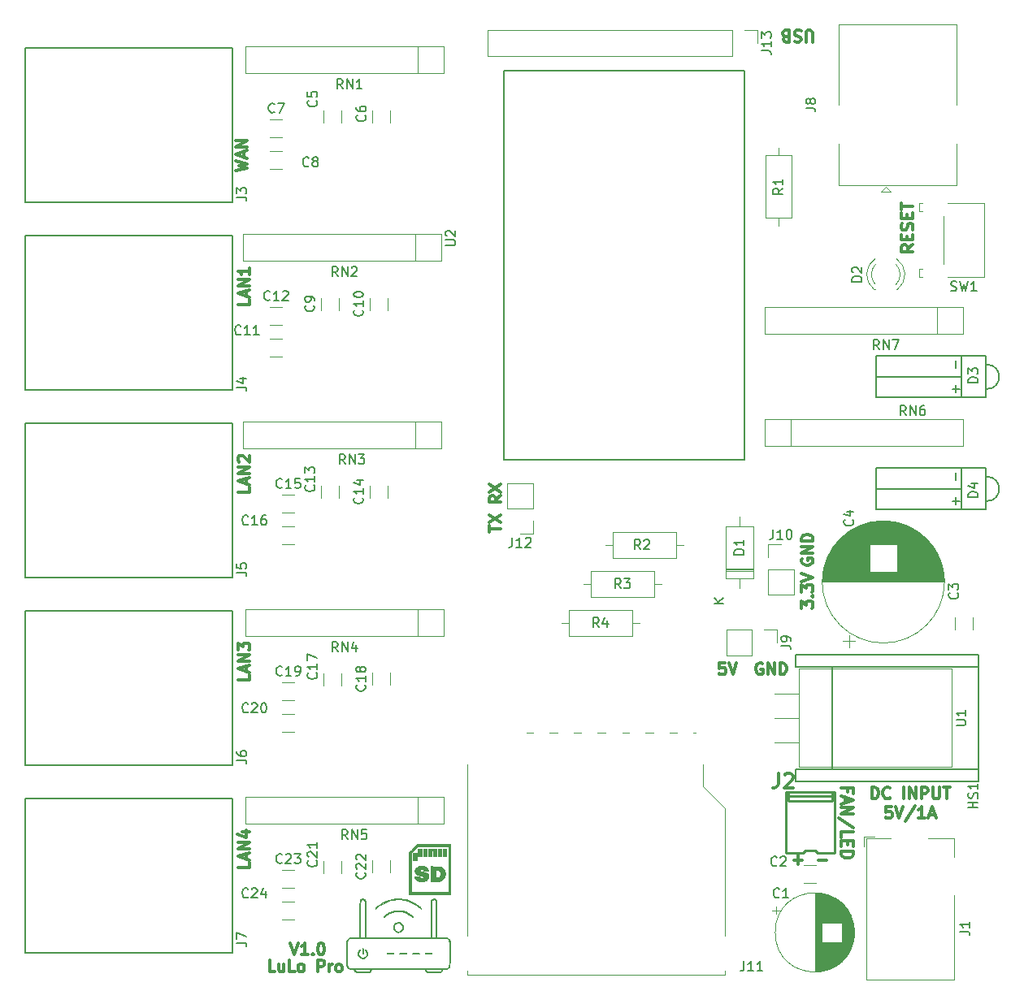
<source format=gto>
G04 #@! TF.GenerationSoftware,KiCad,Pcbnew,5.0.2-bee76a0~70~ubuntu18.04.1*
G04 #@! TF.CreationDate,2019-05-01T17:12:39+02:00*
G04 #@! TF.ProjectId,lulo,6c756c6f-2e6b-4696-9361-645f70636258,Rev V1.0*
G04 #@! TF.SameCoordinates,Original*
G04 #@! TF.FileFunction,Legend,Top*
G04 #@! TF.FilePolarity,Positive*
%FSLAX45Y45*%
G04 Gerber Fmt 4.5, Leading zero omitted, Abs format (unit mm)*
G04 Created by KiCad (PCBNEW 5.0.2-bee76a0~70~ubuntu18.04.1) date 2019. máj. 1., szerda, 17:12:39 CEST*
%MOMM*%
%LPD*%
G01*
G04 APERTURE LIST*
%ADD10C,0.300000*%
%ADD11C,0.120000*%
%ADD12C,0.150000*%
%ADD13C,0.254000*%
%ADD14C,0.010000*%
%ADD15C,0.304800*%
G04 APERTURE END LIST*
D10*
X13837943Y-12812086D02*
X13877943Y-12932086D01*
X13917943Y-12812086D01*
X14020800Y-12932086D02*
X13952228Y-12932086D01*
X13986514Y-12932086D02*
X13986514Y-12812086D01*
X13975086Y-12829228D01*
X13963657Y-12840657D01*
X13952228Y-12846371D01*
X14072228Y-12920657D02*
X14077943Y-12926371D01*
X14072228Y-12932086D01*
X14066514Y-12926371D01*
X14072228Y-12920657D01*
X14072228Y-12932086D01*
X14152228Y-12812086D02*
X14163657Y-12812086D01*
X14175086Y-12817800D01*
X14180800Y-12823514D01*
X14186514Y-12834943D01*
X14192228Y-12857800D01*
X14192228Y-12886371D01*
X14186514Y-12909228D01*
X14180800Y-12920657D01*
X14175086Y-12926371D01*
X14163657Y-12932086D01*
X14152228Y-12932086D01*
X14140800Y-12926371D01*
X14135086Y-12920657D01*
X14129371Y-12909228D01*
X14123657Y-12886371D01*
X14123657Y-12857800D01*
X14129371Y-12834943D01*
X14135086Y-12823514D01*
X14140800Y-12817800D01*
X14152228Y-12812086D01*
X19334486Y-11946571D02*
X19425914Y-11946571D01*
X19080486Y-11946571D02*
X19171914Y-11946571D01*
X19126200Y-11992286D02*
X19126200Y-11900857D01*
X19642771Y-11234143D02*
X19642771Y-11194143D01*
X19579914Y-11194143D02*
X19699914Y-11194143D01*
X19699914Y-11251286D01*
X19614200Y-11291286D02*
X19614200Y-11348428D01*
X19579914Y-11279857D02*
X19699914Y-11319857D01*
X19579914Y-11359857D01*
X19579914Y-11399857D02*
X19699914Y-11399857D01*
X19579914Y-11468428D01*
X19699914Y-11468428D01*
X19705629Y-11611286D02*
X19551343Y-11508428D01*
X19579914Y-11708428D02*
X19579914Y-11651286D01*
X19699914Y-11651286D01*
X19642771Y-11748428D02*
X19642771Y-11788428D01*
X19579914Y-11805571D02*
X19579914Y-11748428D01*
X19699914Y-11748428D01*
X19699914Y-11805571D01*
X19579914Y-11857000D02*
X19699914Y-11857000D01*
X19699914Y-11885571D01*
X19694200Y-11902714D01*
X19682771Y-11914143D01*
X19671343Y-11919857D01*
X19648486Y-11925571D01*
X19631343Y-11925571D01*
X19608486Y-11919857D01*
X19597057Y-11914143D01*
X19585629Y-11902714D01*
X19579914Y-11885571D01*
X19579914Y-11857000D01*
X16030886Y-8148000D02*
X15973743Y-8188000D01*
X16030886Y-8216571D02*
X15910886Y-8216571D01*
X15910886Y-8170857D01*
X15916600Y-8159428D01*
X15922314Y-8153714D01*
X15933743Y-8148000D01*
X15950886Y-8148000D01*
X15962314Y-8153714D01*
X15968028Y-8159428D01*
X15973743Y-8170857D01*
X15973743Y-8216571D01*
X15910886Y-8108000D02*
X16030886Y-8028000D01*
X15910886Y-8028000D02*
X16030886Y-8108000D01*
X15910886Y-8524229D02*
X15910886Y-8455657D01*
X16030886Y-8489943D02*
X15910886Y-8489943D01*
X15910886Y-8427086D02*
X16030886Y-8347086D01*
X15910886Y-8347086D02*
X16030886Y-8427086D01*
X19162086Y-9321143D02*
X19162086Y-9246857D01*
X19207800Y-9286857D01*
X19207800Y-9269714D01*
X19213514Y-9258286D01*
X19219229Y-9252571D01*
X19230657Y-9246857D01*
X19259229Y-9246857D01*
X19270657Y-9252571D01*
X19276371Y-9258286D01*
X19282086Y-9269714D01*
X19282086Y-9304000D01*
X19276371Y-9315429D01*
X19270657Y-9321143D01*
X19270657Y-9195429D02*
X19276371Y-9189714D01*
X19282086Y-9195429D01*
X19276371Y-9201143D01*
X19270657Y-9195429D01*
X19282086Y-9195429D01*
X19162086Y-9149714D02*
X19162086Y-9075429D01*
X19207800Y-9115429D01*
X19207800Y-9098286D01*
X19213514Y-9086857D01*
X19219229Y-9081143D01*
X19230657Y-9075429D01*
X19259229Y-9075429D01*
X19270657Y-9081143D01*
X19276371Y-9086857D01*
X19282086Y-9098286D01*
X19282086Y-9132571D01*
X19276371Y-9144000D01*
X19270657Y-9149714D01*
X19162086Y-9041143D02*
X19282086Y-9001143D01*
X19162086Y-8961143D01*
X19167800Y-8803629D02*
X19162086Y-8815057D01*
X19162086Y-8832200D01*
X19167800Y-8849343D01*
X19179229Y-8860771D01*
X19190657Y-8866486D01*
X19213514Y-8872200D01*
X19230657Y-8872200D01*
X19253514Y-8866486D01*
X19264943Y-8860771D01*
X19276371Y-8849343D01*
X19282086Y-8832200D01*
X19282086Y-8820771D01*
X19276371Y-8803629D01*
X19270657Y-8797914D01*
X19230657Y-8797914D01*
X19230657Y-8820771D01*
X19282086Y-8746486D02*
X19162086Y-8746486D01*
X19282086Y-8677914D01*
X19162086Y-8677914D01*
X19282086Y-8620771D02*
X19162086Y-8620771D01*
X19162086Y-8592200D01*
X19167800Y-8575057D01*
X19179229Y-8563629D01*
X19190657Y-8557914D01*
X19213514Y-8552200D01*
X19230657Y-8552200D01*
X19253514Y-8557914D01*
X19264943Y-8563629D01*
X19276371Y-8575057D01*
X19282086Y-8592200D01*
X19282086Y-8620771D01*
X18755371Y-9896800D02*
X18743943Y-9891086D01*
X18726800Y-9891086D01*
X18709657Y-9896800D01*
X18698229Y-9908229D01*
X18692514Y-9919657D01*
X18686800Y-9942514D01*
X18686800Y-9959657D01*
X18692514Y-9982514D01*
X18698229Y-9993943D01*
X18709657Y-10005371D01*
X18726800Y-10011086D01*
X18738229Y-10011086D01*
X18755371Y-10005371D01*
X18761086Y-9999657D01*
X18761086Y-9959657D01*
X18738229Y-9959657D01*
X18812514Y-10011086D02*
X18812514Y-9891086D01*
X18881086Y-10011086D01*
X18881086Y-9891086D01*
X18938229Y-10011086D02*
X18938229Y-9891086D01*
X18966800Y-9891086D01*
X18983943Y-9896800D01*
X18995371Y-9908229D01*
X19001086Y-9919657D01*
X19006800Y-9942514D01*
X19006800Y-9959657D01*
X19001086Y-9982514D01*
X18995371Y-9993943D01*
X18983943Y-10005371D01*
X18966800Y-10011086D01*
X18938229Y-10011086D01*
X18366743Y-9891086D02*
X18309600Y-9891086D01*
X18303886Y-9948229D01*
X18309600Y-9942514D01*
X18321029Y-9936800D01*
X18349600Y-9936800D01*
X18361029Y-9942514D01*
X18366743Y-9948229D01*
X18372457Y-9959657D01*
X18372457Y-9988229D01*
X18366743Y-9999657D01*
X18361029Y-10005371D01*
X18349600Y-10011086D01*
X18321029Y-10011086D01*
X18309600Y-10005371D01*
X18303886Y-9999657D01*
X18406743Y-9891086D02*
X18446743Y-10011086D01*
X18486743Y-9891086D01*
X19897457Y-11306486D02*
X19897457Y-11186486D01*
X19926029Y-11186486D01*
X19943171Y-11192200D01*
X19954600Y-11203628D01*
X19960314Y-11215057D01*
X19966029Y-11237914D01*
X19966029Y-11255057D01*
X19960314Y-11277914D01*
X19954600Y-11289343D01*
X19943171Y-11300771D01*
X19926029Y-11306486D01*
X19897457Y-11306486D01*
X20086029Y-11295057D02*
X20080314Y-11300771D01*
X20063171Y-11306486D01*
X20051743Y-11306486D01*
X20034600Y-11300771D01*
X20023171Y-11289343D01*
X20017457Y-11277914D01*
X20011743Y-11255057D01*
X20011743Y-11237914D01*
X20017457Y-11215057D01*
X20023171Y-11203628D01*
X20034600Y-11192200D01*
X20051743Y-11186486D01*
X20063171Y-11186486D01*
X20080314Y-11192200D01*
X20086029Y-11197914D01*
X20228886Y-11306486D02*
X20228886Y-11186486D01*
X20286029Y-11306486D02*
X20286029Y-11186486D01*
X20354600Y-11306486D01*
X20354600Y-11186486D01*
X20411743Y-11306486D02*
X20411743Y-11186486D01*
X20457457Y-11186486D01*
X20468886Y-11192200D01*
X20474600Y-11197914D01*
X20480314Y-11209343D01*
X20480314Y-11226486D01*
X20474600Y-11237914D01*
X20468886Y-11243628D01*
X20457457Y-11249343D01*
X20411743Y-11249343D01*
X20531743Y-11186486D02*
X20531743Y-11283628D01*
X20537457Y-11295057D01*
X20543171Y-11300771D01*
X20554600Y-11306486D01*
X20577457Y-11306486D01*
X20588886Y-11300771D01*
X20594600Y-11295057D01*
X20600314Y-11283628D01*
X20600314Y-11186486D01*
X20640314Y-11186486D02*
X20708886Y-11186486D01*
X20674600Y-11306486D02*
X20674600Y-11186486D01*
X20100314Y-11389686D02*
X20043171Y-11389686D01*
X20037457Y-11446828D01*
X20043171Y-11441114D01*
X20054600Y-11435400D01*
X20083171Y-11435400D01*
X20094600Y-11441114D01*
X20100314Y-11446828D01*
X20106029Y-11458257D01*
X20106029Y-11486828D01*
X20100314Y-11498257D01*
X20094600Y-11503971D01*
X20083171Y-11509686D01*
X20054600Y-11509686D01*
X20043171Y-11503971D01*
X20037457Y-11498257D01*
X20140314Y-11389686D02*
X20180314Y-11509686D01*
X20220314Y-11389686D01*
X20346029Y-11383971D02*
X20243171Y-11538257D01*
X20448886Y-11509686D02*
X20380314Y-11509686D01*
X20414600Y-11509686D02*
X20414600Y-11389686D01*
X20403171Y-11406828D01*
X20391743Y-11418257D01*
X20380314Y-11423971D01*
X20494600Y-11475400D02*
X20551743Y-11475400D01*
X20483171Y-11509686D02*
X20523171Y-11389686D01*
X20563171Y-11509686D01*
X19277629Y-3418514D02*
X19277629Y-3321371D01*
X19271914Y-3309943D01*
X19266200Y-3304228D01*
X19254771Y-3298514D01*
X19231914Y-3298514D01*
X19220486Y-3304228D01*
X19214771Y-3309943D01*
X19209057Y-3321371D01*
X19209057Y-3418514D01*
X19157629Y-3304228D02*
X19140486Y-3298514D01*
X19111914Y-3298514D01*
X19100486Y-3304228D01*
X19094771Y-3309943D01*
X19089057Y-3321371D01*
X19089057Y-3332800D01*
X19094771Y-3344228D01*
X19100486Y-3349943D01*
X19111914Y-3355657D01*
X19134771Y-3361371D01*
X19146200Y-3367086D01*
X19151914Y-3372800D01*
X19157629Y-3384228D01*
X19157629Y-3395657D01*
X19151914Y-3407086D01*
X19146200Y-3412800D01*
X19134771Y-3418514D01*
X19106200Y-3418514D01*
X19089057Y-3412800D01*
X18997629Y-3361371D02*
X18980486Y-3355657D01*
X18974771Y-3349943D01*
X18969057Y-3338514D01*
X18969057Y-3321371D01*
X18974771Y-3309943D01*
X18980486Y-3304228D01*
X18991914Y-3298514D01*
X19037629Y-3298514D01*
X19037629Y-3418514D01*
X18997629Y-3418514D01*
X18986200Y-3412800D01*
X18980486Y-3407086D01*
X18974771Y-3395657D01*
X18974771Y-3384228D01*
X18980486Y-3372800D01*
X18986200Y-3367086D01*
X18997629Y-3361371D01*
X19037629Y-3361371D01*
X20323486Y-5533686D02*
X20266343Y-5573686D01*
X20323486Y-5602257D02*
X20203486Y-5602257D01*
X20203486Y-5556543D01*
X20209200Y-5545114D01*
X20214914Y-5539400D01*
X20226343Y-5533686D01*
X20243486Y-5533686D01*
X20254914Y-5539400D01*
X20260629Y-5545114D01*
X20266343Y-5556543D01*
X20266343Y-5602257D01*
X20260629Y-5482257D02*
X20260629Y-5442257D01*
X20323486Y-5425114D02*
X20323486Y-5482257D01*
X20203486Y-5482257D01*
X20203486Y-5425114D01*
X20317771Y-5379400D02*
X20323486Y-5362257D01*
X20323486Y-5333686D01*
X20317771Y-5322257D01*
X20312057Y-5316543D01*
X20300629Y-5310829D01*
X20289200Y-5310829D01*
X20277771Y-5316543D01*
X20272057Y-5322257D01*
X20266343Y-5333686D01*
X20260629Y-5356543D01*
X20254914Y-5367971D01*
X20249200Y-5373686D01*
X20237771Y-5379400D01*
X20226343Y-5379400D01*
X20214914Y-5373686D01*
X20209200Y-5367971D01*
X20203486Y-5356543D01*
X20203486Y-5327971D01*
X20209200Y-5310829D01*
X20260629Y-5259400D02*
X20260629Y-5219400D01*
X20323486Y-5202257D02*
X20323486Y-5259400D01*
X20203486Y-5259400D01*
X20203486Y-5202257D01*
X20203486Y-5167971D02*
X20203486Y-5099400D01*
X20323486Y-5133686D02*
X20203486Y-5133686D01*
X13678257Y-13109886D02*
X13621114Y-13109886D01*
X13621114Y-12989886D01*
X13769686Y-13029886D02*
X13769686Y-13109886D01*
X13718257Y-13029886D02*
X13718257Y-13092743D01*
X13723971Y-13104171D01*
X13735400Y-13109886D01*
X13752543Y-13109886D01*
X13763971Y-13104171D01*
X13769686Y-13098457D01*
X13883971Y-13109886D02*
X13826828Y-13109886D01*
X13826828Y-12989886D01*
X13941114Y-13109886D02*
X13929686Y-13104171D01*
X13923971Y-13098457D01*
X13918257Y-13087028D01*
X13918257Y-13052743D01*
X13923971Y-13041314D01*
X13929686Y-13035600D01*
X13941114Y-13029886D01*
X13958257Y-13029886D01*
X13969686Y-13035600D01*
X13975400Y-13041314D01*
X13981114Y-13052743D01*
X13981114Y-13087028D01*
X13975400Y-13098457D01*
X13969686Y-13104171D01*
X13958257Y-13109886D01*
X13941114Y-13109886D01*
X14123971Y-13109886D02*
X14123971Y-12989886D01*
X14169686Y-12989886D01*
X14181114Y-12995600D01*
X14186828Y-13001314D01*
X14192543Y-13012743D01*
X14192543Y-13029886D01*
X14186828Y-13041314D01*
X14181114Y-13047028D01*
X14169686Y-13052743D01*
X14123971Y-13052743D01*
X14243971Y-13109886D02*
X14243971Y-13029886D01*
X14243971Y-13052743D02*
X14249686Y-13041314D01*
X14255400Y-13035600D01*
X14266828Y-13029886D01*
X14278257Y-13029886D01*
X14335400Y-13109886D02*
X14323971Y-13104171D01*
X14318257Y-13098457D01*
X14312543Y-13087028D01*
X14312543Y-13052743D01*
X14318257Y-13041314D01*
X14323971Y-13035600D01*
X14335400Y-13029886D01*
X14352543Y-13029886D01*
X14363971Y-13035600D01*
X14369686Y-13041314D01*
X14375400Y-13052743D01*
X14375400Y-13087028D01*
X14369686Y-13098457D01*
X14363971Y-13104171D01*
X14352543Y-13109886D01*
X14335400Y-13109886D01*
X13414686Y-11970686D02*
X13414686Y-12027828D01*
X13294686Y-12027828D01*
X13380400Y-11936400D02*
X13380400Y-11879257D01*
X13414686Y-11947828D02*
X13294686Y-11907828D01*
X13414686Y-11867828D01*
X13414686Y-11827828D02*
X13294686Y-11827828D01*
X13414686Y-11759257D01*
X13294686Y-11759257D01*
X13334686Y-11650686D02*
X13414686Y-11650686D01*
X13288971Y-11679257D02*
X13374686Y-11707828D01*
X13374686Y-11633543D01*
X13414686Y-10014886D02*
X13414686Y-10072029D01*
X13294686Y-10072029D01*
X13380400Y-9980600D02*
X13380400Y-9923457D01*
X13414686Y-9992029D02*
X13294686Y-9952029D01*
X13414686Y-9912029D01*
X13414686Y-9872029D02*
X13294686Y-9872029D01*
X13414686Y-9803457D01*
X13294686Y-9803457D01*
X13294686Y-9757743D02*
X13294686Y-9683457D01*
X13340400Y-9723457D01*
X13340400Y-9706314D01*
X13346114Y-9694886D01*
X13351828Y-9689171D01*
X13363257Y-9683457D01*
X13391828Y-9683457D01*
X13403257Y-9689171D01*
X13408971Y-9694886D01*
X13414686Y-9706314D01*
X13414686Y-9740600D01*
X13408971Y-9752029D01*
X13403257Y-9757743D01*
X13414686Y-8059086D02*
X13414686Y-8116228D01*
X13294686Y-8116228D01*
X13380400Y-8024800D02*
X13380400Y-7967657D01*
X13414686Y-8036228D02*
X13294686Y-7996228D01*
X13414686Y-7956228D01*
X13414686Y-7916228D02*
X13294686Y-7916228D01*
X13414686Y-7847657D01*
X13294686Y-7847657D01*
X13306114Y-7796228D02*
X13300400Y-7790514D01*
X13294686Y-7779086D01*
X13294686Y-7750514D01*
X13300400Y-7739086D01*
X13306114Y-7733371D01*
X13317543Y-7727657D01*
X13328971Y-7727657D01*
X13346114Y-7733371D01*
X13414686Y-7801943D01*
X13414686Y-7727657D01*
X13414686Y-6103286D02*
X13414686Y-6160428D01*
X13294686Y-6160428D01*
X13380400Y-6069000D02*
X13380400Y-6011857D01*
X13414686Y-6080428D02*
X13294686Y-6040428D01*
X13414686Y-6000428D01*
X13414686Y-5960428D02*
X13294686Y-5960428D01*
X13414686Y-5891857D01*
X13294686Y-5891857D01*
X13414686Y-5771857D02*
X13414686Y-5840428D01*
X13414686Y-5806143D02*
X13294686Y-5806143D01*
X13311828Y-5817571D01*
X13323257Y-5829000D01*
X13328971Y-5840428D01*
X13269286Y-4763114D02*
X13389286Y-4734543D01*
X13303571Y-4711686D01*
X13389286Y-4688829D01*
X13269286Y-4660257D01*
X13355000Y-4620257D02*
X13355000Y-4563114D01*
X13389286Y-4631686D02*
X13269286Y-4591686D01*
X13389286Y-4551686D01*
X13389286Y-4511686D02*
X13269286Y-4511686D01*
X13389286Y-4443114D01*
X13269286Y-4443114D01*
D11*
G04 #@! TO.C,C4*
X20652200Y-9046400D02*
G75*
G03X20652200Y-9046400I-637000J0D01*
G01*
X19382200Y-9046400D02*
X20648200Y-9046400D01*
X19382200Y-9042400D02*
X20648200Y-9042400D01*
X19382200Y-9038400D02*
X20648200Y-9038400D01*
X19382300Y-9034400D02*
X20648100Y-9034400D01*
X19382400Y-9030400D02*
X20648000Y-9030400D01*
X19382500Y-9026400D02*
X20647900Y-9026400D01*
X19382600Y-9022400D02*
X20647800Y-9022400D01*
X19382800Y-9018400D02*
X20647600Y-9018400D01*
X19383000Y-9014400D02*
X20647400Y-9014400D01*
X19383200Y-9010400D02*
X20647200Y-9010400D01*
X19383400Y-9006400D02*
X20647000Y-9006400D01*
X19383700Y-9002400D02*
X20646700Y-9002400D01*
X19384000Y-8998400D02*
X20646400Y-8998400D01*
X19384300Y-8994400D02*
X20646100Y-8994400D01*
X19384600Y-8990400D02*
X20645800Y-8990400D01*
X19385000Y-8986400D02*
X20645400Y-8986400D01*
X19385400Y-8982400D02*
X20645000Y-8982400D01*
X19385800Y-8978400D02*
X20644600Y-8978400D01*
X19386200Y-8974300D02*
X20644200Y-8974300D01*
X19386700Y-8970300D02*
X20643700Y-8970300D01*
X19387200Y-8966300D02*
X20643200Y-8966300D01*
X19387700Y-8962300D02*
X20642700Y-8962300D01*
X19388300Y-8958300D02*
X20642100Y-8958300D01*
X19388800Y-8954300D02*
X20641600Y-8954300D01*
X19389400Y-8950300D02*
X20641000Y-8950300D01*
X19390000Y-8946300D02*
X20640400Y-8946300D01*
X19390700Y-8942300D02*
X20639700Y-8942300D01*
X19391400Y-8938300D02*
X19871200Y-8938300D01*
X20159200Y-8938300D02*
X20639000Y-8938300D01*
X19392100Y-8934300D02*
X19871200Y-8934300D01*
X20159200Y-8934300D02*
X20638300Y-8934300D01*
X19392800Y-8930300D02*
X19871200Y-8930300D01*
X20159200Y-8930300D02*
X20637600Y-8930300D01*
X19393600Y-8926300D02*
X19871200Y-8926300D01*
X20159200Y-8926300D02*
X20636800Y-8926300D01*
X19394300Y-8922300D02*
X19871200Y-8922300D01*
X20159200Y-8922300D02*
X20636100Y-8922300D01*
X19395100Y-8918300D02*
X19871200Y-8918300D01*
X20159200Y-8918300D02*
X20635300Y-8918300D01*
X19396000Y-8914300D02*
X19871200Y-8914300D01*
X20159200Y-8914300D02*
X20634400Y-8914300D01*
X19396800Y-8910300D02*
X19871200Y-8910300D01*
X20159200Y-8910300D02*
X20633600Y-8910300D01*
X19397700Y-8906300D02*
X19871200Y-8906300D01*
X20159200Y-8906300D02*
X20632700Y-8906300D01*
X19398600Y-8902300D02*
X19871200Y-8902300D01*
X20159200Y-8902300D02*
X20631800Y-8902300D01*
X19399600Y-8898300D02*
X19871200Y-8898300D01*
X20159200Y-8898300D02*
X20630800Y-8898300D01*
X19400600Y-8894300D02*
X19871200Y-8894300D01*
X20159200Y-8894300D02*
X20629800Y-8894300D01*
X19401500Y-8890300D02*
X19871200Y-8890300D01*
X20159200Y-8890300D02*
X20628900Y-8890300D01*
X19402600Y-8886300D02*
X19871200Y-8886300D01*
X20159200Y-8886300D02*
X20627800Y-8886300D01*
X19403600Y-8882300D02*
X19871200Y-8882300D01*
X20159200Y-8882300D02*
X20626800Y-8882300D01*
X19404700Y-8878300D02*
X19871200Y-8878300D01*
X20159200Y-8878300D02*
X20625700Y-8878300D01*
X19405800Y-8874300D02*
X19871200Y-8874300D01*
X20159200Y-8874300D02*
X20624600Y-8874300D01*
X19406900Y-8870300D02*
X19871200Y-8870300D01*
X20159200Y-8870300D02*
X20623500Y-8870300D01*
X19408100Y-8866300D02*
X19871200Y-8866300D01*
X20159200Y-8866300D02*
X20622300Y-8866300D01*
X19409300Y-8862300D02*
X19871200Y-8862300D01*
X20159200Y-8862300D02*
X20621100Y-8862300D01*
X19410500Y-8858300D02*
X19871200Y-8858300D01*
X20159200Y-8858300D02*
X20619900Y-8858300D01*
X19411800Y-8854300D02*
X19871200Y-8854300D01*
X20159200Y-8854300D02*
X20618600Y-8854300D01*
X19413100Y-8850300D02*
X19871200Y-8850300D01*
X20159200Y-8850300D02*
X20617300Y-8850300D01*
X19414400Y-8846300D02*
X19871200Y-8846300D01*
X20159200Y-8846300D02*
X20616000Y-8846300D01*
X19415700Y-8842300D02*
X19871200Y-8842300D01*
X20159200Y-8842300D02*
X20614700Y-8842300D01*
X19417100Y-8838300D02*
X19871200Y-8838300D01*
X20159200Y-8838300D02*
X20613300Y-8838300D01*
X19418500Y-8834300D02*
X19871200Y-8834300D01*
X20159200Y-8834300D02*
X20611900Y-8834300D01*
X19419900Y-8830300D02*
X19871200Y-8830300D01*
X20159200Y-8830300D02*
X20610500Y-8830300D01*
X19421300Y-8826300D02*
X19871200Y-8826300D01*
X20159200Y-8826300D02*
X20609100Y-8826300D01*
X19422800Y-8822300D02*
X19871200Y-8822300D01*
X20159200Y-8822300D02*
X20607600Y-8822300D01*
X19424400Y-8818300D02*
X19871200Y-8818300D01*
X20159200Y-8818300D02*
X20606000Y-8818300D01*
X19425900Y-8814300D02*
X19871200Y-8814300D01*
X20159200Y-8814300D02*
X20604500Y-8814300D01*
X19427500Y-8810300D02*
X19871200Y-8810300D01*
X20159200Y-8810300D02*
X20602900Y-8810300D01*
X19429100Y-8806300D02*
X19871200Y-8806300D01*
X20159200Y-8806300D02*
X20601300Y-8806300D01*
X19430700Y-8802300D02*
X19871200Y-8802300D01*
X20159200Y-8802300D02*
X20599700Y-8802300D01*
X19432400Y-8798300D02*
X19871200Y-8798300D01*
X20159200Y-8798300D02*
X20598000Y-8798300D01*
X19434100Y-8794300D02*
X19871200Y-8794300D01*
X20159200Y-8794300D02*
X20596300Y-8794300D01*
X19435900Y-8790300D02*
X19871200Y-8790300D01*
X20159200Y-8790300D02*
X20594500Y-8790300D01*
X19437600Y-8786300D02*
X19871200Y-8786300D01*
X20159200Y-8786300D02*
X20592800Y-8786300D01*
X19439400Y-8782300D02*
X19871200Y-8782300D01*
X20159200Y-8782300D02*
X20591000Y-8782300D01*
X19441300Y-8778300D02*
X19871200Y-8778300D01*
X20159200Y-8778300D02*
X20589100Y-8778300D01*
X19443100Y-8774300D02*
X19871200Y-8774300D01*
X20159200Y-8774300D02*
X20587300Y-8774300D01*
X19445000Y-8770300D02*
X19871200Y-8770300D01*
X20159200Y-8770300D02*
X20585400Y-8770300D01*
X19447000Y-8766300D02*
X19871200Y-8766300D01*
X20159200Y-8766300D02*
X20583400Y-8766300D01*
X19449000Y-8762300D02*
X19871200Y-8762300D01*
X20159200Y-8762300D02*
X20581400Y-8762300D01*
X19451000Y-8758300D02*
X19871200Y-8758300D01*
X20159200Y-8758300D02*
X20579400Y-8758300D01*
X19453000Y-8754300D02*
X19871200Y-8754300D01*
X20159200Y-8754300D02*
X20577400Y-8754300D01*
X19455100Y-8750300D02*
X19871200Y-8750300D01*
X20159200Y-8750300D02*
X20575300Y-8750300D01*
X19457200Y-8746300D02*
X19871200Y-8746300D01*
X20159200Y-8746300D02*
X20573200Y-8746300D01*
X19459400Y-8742300D02*
X19871200Y-8742300D01*
X20159200Y-8742300D02*
X20571000Y-8742300D01*
X19461600Y-8738300D02*
X19871200Y-8738300D01*
X20159200Y-8738300D02*
X20568800Y-8738300D01*
X19463800Y-8734300D02*
X19871200Y-8734300D01*
X20159200Y-8734300D02*
X20566600Y-8734300D01*
X19466100Y-8730300D02*
X19871200Y-8730300D01*
X20159200Y-8730300D02*
X20564300Y-8730300D01*
X19468400Y-8726300D02*
X19871200Y-8726300D01*
X20159200Y-8726300D02*
X20562000Y-8726300D01*
X19470700Y-8722300D02*
X19871200Y-8722300D01*
X20159200Y-8722300D02*
X20559700Y-8722300D01*
X19473100Y-8718300D02*
X19871200Y-8718300D01*
X20159200Y-8718300D02*
X20557300Y-8718300D01*
X19475500Y-8714300D02*
X19871200Y-8714300D01*
X20159200Y-8714300D02*
X20554900Y-8714300D01*
X19478000Y-8710300D02*
X19871200Y-8710300D01*
X20159200Y-8710300D02*
X20552400Y-8710300D01*
X19480500Y-8706300D02*
X19871200Y-8706300D01*
X20159200Y-8706300D02*
X20549900Y-8706300D01*
X19483000Y-8702300D02*
X19871200Y-8702300D01*
X20159200Y-8702300D02*
X20547400Y-8702300D01*
X19485600Y-8698300D02*
X19871200Y-8698300D01*
X20159200Y-8698300D02*
X20544800Y-8698300D01*
X19488200Y-8694300D02*
X19871200Y-8694300D01*
X20159200Y-8694300D02*
X20542200Y-8694300D01*
X19490900Y-8690300D02*
X19871200Y-8690300D01*
X20159200Y-8690300D02*
X20539500Y-8690300D01*
X19493600Y-8686300D02*
X19871200Y-8686300D01*
X20159200Y-8686300D02*
X20536800Y-8686300D01*
X19496400Y-8682300D02*
X19871200Y-8682300D01*
X20159200Y-8682300D02*
X20534000Y-8682300D01*
X19499200Y-8678300D02*
X19871200Y-8678300D01*
X20159200Y-8678300D02*
X20531200Y-8678300D01*
X19502100Y-8674300D02*
X19871200Y-8674300D01*
X20159200Y-8674300D02*
X20528300Y-8674300D01*
X19505000Y-8670300D02*
X19871200Y-8670300D01*
X20159200Y-8670300D02*
X20525400Y-8670300D01*
X19507900Y-8666300D02*
X19871200Y-8666300D01*
X20159200Y-8666300D02*
X20522500Y-8666300D01*
X19510900Y-8662300D02*
X19871200Y-8662300D01*
X20159200Y-8662300D02*
X20519500Y-8662300D01*
X19514000Y-8658300D02*
X19871200Y-8658300D01*
X20159200Y-8658300D02*
X20516400Y-8658300D01*
X19517000Y-8654300D02*
X19871200Y-8654300D01*
X20159200Y-8654300D02*
X20513400Y-8654300D01*
X19520200Y-8650300D02*
X20510200Y-8650300D01*
X19523400Y-8646300D02*
X20507000Y-8646300D01*
X19526700Y-8642300D02*
X20503700Y-8642300D01*
X19530000Y-8638300D02*
X20500400Y-8638300D01*
X19533300Y-8634300D02*
X20497100Y-8634300D01*
X19536700Y-8630300D02*
X20493700Y-8630300D01*
X19540200Y-8626300D02*
X20490200Y-8626300D01*
X19543800Y-8622300D02*
X20486600Y-8622300D01*
X19547400Y-8618300D02*
X20483000Y-8618300D01*
X19551000Y-8614300D02*
X20479400Y-8614300D01*
X19554700Y-8610300D02*
X20475700Y-8610300D01*
X19558500Y-8606300D02*
X20471900Y-8606300D01*
X19562400Y-8602300D02*
X20468000Y-8602300D01*
X19566300Y-8598300D02*
X20464100Y-8598300D01*
X19570300Y-8594300D02*
X20460100Y-8594300D01*
X19574400Y-8590300D02*
X20456000Y-8590300D01*
X19578500Y-8586300D02*
X20451900Y-8586300D01*
X19582700Y-8582300D02*
X20447700Y-8582300D01*
X19587000Y-8578300D02*
X20443400Y-8578300D01*
X19591400Y-8574300D02*
X20439000Y-8574300D01*
X19595800Y-8570300D02*
X20434600Y-8570300D01*
X19600400Y-8566300D02*
X20430000Y-8566300D01*
X19605000Y-8562300D02*
X20425400Y-8562300D01*
X19609700Y-8558300D02*
X20420700Y-8558300D01*
X19614500Y-8554300D02*
X20415900Y-8554300D01*
X19619500Y-8550300D02*
X20410900Y-8550300D01*
X19624500Y-8546300D02*
X20405900Y-8546300D01*
X19629600Y-8542300D02*
X20400800Y-8542300D01*
X19634800Y-8538300D02*
X20395600Y-8538300D01*
X19640200Y-8534300D02*
X20390200Y-8534300D01*
X19645600Y-8530300D02*
X20384800Y-8530300D01*
X19651200Y-8526300D02*
X20379200Y-8526300D01*
X19656900Y-8522300D02*
X20373500Y-8522300D01*
X19662800Y-8518300D02*
X20367600Y-8518300D01*
X19668800Y-8514300D02*
X20361600Y-8514300D01*
X19675000Y-8510300D02*
X20355400Y-8510300D01*
X19681300Y-8506300D02*
X20349100Y-8506300D01*
X19687700Y-8502300D02*
X20342700Y-8502300D01*
X19694400Y-8498300D02*
X20336000Y-8498300D01*
X19701200Y-8494300D02*
X20329200Y-8494300D01*
X19708300Y-8490300D02*
X20322100Y-8490300D01*
X19715600Y-8486300D02*
X20314800Y-8486300D01*
X19723100Y-8482300D02*
X20307300Y-8482300D01*
X19730800Y-8478300D02*
X20299600Y-8478300D01*
X19738800Y-8474300D02*
X20291600Y-8474300D01*
X19747100Y-8470300D02*
X20283300Y-8470300D01*
X19755800Y-8466300D02*
X20274600Y-8466300D01*
X19764800Y-8462300D02*
X20265600Y-8462300D01*
X19774200Y-8458300D02*
X20256200Y-8458300D01*
X19784000Y-8454300D02*
X20246400Y-8454300D01*
X19794300Y-8450300D02*
X20236100Y-8450300D01*
X19805200Y-8446300D02*
X20225200Y-8446300D01*
X19816800Y-8442300D02*
X20213600Y-8442300D01*
X19829100Y-8438300D02*
X20201300Y-8438300D01*
X19842400Y-8434300D02*
X20188000Y-8434300D01*
X19856900Y-8430300D02*
X20173500Y-8430300D01*
X19873000Y-8426300D02*
X20157400Y-8426300D01*
X19891100Y-8422300D02*
X20139300Y-8422300D01*
X19912400Y-8418300D02*
X20118000Y-8418300D01*
X19939500Y-8414300D02*
X20090900Y-8414300D01*
X19983500Y-8410300D02*
X20046900Y-8410300D01*
X19657700Y-9728108D02*
X19657700Y-9603108D01*
X19595200Y-9665608D02*
X19720200Y-9665608D01*
D12*
G04 #@! TO.C,HS1*
X19100800Y-9804400D02*
X19100800Y-9931400D01*
X19100800Y-11125200D02*
X19100800Y-10998200D01*
X19481800Y-9931400D02*
X19481800Y-10998200D01*
X21005800Y-9804400D02*
X21005800Y-11125200D01*
X19100800Y-9931400D02*
X21005800Y-9931400D01*
X21005800Y-9804400D02*
X19100800Y-9804400D01*
X19100800Y-10998200D02*
X21005800Y-10998200D01*
X21005800Y-11125200D02*
X19100800Y-11125200D01*
D11*
G04 #@! TO.C,C1*
X19713200Y-12700000D02*
G75*
G03X19713200Y-12700000I-412000J0D01*
G01*
X19301200Y-12292000D02*
X19301200Y-13108000D01*
X19305200Y-12292000D02*
X19305200Y-13108000D01*
X19309200Y-12292000D02*
X19309200Y-13108000D01*
X19313200Y-12292100D02*
X19313200Y-13107900D01*
X19317200Y-12292300D02*
X19317200Y-13107700D01*
X19321200Y-12292400D02*
X19321200Y-13107600D01*
X19325200Y-12292600D02*
X19325200Y-13107400D01*
X19329200Y-12292900D02*
X19329200Y-13107100D01*
X19333200Y-12293200D02*
X19333200Y-13106800D01*
X19337200Y-12293500D02*
X19337200Y-13106500D01*
X19341200Y-12293900D02*
X19341200Y-13106100D01*
X19345200Y-12294300D02*
X19345200Y-13105700D01*
X19349200Y-12294800D02*
X19349200Y-13105200D01*
X19353200Y-12295200D02*
X19353200Y-13104800D01*
X19357200Y-12295800D02*
X19357200Y-13104200D01*
X19361200Y-12296300D02*
X19361200Y-13103700D01*
X19365200Y-12297000D02*
X19365200Y-13103000D01*
X19369200Y-12297600D02*
X19369200Y-13102400D01*
X19373300Y-12298300D02*
X19373300Y-12596000D01*
X19373300Y-12804000D02*
X19373300Y-13101700D01*
X19377300Y-12299000D02*
X19377300Y-12596000D01*
X19377300Y-12804000D02*
X19377300Y-13101000D01*
X19381300Y-12299800D02*
X19381300Y-12596000D01*
X19381300Y-12804000D02*
X19381300Y-13100200D01*
X19385300Y-12300600D02*
X19385300Y-12596000D01*
X19385300Y-12804000D02*
X19385300Y-13099400D01*
X19389300Y-12301500D02*
X19389300Y-12596000D01*
X19389300Y-12804000D02*
X19389300Y-13098500D01*
X19393300Y-12302400D02*
X19393300Y-12596000D01*
X19393300Y-12804000D02*
X19393300Y-13097600D01*
X19397300Y-12303300D02*
X19397300Y-12596000D01*
X19397300Y-12804000D02*
X19397300Y-13096700D01*
X19401300Y-12304300D02*
X19401300Y-12596000D01*
X19401300Y-12804000D02*
X19401300Y-13095700D01*
X19405300Y-12305300D02*
X19405300Y-12596000D01*
X19405300Y-12804000D02*
X19405300Y-13094700D01*
X19409300Y-12306400D02*
X19409300Y-12596000D01*
X19409300Y-12804000D02*
X19409300Y-13093600D01*
X19413300Y-12307500D02*
X19413300Y-12596000D01*
X19413300Y-12804000D02*
X19413300Y-13092500D01*
X19417300Y-12308600D02*
X19417300Y-12596000D01*
X19417300Y-12804000D02*
X19417300Y-13091400D01*
X19421300Y-12309800D02*
X19421300Y-12596000D01*
X19421300Y-12804000D02*
X19421300Y-13090200D01*
X19425300Y-12311100D02*
X19425300Y-12596000D01*
X19425300Y-12804000D02*
X19425300Y-13088900D01*
X19429300Y-12312300D02*
X19429300Y-12596000D01*
X19429300Y-12804000D02*
X19429300Y-13087700D01*
X19433300Y-12313700D02*
X19433300Y-12596000D01*
X19433300Y-12804000D02*
X19433300Y-13086300D01*
X19437300Y-12315000D02*
X19437300Y-12596000D01*
X19437300Y-12804000D02*
X19437300Y-13085000D01*
X19441300Y-12316500D02*
X19441300Y-12596000D01*
X19441300Y-12804000D02*
X19441300Y-13083500D01*
X19445300Y-12317900D02*
X19445300Y-12596000D01*
X19445300Y-12804000D02*
X19445300Y-13082100D01*
X19449300Y-12319500D02*
X19449300Y-12596000D01*
X19449300Y-12804000D02*
X19449300Y-13080500D01*
X19453300Y-12321000D02*
X19453300Y-12596000D01*
X19453300Y-12804000D02*
X19453300Y-13079000D01*
X19457300Y-12322600D02*
X19457300Y-12596000D01*
X19457300Y-12804000D02*
X19457300Y-13077400D01*
X19461300Y-12324300D02*
X19461300Y-12596000D01*
X19461300Y-12804000D02*
X19461300Y-13075700D01*
X19465300Y-12326000D02*
X19465300Y-12596000D01*
X19465300Y-12804000D02*
X19465300Y-13074000D01*
X19469300Y-12327800D02*
X19469300Y-12596000D01*
X19469300Y-12804000D02*
X19469300Y-13072200D01*
X19473300Y-12329600D02*
X19473300Y-12596000D01*
X19473300Y-12804000D02*
X19473300Y-13070400D01*
X19477300Y-12331400D02*
X19477300Y-12596000D01*
X19477300Y-12804000D02*
X19477300Y-13068600D01*
X19481300Y-12333400D02*
X19481300Y-12596000D01*
X19481300Y-12804000D02*
X19481300Y-13066600D01*
X19485300Y-12335300D02*
X19485300Y-12596000D01*
X19485300Y-12804000D02*
X19485300Y-13064700D01*
X19489300Y-12337300D02*
X19489300Y-12596000D01*
X19489300Y-12804000D02*
X19489300Y-13062700D01*
X19493300Y-12339400D02*
X19493300Y-12596000D01*
X19493300Y-12804000D02*
X19493300Y-13060600D01*
X19497300Y-12341600D02*
X19497300Y-12596000D01*
X19497300Y-12804000D02*
X19497300Y-13058400D01*
X19501300Y-12343800D02*
X19501300Y-12596000D01*
X19501300Y-12804000D02*
X19501300Y-13056200D01*
X19505300Y-12346000D02*
X19505300Y-12596000D01*
X19505300Y-12804000D02*
X19505300Y-13054000D01*
X19509300Y-12348300D02*
X19509300Y-12596000D01*
X19509300Y-12804000D02*
X19509300Y-13051700D01*
X19513300Y-12350700D02*
X19513300Y-12596000D01*
X19513300Y-12804000D02*
X19513300Y-13049300D01*
X19517300Y-12353100D02*
X19517300Y-12596000D01*
X19517300Y-12804000D02*
X19517300Y-13046900D01*
X19521300Y-12355600D02*
X19521300Y-12596000D01*
X19521300Y-12804000D02*
X19521300Y-13044400D01*
X19525300Y-12358200D02*
X19525300Y-12596000D01*
X19525300Y-12804000D02*
X19525300Y-13041800D01*
X19529300Y-12360800D02*
X19529300Y-12596000D01*
X19529300Y-12804000D02*
X19529300Y-13039200D01*
X19533300Y-12363500D02*
X19533300Y-12596000D01*
X19533300Y-12804000D02*
X19533300Y-13036500D01*
X19537300Y-12366200D02*
X19537300Y-12596000D01*
X19537300Y-12804000D02*
X19537300Y-13033800D01*
X19541300Y-12369100D02*
X19541300Y-12596000D01*
X19541300Y-12804000D02*
X19541300Y-13030900D01*
X19545300Y-12372000D02*
X19545300Y-12596000D01*
X19545300Y-12804000D02*
X19545300Y-13028000D01*
X19549300Y-12375000D02*
X19549300Y-12596000D01*
X19549300Y-12804000D02*
X19549300Y-13025000D01*
X19553300Y-12378000D02*
X19553300Y-12596000D01*
X19553300Y-12804000D02*
X19553300Y-13022000D01*
X19557300Y-12381100D02*
X19557300Y-12596000D01*
X19557300Y-12804000D02*
X19557300Y-13018900D01*
X19561300Y-12384400D02*
X19561300Y-12596000D01*
X19561300Y-12804000D02*
X19561300Y-13015600D01*
X19565300Y-12387600D02*
X19565300Y-12596000D01*
X19565300Y-12804000D02*
X19565300Y-13012400D01*
X19569300Y-12391000D02*
X19569300Y-12596000D01*
X19569300Y-12804000D02*
X19569300Y-13009000D01*
X19573300Y-12394500D02*
X19573300Y-12596000D01*
X19573300Y-12804000D02*
X19573300Y-13005500D01*
X19577300Y-12398100D02*
X19577300Y-12596000D01*
X19577300Y-12804000D02*
X19577300Y-13001900D01*
X19581300Y-12401700D02*
X19581300Y-12998300D01*
X19585300Y-12405500D02*
X19585300Y-12994500D01*
X19589300Y-12409300D02*
X19589300Y-12990700D01*
X19593300Y-12413300D02*
X19593300Y-12986700D01*
X19597300Y-12417400D02*
X19597300Y-12982600D01*
X19601300Y-12421600D02*
X19601300Y-12978400D01*
X19605300Y-12425900D02*
X19605300Y-12974100D01*
X19609300Y-12430300D02*
X19609300Y-12969700D01*
X19613300Y-12434900D02*
X19613300Y-12965100D01*
X19617300Y-12439600D02*
X19617300Y-12960400D01*
X19621300Y-12444400D02*
X19621300Y-12955600D01*
X19625300Y-12449500D02*
X19625300Y-12950500D01*
X19629300Y-12454600D02*
X19629300Y-12945400D01*
X19633300Y-12460000D02*
X19633300Y-12940000D01*
X19637300Y-12465500D02*
X19637300Y-12934500D01*
X19641300Y-12471300D02*
X19641300Y-12928700D01*
X19645300Y-12477200D02*
X19645300Y-12922800D01*
X19649300Y-12483400D02*
X19649300Y-12916600D01*
X19653300Y-12489800D02*
X19653300Y-12910200D01*
X19657300Y-12496600D02*
X19657300Y-12903400D01*
X19661300Y-12503600D02*
X19661300Y-12896400D01*
X19665300Y-12511000D02*
X19665300Y-12889000D01*
X19669300Y-12518700D02*
X19669300Y-12881300D01*
X19673300Y-12526900D02*
X19673300Y-12873100D01*
X19677300Y-12535500D02*
X19677300Y-12864500D01*
X19681300Y-12544800D02*
X19681300Y-12855200D01*
X19685300Y-12554700D02*
X19685300Y-12845300D01*
X19689300Y-12565400D02*
X19689300Y-12834600D01*
X19693300Y-12577100D02*
X19693300Y-12822900D01*
X19697300Y-12590200D02*
X19697300Y-12809800D01*
X19701300Y-12605200D02*
X19701300Y-12794800D01*
X19705300Y-12623200D02*
X19705300Y-12776800D01*
X19709300Y-12646700D02*
X19709300Y-12753300D01*
X18860230Y-12468500D02*
X18940230Y-12468500D01*
X18900230Y-12428500D02*
X18900230Y-12508500D01*
G04 #@! TO.C,C2*
X19188300Y-12182400D02*
X19314100Y-12182400D01*
X19188300Y-11998400D02*
X19314100Y-11998400D01*
G04 #@! TO.C,C3*
X20761400Y-9539100D02*
X20761400Y-9413300D01*
X20945400Y-9539100D02*
X20945400Y-9413300D01*
G04 #@! TO.C,C5*
X14366800Y-4255900D02*
X14366800Y-4130100D01*
X14182800Y-4255900D02*
X14182800Y-4130100D01*
G04 #@! TO.C,C6*
X14874800Y-4255900D02*
X14874800Y-4130100D01*
X14690800Y-4255900D02*
X14690800Y-4130100D01*
G04 #@! TO.C,C7*
X13625700Y-4226000D02*
X13751500Y-4226000D01*
X13625700Y-4410000D02*
X13751500Y-4410000D01*
G04 #@! TO.C,C8*
X13625700Y-4556200D02*
X13751500Y-4556200D01*
X13625700Y-4740200D02*
X13751500Y-4740200D01*
G04 #@! TO.C,C9*
X14341400Y-6211700D02*
X14341400Y-6085900D01*
X14157400Y-6211700D02*
X14157400Y-6085900D01*
G04 #@! TO.C,C10*
X14665400Y-6211700D02*
X14665400Y-6085900D01*
X14849400Y-6211700D02*
X14849400Y-6085900D01*
G04 #@! TO.C,C11*
X13625700Y-6696000D02*
X13751500Y-6696000D01*
X13625700Y-6512000D02*
X13751500Y-6512000D01*
G04 #@! TO.C,C12*
X13625700Y-6365800D02*
X13751500Y-6365800D01*
X13625700Y-6181800D02*
X13751500Y-6181800D01*
G04 #@! TO.C,C13*
X14157400Y-8167500D02*
X14157400Y-8041700D01*
X14341400Y-8167500D02*
X14341400Y-8041700D01*
G04 #@! TO.C,C14*
X14849400Y-8167500D02*
X14849400Y-8041700D01*
X14665400Y-8167500D02*
X14665400Y-8041700D01*
G04 #@! TO.C,C15*
X13752700Y-8137600D02*
X13878500Y-8137600D01*
X13752700Y-8321600D02*
X13878500Y-8321600D01*
G04 #@! TO.C,C16*
X13752700Y-8651800D02*
X13878500Y-8651800D01*
X13752700Y-8467800D02*
X13878500Y-8467800D01*
G04 #@! TO.C,C17*
X14182800Y-10123300D02*
X14182800Y-9997500D01*
X14366800Y-10123300D02*
X14366800Y-9997500D01*
G04 #@! TO.C,C18*
X14874800Y-10119300D02*
X14874800Y-9993500D01*
X14690800Y-10119300D02*
X14690800Y-9993500D01*
G04 #@! TO.C,C19*
X13752700Y-10093400D02*
X13878500Y-10093400D01*
X13752700Y-10277400D02*
X13878500Y-10277400D01*
G04 #@! TO.C,C20*
X13752700Y-10607600D02*
X13878500Y-10607600D01*
X13752700Y-10423600D02*
X13878500Y-10423600D01*
G04 #@! TO.C,C21*
X14182800Y-12079100D02*
X14182800Y-11953300D01*
X14366800Y-12079100D02*
X14366800Y-11953300D01*
G04 #@! TO.C,C22*
X14874800Y-12075100D02*
X14874800Y-11949300D01*
X14690800Y-12075100D02*
X14690800Y-11949300D01*
G04 #@! TO.C,C23*
X13752700Y-12049200D02*
X13878500Y-12049200D01*
X13752700Y-12233200D02*
X13878500Y-12233200D01*
G04 #@! TO.C,C24*
X13752700Y-12379400D02*
X13878500Y-12379400D01*
X13752700Y-12563400D02*
X13878500Y-12563400D01*
G04 #@! TO.C,D1*
X18369600Y-9009600D02*
X18663600Y-9009600D01*
X18663600Y-9009600D02*
X18663600Y-8465600D01*
X18663600Y-8465600D02*
X18369600Y-8465600D01*
X18369600Y-8465600D02*
X18369600Y-9009600D01*
X18516600Y-9111600D02*
X18516600Y-9009600D01*
X18516600Y-8363600D02*
X18516600Y-8465600D01*
X18369600Y-8919600D02*
X18663600Y-8919600D01*
X18369600Y-8907600D02*
X18663600Y-8907600D01*
X18369600Y-8931600D02*
X18663600Y-8931600D01*
D12*
G04 #@! TO.C,D3*
X20828000Y-6908800D02*
X20828000Y-6692900D01*
X20828000Y-6908800D02*
X19939000Y-6908800D01*
X20828000Y-7124700D02*
X20828000Y-6908800D01*
X21094700Y-6781800D02*
G75*
G02X21094700Y-7035800I0J-127000D01*
G01*
X21082000Y-6692900D02*
X19939000Y-6692900D01*
X21082000Y-7124700D02*
X21082000Y-6692900D01*
X19939000Y-7124700D02*
X21082000Y-7124700D01*
X19939000Y-6692900D02*
X19939000Y-7124700D01*
D11*
G04 #@! TO.C,RN1*
X15163800Y-3746800D02*
X15163800Y-3466800D01*
X13368800Y-3746800D02*
X15434800Y-3746800D01*
X13368800Y-3466800D02*
X13368800Y-3746800D01*
X15434800Y-3466800D02*
X13368800Y-3466800D01*
X15434800Y-3746800D02*
X15434800Y-3466800D01*
G04 #@! TO.C,RN2*
X15138400Y-5702600D02*
X15138400Y-5422600D01*
X13343400Y-5702600D02*
X15409400Y-5702600D01*
X13343400Y-5422600D02*
X13343400Y-5702600D01*
X15409400Y-5422600D02*
X13343400Y-5422600D01*
X15409400Y-5702600D02*
X15409400Y-5422600D01*
G04 #@! TO.C,RN3*
X15409400Y-7658400D02*
X15409400Y-7378400D01*
X15409400Y-7378400D02*
X13343400Y-7378400D01*
X13343400Y-7378400D02*
X13343400Y-7658400D01*
X13343400Y-7658400D02*
X15409400Y-7658400D01*
X15138400Y-7658400D02*
X15138400Y-7378400D01*
G04 #@! TO.C,RN4*
X15434800Y-9614200D02*
X15434800Y-9334200D01*
X15434800Y-9334200D02*
X13368800Y-9334200D01*
X13368800Y-9334200D02*
X13368800Y-9614200D01*
X13368800Y-9614200D02*
X15434800Y-9614200D01*
X15163800Y-9614200D02*
X15163800Y-9334200D01*
G04 #@! TO.C,RN5*
X15434800Y-11570000D02*
X15434800Y-11290000D01*
X15434800Y-11290000D02*
X13368800Y-11290000D01*
X13368800Y-11290000D02*
X13368800Y-11570000D01*
X13368800Y-11570000D02*
X15434800Y-11570000D01*
X15163800Y-11570000D02*
X15163800Y-11290000D01*
G04 #@! TO.C,RN6*
X18779000Y-7353000D02*
X18779000Y-7633000D01*
X18779000Y-7633000D02*
X20845000Y-7633000D01*
X20845000Y-7633000D02*
X20845000Y-7353000D01*
X20845000Y-7353000D02*
X18779000Y-7353000D01*
X19050000Y-7353000D02*
X19050000Y-7633000D01*
G04 #@! TO.C,RN7*
X20574000Y-6464600D02*
X20574000Y-6184600D01*
X18779000Y-6464600D02*
X20845000Y-6464600D01*
X18779000Y-6184600D02*
X18779000Y-6464600D01*
X20845000Y-6184600D02*
X18779000Y-6184600D01*
X20845000Y-6464600D02*
X20845000Y-6184600D01*
G04 #@! TO.C,SW1*
X20390600Y-5780800D02*
X20425600Y-5780800D01*
X20390600Y-5869800D02*
X20390600Y-5780800D01*
X20420600Y-5869800D02*
X20390600Y-5869800D01*
X20684600Y-5869800D02*
X21069600Y-5869800D01*
X21069600Y-5869800D02*
X21069600Y-5095800D01*
X21069600Y-5095800D02*
X20684600Y-5095800D01*
X20645600Y-5233800D02*
X20645600Y-5731800D01*
X20390600Y-5184800D02*
X20390600Y-5095800D01*
X20390600Y-5184800D02*
X20425600Y-5184800D01*
X20420600Y-5095800D02*
X20390600Y-5095800D01*
D12*
G04 #@! TO.C,J3*
X13233400Y-3479800D02*
X11074400Y-3479800D01*
X13233400Y-5092700D02*
X13233400Y-3479800D01*
X11074400Y-5092700D02*
X13233400Y-5092700D01*
X11074400Y-3479800D02*
X11074400Y-5092700D01*
G04 #@! TO.C,J4*
X11074400Y-5435600D02*
X11074400Y-7048500D01*
X11074400Y-7048500D02*
X13233400Y-7048500D01*
X13233400Y-7048500D02*
X13233400Y-5435600D01*
X13233400Y-5435600D02*
X11074400Y-5435600D01*
G04 #@! TO.C,J5*
X11074400Y-7391400D02*
X11074400Y-9004300D01*
X11074400Y-9004300D02*
X13233400Y-9004300D01*
X13233400Y-9004300D02*
X13233400Y-7391400D01*
X13233400Y-7391400D02*
X11074400Y-7391400D01*
G04 #@! TO.C,J6*
X13233400Y-9347200D02*
X11074400Y-9347200D01*
X13233400Y-10960100D02*
X13233400Y-9347200D01*
X11074400Y-10960100D02*
X13233400Y-10960100D01*
X11074400Y-9347200D02*
X11074400Y-10960100D01*
G04 #@! TO.C,J7*
X11074400Y-11303000D02*
X11074400Y-12915900D01*
X11074400Y-12915900D02*
X13233400Y-12915900D01*
X13233400Y-12915900D02*
X13233400Y-11303000D01*
X13233400Y-11303000D02*
X11074400Y-11303000D01*
D11*
G04 #@! TO.C,D2*
X19932739Y-5674766D02*
G75*
G03X19917048Y-5998000I107861J-167234D01*
G01*
X20148461Y-5674766D02*
G75*
G02X20164152Y-5998000I-107861J-167234D01*
G01*
X19932616Y-5737887D02*
G75*
G03X19932600Y-5946096I107984J-104113D01*
G01*
X20148584Y-5737887D02*
G75*
G02X20148600Y-5946096I-107984J-104113D01*
G01*
X19917000Y-5998000D02*
X19932600Y-5998000D01*
X20148600Y-5998000D02*
X20164200Y-5998000D01*
G04 #@! TO.C,J1*
X19919600Y-11701000D02*
X19814600Y-11701000D01*
X19814600Y-11806000D02*
X19814600Y-11701000D01*
X20754600Y-12311000D02*
X20754600Y-13191000D01*
X20754600Y-13191000D02*
X19834600Y-13191000D01*
X20484600Y-11721000D02*
X20754600Y-11721000D01*
X20754600Y-11721000D02*
X20754600Y-11911000D01*
X19834600Y-13191000D02*
X19834600Y-11721000D01*
X19834600Y-11721000D02*
X20094600Y-11721000D01*
D13*
G04 #@! TO.C,J2*
X19024600Y-11328400D02*
X19481800Y-11328400D01*
X19481800Y-11277600D02*
X19024600Y-11277600D01*
X19481800Y-11328400D02*
X19481800Y-11239500D01*
X19024600Y-11328400D02*
X19024600Y-11239500D01*
X19177000Y-11874500D02*
X18999200Y-11874500D01*
X19329400Y-11874500D02*
X19507200Y-11874500D01*
X19304000Y-11849100D02*
X19329400Y-11874500D01*
X19202400Y-11849100D02*
X19177000Y-11874500D01*
X19202400Y-11849100D02*
X19304000Y-11849100D01*
X19507200Y-11239500D02*
X19507200Y-11874500D01*
X18999200Y-11874500D02*
X18999200Y-11239500D01*
X18999200Y-11239500D02*
X19507200Y-11239500D01*
D11*
G04 #@! TO.C,J8*
X19549600Y-4483800D02*
X19549600Y-4909800D01*
X19549600Y-4909800D02*
X20781600Y-4909800D01*
X20781600Y-4909800D02*
X20781600Y-4483800D01*
X19549600Y-4073800D02*
X19549600Y-3237800D01*
X19549600Y-3237800D02*
X20781600Y-3237800D01*
X20781600Y-3237800D02*
X20781600Y-4073800D01*
X20040600Y-4931800D02*
X19990600Y-4981800D01*
X19990600Y-4981800D02*
X20090600Y-4981800D01*
X20090600Y-4981800D02*
X20040600Y-4931800D01*
G04 #@! TO.C,J9*
X18903600Y-9544400D02*
X18903600Y-9677400D01*
X18770600Y-9544400D02*
X18903600Y-9544400D01*
X18643600Y-9544400D02*
X18643600Y-9810400D01*
X18643600Y-9810400D02*
X18383600Y-9810400D01*
X18643600Y-9544400D02*
X18383600Y-9544400D01*
X18383600Y-9544400D02*
X18383600Y-9810400D01*
G04 #@! TO.C,J10*
X18815400Y-9175400D02*
X19081400Y-9175400D01*
X18815400Y-8915400D02*
X18815400Y-9175400D01*
X19081400Y-8915400D02*
X19081400Y-9175400D01*
X18815400Y-8915400D02*
X19081400Y-8915400D01*
X18815400Y-8788400D02*
X18815400Y-8655400D01*
X18815400Y-8655400D02*
X18948400Y-8655400D01*
G04 #@! TO.C,J11*
X18365000Y-13140100D02*
X18365000Y-13098100D01*
X15681000Y-13140100D02*
X18365000Y-13140100D01*
X15681000Y-13098100D02*
X15681000Y-13140100D01*
X15681000Y-10948100D02*
X15681000Y-12738100D01*
X18365000Y-11408100D02*
X18365000Y-12738100D01*
X18135000Y-11178100D02*
X18365000Y-11408100D01*
X18135000Y-10948100D02*
X18135000Y-11178100D01*
X16298000Y-10616100D02*
X16368000Y-10616100D01*
X16538000Y-10616100D02*
X16618000Y-10616100D01*
X16788000Y-10616100D02*
X16868000Y-10616100D01*
X18038000Y-10616100D02*
X18058000Y-10616100D01*
X17038000Y-10616100D02*
X17118000Y-10616100D01*
X17298000Y-10616100D02*
X17368000Y-10616100D01*
X17538000Y-10616100D02*
X17618000Y-10616100D01*
X17788000Y-10616100D02*
X17868000Y-10616100D01*
G04 #@! TO.C,R1*
X18786000Y-5254600D02*
X19060000Y-5254600D01*
X19060000Y-5254600D02*
X19060000Y-4600600D01*
X19060000Y-4600600D02*
X18786000Y-4600600D01*
X18786000Y-4600600D02*
X18786000Y-5254600D01*
X18923000Y-5331600D02*
X18923000Y-5254600D01*
X18923000Y-4523600D02*
X18923000Y-4600600D01*
G04 #@! TO.C,U1*
X19139600Y-9952800D02*
X19139600Y-10976800D01*
X20728600Y-9952800D02*
X20728600Y-10976800D01*
X20728600Y-9952800D02*
X19139600Y-9952800D01*
X20728600Y-10976800D02*
X19139600Y-10976800D01*
X19139600Y-10210800D02*
X18885600Y-10210800D01*
X19139600Y-10464800D02*
X18885600Y-10464800D01*
X19139600Y-10718800D02*
X18885600Y-10718800D01*
D12*
G04 #@! TO.C,U2*
X18567400Y-7772400D02*
X18567400Y-3721100D01*
X18567400Y-3721100D02*
X16065500Y-3721100D01*
X16065500Y-3721100D02*
X16065500Y-7772400D01*
X16065500Y-7772400D02*
X18567400Y-7772400D01*
G04 #@! TO.C,D4*
X20828000Y-8077200D02*
X20828000Y-7861300D01*
X20828000Y-8077200D02*
X19939000Y-8077200D01*
X20828000Y-8293100D02*
X20828000Y-8077200D01*
X21094700Y-7950200D02*
G75*
G02X21094700Y-8204200I0J-127000D01*
G01*
X21082000Y-7861300D02*
X19939000Y-7861300D01*
X21082000Y-8293100D02*
X21082000Y-7861300D01*
X19939000Y-8293100D02*
X21082000Y-8293100D01*
X19939000Y-7861300D02*
X19939000Y-8293100D01*
D11*
G04 #@! TO.C,J12*
X16363600Y-8020400D02*
X16097600Y-8020400D01*
X16363600Y-8280400D02*
X16363600Y-8020400D01*
X16097600Y-8280400D02*
X16097600Y-8020400D01*
X16363600Y-8280400D02*
X16097600Y-8280400D01*
X16363600Y-8407400D02*
X16363600Y-8540400D01*
X16363600Y-8540400D02*
X16230600Y-8540400D01*
G04 #@! TO.C,J13*
X15894400Y-3296000D02*
X15894400Y-3562000D01*
X18440400Y-3296000D02*
X15894400Y-3296000D01*
X18440400Y-3562000D02*
X15894400Y-3562000D01*
X18440400Y-3296000D02*
X18440400Y-3562000D01*
X18567400Y-3296000D02*
X18700400Y-3296000D01*
X18700400Y-3296000D02*
X18700400Y-3429000D01*
G04 #@! TO.C,R2*
X17853000Y-8798400D02*
X17853000Y-8524400D01*
X17853000Y-8524400D02*
X17199000Y-8524400D01*
X17199000Y-8524400D02*
X17199000Y-8798400D01*
X17199000Y-8798400D02*
X17853000Y-8798400D01*
X17930000Y-8661400D02*
X17853000Y-8661400D01*
X17122000Y-8661400D02*
X17199000Y-8661400D01*
G04 #@! TO.C,R3*
X16893400Y-9067800D02*
X16970400Y-9067800D01*
X17701400Y-9067800D02*
X17624400Y-9067800D01*
X16970400Y-9204800D02*
X17624400Y-9204800D01*
X16970400Y-8930800D02*
X16970400Y-9204800D01*
X17624400Y-8930800D02*
X16970400Y-8930800D01*
X17624400Y-9204800D02*
X17624400Y-8930800D01*
G04 #@! TO.C,R4*
X17395800Y-9611200D02*
X17395800Y-9337200D01*
X17395800Y-9337200D02*
X16741800Y-9337200D01*
X16741800Y-9337200D02*
X16741800Y-9611200D01*
X16741800Y-9611200D02*
X17395800Y-9611200D01*
X17472800Y-9474200D02*
X17395800Y-9474200D01*
X16664800Y-9474200D02*
X16741800Y-9474200D01*
D14*
G04 #@! TO.C,G\002A\002A\002A*
G36*
X15289094Y-12915922D02*
X15298562Y-12916035D01*
X15304980Y-12916308D01*
X15308937Y-12916811D01*
X15311027Y-12917614D01*
X15311839Y-12918785D01*
X15311967Y-12920133D01*
X15311778Y-12921676D01*
X15310818Y-12922790D01*
X15308496Y-12923545D01*
X15304219Y-12924010D01*
X15297398Y-12924256D01*
X15287441Y-12924352D01*
X15275983Y-12924367D01*
X15262873Y-12924344D01*
X15253405Y-12924231D01*
X15246987Y-12923958D01*
X15243029Y-12923455D01*
X15240940Y-12922653D01*
X15240128Y-12921481D01*
X15240000Y-12920133D01*
X15240189Y-12918591D01*
X15241149Y-12917477D01*
X15243471Y-12916722D01*
X15247747Y-12916256D01*
X15254569Y-12916011D01*
X15264526Y-12915915D01*
X15275983Y-12915900D01*
X15289094Y-12915922D01*
X15289094Y-12915922D01*
G37*
X15289094Y-12915922D02*
X15298562Y-12916035D01*
X15304980Y-12916308D01*
X15308937Y-12916811D01*
X15311027Y-12917614D01*
X15311839Y-12918785D01*
X15311967Y-12920133D01*
X15311778Y-12921676D01*
X15310818Y-12922790D01*
X15308496Y-12923545D01*
X15304219Y-12924010D01*
X15297398Y-12924256D01*
X15287441Y-12924352D01*
X15275983Y-12924367D01*
X15262873Y-12924344D01*
X15253405Y-12924231D01*
X15246987Y-12923958D01*
X15243029Y-12923455D01*
X15240940Y-12922653D01*
X15240128Y-12921481D01*
X15240000Y-12920133D01*
X15240189Y-12918591D01*
X15241149Y-12917477D01*
X15243471Y-12916722D01*
X15247747Y-12916256D01*
X15254569Y-12916011D01*
X15264526Y-12915915D01*
X15275983Y-12915900D01*
X15289094Y-12915922D01*
G36*
X15155744Y-12915922D02*
X15165212Y-12916035D01*
X15171630Y-12916308D01*
X15175587Y-12916811D01*
X15177677Y-12917614D01*
X15178489Y-12918785D01*
X15178617Y-12920133D01*
X15178428Y-12921676D01*
X15177468Y-12922790D01*
X15175146Y-12923545D01*
X15170869Y-12924010D01*
X15164048Y-12924256D01*
X15154091Y-12924352D01*
X15142633Y-12924367D01*
X15129523Y-12924344D01*
X15120055Y-12924231D01*
X15113637Y-12923958D01*
X15109679Y-12923455D01*
X15107590Y-12922653D01*
X15106778Y-12921481D01*
X15106650Y-12920133D01*
X15106839Y-12918591D01*
X15107799Y-12917477D01*
X15110121Y-12916722D01*
X15114397Y-12916256D01*
X15121219Y-12916011D01*
X15131176Y-12915915D01*
X15142633Y-12915900D01*
X15155744Y-12915922D01*
X15155744Y-12915922D01*
G37*
X15155744Y-12915922D02*
X15165212Y-12916035D01*
X15171630Y-12916308D01*
X15175587Y-12916811D01*
X15177677Y-12917614D01*
X15178489Y-12918785D01*
X15178617Y-12920133D01*
X15178428Y-12921676D01*
X15177468Y-12922790D01*
X15175146Y-12923545D01*
X15170869Y-12924010D01*
X15164048Y-12924256D01*
X15154091Y-12924352D01*
X15142633Y-12924367D01*
X15129523Y-12924344D01*
X15120055Y-12924231D01*
X15113637Y-12923958D01*
X15109679Y-12923455D01*
X15107590Y-12922653D01*
X15106778Y-12921481D01*
X15106650Y-12920133D01*
X15106839Y-12918591D01*
X15107799Y-12917477D01*
X15110121Y-12916722D01*
X15114397Y-12916256D01*
X15121219Y-12916011D01*
X15131176Y-12915915D01*
X15142633Y-12915900D01*
X15155744Y-12915922D01*
G36*
X15022394Y-12915922D02*
X15031862Y-12916035D01*
X15038280Y-12916308D01*
X15042237Y-12916811D01*
X15044327Y-12917614D01*
X15045139Y-12918785D01*
X15045267Y-12920133D01*
X15045078Y-12921676D01*
X15044118Y-12922790D01*
X15041796Y-12923545D01*
X15037519Y-12924010D01*
X15030698Y-12924256D01*
X15020741Y-12924352D01*
X15009283Y-12924367D01*
X14996173Y-12924344D01*
X14986705Y-12924231D01*
X14980287Y-12923958D01*
X14976329Y-12923455D01*
X14974240Y-12922653D01*
X14973428Y-12921481D01*
X14973300Y-12920133D01*
X14973489Y-12918591D01*
X14974449Y-12917477D01*
X14976771Y-12916722D01*
X14981047Y-12916256D01*
X14987869Y-12916011D01*
X14997826Y-12915915D01*
X15009283Y-12915900D01*
X15022394Y-12915922D01*
X15022394Y-12915922D01*
G37*
X15022394Y-12915922D02*
X15031862Y-12916035D01*
X15038280Y-12916308D01*
X15042237Y-12916811D01*
X15044327Y-12917614D01*
X15045139Y-12918785D01*
X15045267Y-12920133D01*
X15045078Y-12921676D01*
X15044118Y-12922790D01*
X15041796Y-12923545D01*
X15037519Y-12924010D01*
X15030698Y-12924256D01*
X15020741Y-12924352D01*
X15009283Y-12924367D01*
X14996173Y-12924344D01*
X14986705Y-12924231D01*
X14980287Y-12923958D01*
X14976329Y-12923455D01*
X14974240Y-12922653D01*
X14973428Y-12921481D01*
X14973300Y-12920133D01*
X14973489Y-12918591D01*
X14974449Y-12917477D01*
X14976771Y-12916722D01*
X14981047Y-12916256D01*
X14987869Y-12916011D01*
X14997826Y-12915915D01*
X15009283Y-12915900D01*
X15022394Y-12915922D01*
G36*
X14889044Y-12915922D02*
X14898512Y-12916035D01*
X14904930Y-12916308D01*
X14908887Y-12916811D01*
X14910977Y-12917614D01*
X14911789Y-12918785D01*
X14911917Y-12920133D01*
X14911728Y-12921676D01*
X14910768Y-12922790D01*
X14908446Y-12923545D01*
X14904169Y-12924010D01*
X14897348Y-12924256D01*
X14887391Y-12924352D01*
X14875933Y-12924367D01*
X14862823Y-12924344D01*
X14853355Y-12924231D01*
X14846937Y-12923958D01*
X14842979Y-12923455D01*
X14840890Y-12922653D01*
X14840078Y-12921481D01*
X14839950Y-12920133D01*
X14840139Y-12918591D01*
X14841099Y-12917477D01*
X14843421Y-12916722D01*
X14847697Y-12916256D01*
X14854519Y-12916011D01*
X14864476Y-12915915D01*
X14875933Y-12915900D01*
X14889044Y-12915922D01*
X14889044Y-12915922D01*
G37*
X14889044Y-12915922D02*
X14898512Y-12916035D01*
X14904930Y-12916308D01*
X14908887Y-12916811D01*
X14910977Y-12917614D01*
X14911789Y-12918785D01*
X14911917Y-12920133D01*
X14911728Y-12921676D01*
X14910768Y-12922790D01*
X14908446Y-12923545D01*
X14904169Y-12924010D01*
X14897348Y-12924256D01*
X14887391Y-12924352D01*
X14875933Y-12924367D01*
X14862823Y-12924344D01*
X14853355Y-12924231D01*
X14846937Y-12923958D01*
X14842979Y-12923455D01*
X14840890Y-12922653D01*
X14840078Y-12921481D01*
X14839950Y-12920133D01*
X14840139Y-12918591D01*
X14841099Y-12917477D01*
X14843421Y-12916722D01*
X14847697Y-12916256D01*
X14854519Y-12916011D01*
X14864476Y-12915915D01*
X14875933Y-12915900D01*
X14889044Y-12915922D01*
G36*
X14592012Y-12866539D02*
X14593276Y-12870140D01*
X14594017Y-12876551D01*
X14594355Y-12886290D01*
X14594417Y-12895917D01*
X14594380Y-12907377D01*
X14594207Y-12915267D01*
X14593801Y-12920249D01*
X14593067Y-12922984D01*
X14591908Y-12924136D01*
X14590298Y-12924367D01*
X14588641Y-12924097D01*
X14587473Y-12922849D01*
X14586686Y-12919968D01*
X14586171Y-12914796D01*
X14585819Y-12906677D01*
X14585535Y-12895518D01*
X14585372Y-12882848D01*
X14585558Y-12873977D01*
X14586118Y-12868482D01*
X14587081Y-12865941D01*
X14587436Y-12865697D01*
X14590105Y-12865231D01*
X14592012Y-12866539D01*
X14592012Y-12866539D01*
G37*
X14592012Y-12866539D02*
X14593276Y-12870140D01*
X14594017Y-12876551D01*
X14594355Y-12886290D01*
X14594417Y-12895917D01*
X14594380Y-12907377D01*
X14594207Y-12915267D01*
X14593801Y-12920249D01*
X14593067Y-12922984D01*
X14591908Y-12924136D01*
X14590298Y-12924367D01*
X14588641Y-12924097D01*
X14587473Y-12922849D01*
X14586686Y-12919968D01*
X14586171Y-12914796D01*
X14585819Y-12906677D01*
X14585535Y-12895518D01*
X14585372Y-12882848D01*
X14585558Y-12873977D01*
X14586118Y-12868482D01*
X14587081Y-12865941D01*
X14587436Y-12865697D01*
X14590105Y-12865231D01*
X14592012Y-12866539D01*
G36*
X14619391Y-12878809D02*
X14624287Y-12881996D01*
X14629646Y-12887757D01*
X14634006Y-12894188D01*
X14637210Y-12900292D01*
X14639012Y-12905994D01*
X14639788Y-12912959D01*
X14639925Y-12920299D01*
X14639715Y-12929177D01*
X14638817Y-12935484D01*
X14636831Y-12940872D01*
X14633499Y-12946758D01*
X14624483Y-12957550D01*
X14615601Y-12964054D01*
X14608722Y-12967846D01*
X14602890Y-12969912D01*
X14596209Y-12970740D01*
X14589219Y-12970840D01*
X14577411Y-12970038D01*
X14568738Y-12967701D01*
X14566860Y-12966807D01*
X14555223Y-12958577D01*
X14546453Y-12948133D01*
X14540678Y-12936177D01*
X14538027Y-12923408D01*
X14538628Y-12910529D01*
X14542610Y-12898239D01*
X14550102Y-12887241D01*
X14551897Y-12885390D01*
X14556985Y-12880737D01*
X14560257Y-12878814D01*
X14562682Y-12879164D01*
X14563648Y-12879853D01*
X14565191Y-12881772D01*
X14564734Y-12884164D01*
X14561881Y-12887980D01*
X14558813Y-12891392D01*
X14551201Y-12902400D01*
X14547436Y-12914211D01*
X14547385Y-12926179D01*
X14550918Y-12937659D01*
X14557902Y-12948005D01*
X14568206Y-12956574D01*
X14572616Y-12959055D01*
X14582882Y-12962039D01*
X14594369Y-12961887D01*
X14605836Y-12958905D01*
X14616041Y-12953400D01*
X14623074Y-12946602D01*
X14629277Y-12935123D01*
X14631781Y-12922667D01*
X14630624Y-12910128D01*
X14625842Y-12898399D01*
X14620797Y-12891620D01*
X14615906Y-12885937D01*
X14613818Y-12882329D01*
X14614216Y-12880006D01*
X14615676Y-12878801D01*
X14619391Y-12878809D01*
X14619391Y-12878809D01*
G37*
X14619391Y-12878809D02*
X14624287Y-12881996D01*
X14629646Y-12887757D01*
X14634006Y-12894188D01*
X14637210Y-12900292D01*
X14639012Y-12905994D01*
X14639788Y-12912959D01*
X14639925Y-12920299D01*
X14639715Y-12929177D01*
X14638817Y-12935484D01*
X14636831Y-12940872D01*
X14633499Y-12946758D01*
X14624483Y-12957550D01*
X14615601Y-12964054D01*
X14608722Y-12967846D01*
X14602890Y-12969912D01*
X14596209Y-12970740D01*
X14589219Y-12970840D01*
X14577411Y-12970038D01*
X14568738Y-12967701D01*
X14566860Y-12966807D01*
X14555223Y-12958577D01*
X14546453Y-12948133D01*
X14540678Y-12936177D01*
X14538027Y-12923408D01*
X14538628Y-12910529D01*
X14542610Y-12898239D01*
X14550102Y-12887241D01*
X14551897Y-12885390D01*
X14556985Y-12880737D01*
X14560257Y-12878814D01*
X14562682Y-12879164D01*
X14563648Y-12879853D01*
X14565191Y-12881772D01*
X14564734Y-12884164D01*
X14561881Y-12887980D01*
X14558813Y-12891392D01*
X14551201Y-12902400D01*
X14547436Y-12914211D01*
X14547385Y-12926179D01*
X14550918Y-12937659D01*
X14557902Y-12948005D01*
X14568206Y-12956574D01*
X14572616Y-12959055D01*
X14582882Y-12962039D01*
X14594369Y-12961887D01*
X14605836Y-12958905D01*
X14616041Y-12953400D01*
X14623074Y-12946602D01*
X14629277Y-12935123D01*
X14631781Y-12922667D01*
X14630624Y-12910128D01*
X14625842Y-12898399D01*
X14620797Y-12891620D01*
X14615906Y-12885937D01*
X14613818Y-12882329D01*
X14614216Y-12880006D01*
X14615676Y-12878801D01*
X14619391Y-12878809D01*
G36*
X14979398Y-12348474D02*
X14995554Y-12349389D01*
X15007167Y-12350639D01*
X15044447Y-12358087D01*
X15080582Y-12369523D01*
X15115217Y-12384786D01*
X15148000Y-12403713D01*
X15178574Y-12426143D01*
X15186217Y-12432614D01*
X15193452Y-12439029D01*
X15197881Y-12443356D01*
X15199956Y-12446209D01*
X15200127Y-12448205D01*
X15198896Y-12449911D01*
X15196735Y-12451510D01*
X15194386Y-12451234D01*
X15190863Y-12448668D01*
X15186561Y-12444710D01*
X15159442Y-12421872D01*
X15129606Y-12402059D01*
X15097497Y-12385484D01*
X15063563Y-12372358D01*
X15028251Y-12362896D01*
X15007167Y-12359149D01*
X14996160Y-12358026D01*
X14982192Y-12357295D01*
X14966512Y-12356956D01*
X14950375Y-12357008D01*
X14935033Y-12357453D01*
X14921737Y-12358289D01*
X14914033Y-12359149D01*
X14877019Y-12366622D01*
X14841326Y-12378106D01*
X14807109Y-12393544D01*
X14779625Y-12409521D01*
X14770697Y-12415606D01*
X14760777Y-12422887D01*
X14750820Y-12430611D01*
X14741780Y-12438022D01*
X14734611Y-12444367D01*
X14731143Y-12447852D01*
X14727205Y-12451543D01*
X14724331Y-12451869D01*
X14721596Y-12449391D01*
X14721030Y-12447488D01*
X14722391Y-12444763D01*
X14726112Y-12440675D01*
X14732623Y-12434686D01*
X14735067Y-12432541D01*
X14764972Y-12409242D01*
X14797189Y-12389398D01*
X14831376Y-12373166D01*
X14867193Y-12360702D01*
X14904299Y-12352162D01*
X14914033Y-12350615D01*
X14927640Y-12349209D01*
X14944018Y-12348383D01*
X14961745Y-12348138D01*
X14979398Y-12348474D01*
X14979398Y-12348474D01*
G37*
X14979398Y-12348474D02*
X14995554Y-12349389D01*
X15007167Y-12350639D01*
X15044447Y-12358087D01*
X15080582Y-12369523D01*
X15115217Y-12384786D01*
X15148000Y-12403713D01*
X15178574Y-12426143D01*
X15186217Y-12432614D01*
X15193452Y-12439029D01*
X15197881Y-12443356D01*
X15199956Y-12446209D01*
X15200127Y-12448205D01*
X15198896Y-12449911D01*
X15196735Y-12451510D01*
X15194386Y-12451234D01*
X15190863Y-12448668D01*
X15186561Y-12444710D01*
X15159442Y-12421872D01*
X15129606Y-12402059D01*
X15097497Y-12385484D01*
X15063563Y-12372358D01*
X15028251Y-12362896D01*
X15007167Y-12359149D01*
X14996160Y-12358026D01*
X14982192Y-12357295D01*
X14966512Y-12356956D01*
X14950375Y-12357008D01*
X14935033Y-12357453D01*
X14921737Y-12358289D01*
X14914033Y-12359149D01*
X14877019Y-12366622D01*
X14841326Y-12378106D01*
X14807109Y-12393544D01*
X14779625Y-12409521D01*
X14770697Y-12415606D01*
X14760777Y-12422887D01*
X14750820Y-12430611D01*
X14741780Y-12438022D01*
X14734611Y-12444367D01*
X14731143Y-12447852D01*
X14727205Y-12451543D01*
X14724331Y-12451869D01*
X14721596Y-12449391D01*
X14721030Y-12447488D01*
X14722391Y-12444763D01*
X14726112Y-12440675D01*
X14732623Y-12434686D01*
X14735067Y-12432541D01*
X14764972Y-12409242D01*
X14797189Y-12389398D01*
X14831376Y-12373166D01*
X14867193Y-12360702D01*
X14904299Y-12352162D01*
X14914033Y-12350615D01*
X14927640Y-12349209D01*
X14944018Y-12348383D01*
X14961745Y-12348138D01*
X14979398Y-12348474D01*
G36*
X14978148Y-12470741D02*
X15006977Y-12474976D01*
X15035201Y-12483130D01*
X15054973Y-12491491D01*
X15065072Y-12496852D01*
X15076213Y-12503544D01*
X15087423Y-12510904D01*
X15097729Y-12518266D01*
X15106156Y-12524967D01*
X15111466Y-12530035D01*
X15113920Y-12533408D01*
X15113398Y-12535661D01*
X15111989Y-12536977D01*
X15109686Y-12538045D01*
X15106799Y-12537115D01*
X15102415Y-12533749D01*
X15099239Y-12530890D01*
X15087404Y-12521211D01*
X15073078Y-12511389D01*
X15057845Y-12502426D01*
X15043289Y-12495323D01*
X15042298Y-12494905D01*
X15022255Y-12487539D01*
X15002928Y-12482656D01*
X14982761Y-12479957D01*
X14960600Y-12479141D01*
X14938221Y-12479973D01*
X14918201Y-12482671D01*
X14898965Y-12487542D01*
X14878939Y-12494890D01*
X14878573Y-12495042D01*
X14868294Y-12499911D01*
X14856700Y-12506344D01*
X14844878Y-12513646D01*
X14833911Y-12521121D01*
X14824885Y-12528073D01*
X14819975Y-12532597D01*
X14815319Y-12537170D01*
X14812333Y-12538824D01*
X14809968Y-12537885D01*
X14808396Y-12536194D01*
X14807662Y-12533972D01*
X14809246Y-12531001D01*
X14813618Y-12526549D01*
X14816008Y-12524407D01*
X14839641Y-12506338D01*
X14865190Y-12491842D01*
X14892236Y-12480977D01*
X14920357Y-12473799D01*
X14949135Y-12470368D01*
X14978148Y-12470741D01*
X14978148Y-12470741D01*
G37*
X14978148Y-12470741D02*
X15006977Y-12474976D01*
X15035201Y-12483130D01*
X15054973Y-12491491D01*
X15065072Y-12496852D01*
X15076213Y-12503544D01*
X15087423Y-12510904D01*
X15097729Y-12518266D01*
X15106156Y-12524967D01*
X15111466Y-12530035D01*
X15113920Y-12533408D01*
X15113398Y-12535661D01*
X15111989Y-12536977D01*
X15109686Y-12538045D01*
X15106799Y-12537115D01*
X15102415Y-12533749D01*
X15099239Y-12530890D01*
X15087404Y-12521211D01*
X15073078Y-12511389D01*
X15057845Y-12502426D01*
X15043289Y-12495323D01*
X15042298Y-12494905D01*
X15022255Y-12487539D01*
X15002928Y-12482656D01*
X14982761Y-12479957D01*
X14960600Y-12479141D01*
X14938221Y-12479973D01*
X14918201Y-12482671D01*
X14898965Y-12487542D01*
X14878939Y-12494890D01*
X14878573Y-12495042D01*
X14868294Y-12499911D01*
X14856700Y-12506344D01*
X14844878Y-12513646D01*
X14833911Y-12521121D01*
X14824885Y-12528073D01*
X14819975Y-12532597D01*
X14815319Y-12537170D01*
X14812333Y-12538824D01*
X14809968Y-12537885D01*
X14808396Y-12536194D01*
X14807662Y-12533972D01*
X14809246Y-12531001D01*
X14813618Y-12526549D01*
X14816008Y-12524407D01*
X14839641Y-12506338D01*
X14865190Y-12491842D01*
X14892236Y-12480977D01*
X14920357Y-12473799D01*
X14949135Y-12470368D01*
X14978148Y-12470741D01*
G36*
X14974556Y-12594367D02*
X14985865Y-12598102D01*
X14995498Y-12604793D01*
X14998987Y-12608260D01*
X15005983Y-12617146D01*
X15010186Y-12626293D01*
X15012123Y-12637136D01*
X15012416Y-12644967D01*
X15012194Y-12654023D01*
X15011219Y-12660539D01*
X15009112Y-12666191D01*
X15006590Y-12670824D01*
X14997549Y-12682376D01*
X14986178Y-12690880D01*
X14973199Y-12696065D01*
X14959338Y-12697662D01*
X14945319Y-12695403D01*
X14942800Y-12694553D01*
X14929570Y-12687544D01*
X14918913Y-12677182D01*
X14914610Y-12670824D01*
X14911418Y-12664729D01*
X14909638Y-12659015D01*
X14908892Y-12652006D01*
X14908784Y-12644967D01*
X14909175Y-12639128D01*
X14916591Y-12639128D01*
X14916743Y-12651051D01*
X14920121Y-12662227D01*
X14926229Y-12672139D01*
X14934568Y-12680270D01*
X14944642Y-12686102D01*
X14955952Y-12689118D01*
X14968001Y-12688801D01*
X14977072Y-12686129D01*
X14988410Y-12679258D01*
X14997210Y-12669573D01*
X15002912Y-12657898D01*
X15004957Y-12645060D01*
X15004957Y-12644967D01*
X15003038Y-12632757D01*
X14997769Y-12621128D01*
X14991029Y-12612800D01*
X14980144Y-12605213D01*
X14968190Y-12601308D01*
X14955906Y-12600938D01*
X14944029Y-12603954D01*
X14933296Y-12610210D01*
X14924445Y-12619557D01*
X14920163Y-12626975D01*
X14916591Y-12639128D01*
X14909175Y-12639128D01*
X14909623Y-12632437D01*
X14912418Y-12622456D01*
X14917691Y-12613588D01*
X14922212Y-12608260D01*
X14931459Y-12600321D01*
X14942003Y-12595487D01*
X14954819Y-12593375D01*
X14960600Y-12593206D01*
X14974556Y-12594367D01*
X14974556Y-12594367D01*
G37*
X14974556Y-12594367D02*
X14985865Y-12598102D01*
X14995498Y-12604793D01*
X14998987Y-12608260D01*
X15005983Y-12617146D01*
X15010186Y-12626293D01*
X15012123Y-12637136D01*
X15012416Y-12644967D01*
X15012194Y-12654023D01*
X15011219Y-12660539D01*
X15009112Y-12666191D01*
X15006590Y-12670824D01*
X14997549Y-12682376D01*
X14986178Y-12690880D01*
X14973199Y-12696065D01*
X14959338Y-12697662D01*
X14945319Y-12695403D01*
X14942800Y-12694553D01*
X14929570Y-12687544D01*
X14918913Y-12677182D01*
X14914610Y-12670824D01*
X14911418Y-12664729D01*
X14909638Y-12659015D01*
X14908892Y-12652006D01*
X14908784Y-12644967D01*
X14909175Y-12639128D01*
X14916591Y-12639128D01*
X14916743Y-12651051D01*
X14920121Y-12662227D01*
X14926229Y-12672139D01*
X14934568Y-12680270D01*
X14944642Y-12686102D01*
X14955952Y-12689118D01*
X14968001Y-12688801D01*
X14977072Y-12686129D01*
X14988410Y-12679258D01*
X14997210Y-12669573D01*
X15002912Y-12657898D01*
X15004957Y-12645060D01*
X15004957Y-12644967D01*
X15003038Y-12632757D01*
X14997769Y-12621128D01*
X14991029Y-12612800D01*
X14980144Y-12605213D01*
X14968190Y-12601308D01*
X14955906Y-12600938D01*
X14944029Y-12603954D01*
X14933296Y-12610210D01*
X14924445Y-12619557D01*
X14920163Y-12626975D01*
X14916591Y-12639128D01*
X14909175Y-12639128D01*
X14909623Y-12632437D01*
X14912418Y-12622456D01*
X14917691Y-12613588D01*
X14922212Y-12608260D01*
X14931459Y-12600321D01*
X14942003Y-12595487D01*
X14954819Y-12593375D01*
X14960600Y-12593206D01*
X14974556Y-12594367D01*
G36*
X15342179Y-12349648D02*
X15348752Y-12352708D01*
X15351100Y-12354098D01*
X15353171Y-12355358D01*
X15354982Y-12356749D01*
X15356550Y-12358531D01*
X15357893Y-12360964D01*
X15359028Y-12364308D01*
X15359973Y-12368822D01*
X15360744Y-12374767D01*
X15361360Y-12382402D01*
X15361838Y-12391988D01*
X15362194Y-12403784D01*
X15362448Y-12418050D01*
X15362615Y-12435047D01*
X15362713Y-12455034D01*
X15362760Y-12478271D01*
X15362773Y-12505018D01*
X15362770Y-12535536D01*
X15362767Y-12562207D01*
X15362767Y-12752917D01*
X15463883Y-12752917D01*
X15475205Y-12758831D01*
X15484609Y-12765037D01*
X15491607Y-12773053D01*
X15492909Y-12775069D01*
X15499292Y-12785393D01*
X15499292Y-12917851D01*
X15499297Y-12945378D01*
X15499293Y-12969000D01*
X15499252Y-12989045D01*
X15499147Y-13005839D01*
X15498948Y-13019711D01*
X15498627Y-13030990D01*
X15498156Y-13040001D01*
X15497507Y-13047074D01*
X15496652Y-13052537D01*
X15495563Y-13056716D01*
X15494210Y-13059940D01*
X15492567Y-13062537D01*
X15490604Y-13064834D01*
X15488294Y-13067159D01*
X15486259Y-13069176D01*
X15478887Y-13075397D01*
X15470670Y-13079567D01*
X15460628Y-13081997D01*
X15447784Y-13082999D01*
X15442671Y-13083070D01*
X15433203Y-13083138D01*
X15427187Y-13083412D01*
X15423841Y-13084075D01*
X15422383Y-13085307D01*
X15422032Y-13087292D01*
X15422025Y-13087879D01*
X15420325Y-13094687D01*
X15415907Y-13102051D01*
X15409766Y-13108490D01*
X15406707Y-13110691D01*
X15404655Y-13111847D01*
X15402351Y-13112767D01*
X15399325Y-13113473D01*
X15395112Y-13113987D01*
X15389242Y-13114331D01*
X15381249Y-13114527D01*
X15370666Y-13114599D01*
X15357024Y-13114568D01*
X15339856Y-13114456D01*
X15329544Y-13114375D01*
X15259280Y-13113808D01*
X15251708Y-13106466D01*
X15245054Y-13097753D01*
X15242855Y-13091121D01*
X15241576Y-13083117D01*
X15250583Y-13083117D01*
X15250583Y-13088571D01*
X15252213Y-13094039D01*
X15256435Y-13099871D01*
X15256770Y-13100213D01*
X15262958Y-13106400D01*
X15329696Y-13106400D01*
X15351375Y-13106323D01*
X15369345Y-13106093D01*
X15383492Y-13105715D01*
X15393701Y-13105192D01*
X15399856Y-13104528D01*
X15401476Y-13104103D01*
X15406482Y-13100244D01*
X15410867Y-13094356D01*
X15413369Y-13088276D01*
X15413567Y-13086494D01*
X15413232Y-13085630D01*
X15411972Y-13084926D01*
X15409400Y-13084365D01*
X15405133Y-13083932D01*
X15398785Y-13083610D01*
X15389971Y-13083384D01*
X15378307Y-13083238D01*
X15363406Y-13083156D01*
X15344885Y-13083121D01*
X15332075Y-13083117D01*
X15250583Y-13083117D01*
X15241576Y-13083117D01*
X14679624Y-13083117D01*
X14678344Y-13091121D01*
X14674760Y-13100156D01*
X14669492Y-13106466D01*
X14661920Y-13113808D01*
X14591656Y-13114375D01*
X14572500Y-13114519D01*
X14557111Y-13114594D01*
X14545019Y-13114578D01*
X14535757Y-13114448D01*
X14528859Y-13114183D01*
X14523855Y-13113759D01*
X14520280Y-13113154D01*
X14517664Y-13112347D01*
X14515541Y-13111314D01*
X14514493Y-13110691D01*
X14507900Y-13105149D01*
X14502584Y-13098018D01*
X14499539Y-13090777D01*
X14499175Y-13087879D01*
X14499044Y-13086494D01*
X14507633Y-13086494D01*
X14509129Y-13091979D01*
X14512784Y-13098071D01*
X14517349Y-13102869D01*
X14519106Y-13103977D01*
X14522481Y-13104584D01*
X14529723Y-13105116D01*
X14540464Y-13105560D01*
X14554337Y-13105906D01*
X14570976Y-13106141D01*
X14590014Y-13106255D01*
X14590875Y-13106257D01*
X14658242Y-13106400D01*
X14664429Y-13100213D01*
X14668784Y-13094422D01*
X14670609Y-13088874D01*
X14670617Y-13088571D01*
X14670617Y-13083117D01*
X14589125Y-13083117D01*
X14568282Y-13083130D01*
X14551288Y-13083183D01*
X14537756Y-13083289D01*
X14527304Y-13083466D01*
X14519544Y-13083729D01*
X14514093Y-13084095D01*
X14510566Y-13084578D01*
X14508577Y-13085196D01*
X14507741Y-13085963D01*
X14507633Y-13086494D01*
X14499044Y-13086494D01*
X14498968Y-13085694D01*
X14497836Y-13084303D01*
X14494997Y-13083525D01*
X14489669Y-13083177D01*
X14481071Y-13083077D01*
X14478529Y-13083070D01*
X14464523Y-13082477D01*
X14453650Y-13080561D01*
X14444929Y-13077010D01*
X14437383Y-13071513D01*
X14434941Y-13069176D01*
X14432344Y-13066606D01*
X14430116Y-13064316D01*
X14428229Y-13061979D01*
X14426655Y-13059267D01*
X14425365Y-13055853D01*
X14424332Y-13051408D01*
X14423526Y-13045605D01*
X14422921Y-13038116D01*
X14422487Y-13028613D01*
X14422197Y-13016768D01*
X14422022Y-13002254D01*
X14421933Y-12984742D01*
X14421904Y-12963906D01*
X14421905Y-12939416D01*
X14421908Y-12917851D01*
X14421908Y-12906431D01*
X14429409Y-12906431D01*
X14429410Y-12918017D01*
X14429416Y-12944377D01*
X14429442Y-12966841D01*
X14429498Y-12985748D01*
X14429593Y-13001436D01*
X14429736Y-13014243D01*
X14429939Y-13024506D01*
X14430210Y-13032564D01*
X14430559Y-13038754D01*
X14430996Y-13043415D01*
X14431532Y-13046885D01*
X14432174Y-13049501D01*
X14432935Y-13051601D01*
X14433298Y-13052425D01*
X14438016Y-13060598D01*
X14444206Y-13066637D01*
X14451542Y-13071125D01*
X14452510Y-13071491D01*
X14454084Y-13071830D01*
X14456421Y-13072142D01*
X14459679Y-13072429D01*
X14464016Y-13072693D01*
X14469590Y-13072933D01*
X14476559Y-13073152D01*
X14485080Y-13073350D01*
X14495312Y-13073528D01*
X14507412Y-13073688D01*
X14521539Y-13073830D01*
X14537850Y-13073956D01*
X14556503Y-13074066D01*
X14577656Y-13074162D01*
X14601467Y-13074244D01*
X14628094Y-13074315D01*
X14657694Y-13074374D01*
X14690426Y-13074423D01*
X14726448Y-13074463D01*
X14765917Y-13074495D01*
X14808991Y-13074520D01*
X14855828Y-13074540D01*
X14906586Y-13074554D01*
X14960155Y-13074565D01*
X15014574Y-13074574D01*
X15064920Y-13074579D01*
X15111356Y-13074581D01*
X15154041Y-13074577D01*
X15193137Y-13074566D01*
X15228805Y-13074548D01*
X15261206Y-13074520D01*
X15290501Y-13074482D01*
X15316852Y-13074433D01*
X15340418Y-13074370D01*
X15361362Y-13074294D01*
X15379844Y-13074202D01*
X15396026Y-13074094D01*
X15410068Y-13073968D01*
X15422132Y-13073823D01*
X15432378Y-13073658D01*
X15440968Y-13073471D01*
X15448063Y-13073262D01*
X15453823Y-13073028D01*
X15458410Y-13072769D01*
X15461986Y-13072484D01*
X15464710Y-13072171D01*
X15466744Y-13071830D01*
X15468249Y-13071458D01*
X15469387Y-13071054D01*
X15470272Y-13070642D01*
X15479069Y-13064991D01*
X15485113Y-13057862D01*
X15488628Y-13050828D01*
X15489319Y-13048713D01*
X15489908Y-13045724D01*
X15490400Y-13041534D01*
X15490805Y-13035817D01*
X15491130Y-13028245D01*
X15491383Y-13018493D01*
X15491571Y-13006234D01*
X15491703Y-12991140D01*
X15491786Y-12972886D01*
X15491829Y-12951146D01*
X15491839Y-12925591D01*
X15491837Y-12917555D01*
X15491828Y-12890161D01*
X15491800Y-12866670D01*
X15491717Y-12846755D01*
X15491545Y-12830085D01*
X15491247Y-12816332D01*
X15490789Y-12805167D01*
X15490136Y-12796260D01*
X15489251Y-12789282D01*
X15488101Y-12783904D01*
X15486649Y-12779796D01*
X15484861Y-12776631D01*
X15482700Y-12774078D01*
X15480133Y-12771808D01*
X15477123Y-12769492D01*
X15475874Y-12768546D01*
X15467871Y-12762442D01*
X14453329Y-12762442D01*
X14445326Y-12768546D01*
X14442145Y-12770960D01*
X14439419Y-12773203D01*
X14437112Y-12775605D01*
X14435189Y-12778494D01*
X14433616Y-12782198D01*
X14432357Y-12787046D01*
X14431378Y-12793366D01*
X14430643Y-12801487D01*
X14430118Y-12811738D01*
X14429767Y-12824446D01*
X14429555Y-12839942D01*
X14429449Y-12858552D01*
X14429411Y-12880605D01*
X14429409Y-12906431D01*
X14421908Y-12906431D01*
X14421908Y-12785393D01*
X14428291Y-12775069D01*
X14435022Y-12766476D01*
X14443785Y-12760036D01*
X14445995Y-12758831D01*
X14457317Y-12752917D01*
X14558433Y-12752917D01*
X14558433Y-12562207D01*
X14558433Y-12561644D01*
X14566900Y-12561644D01*
X14566900Y-12752917D01*
X14613467Y-12752917D01*
X14613463Y-12565062D01*
X14613467Y-12531642D01*
X14613469Y-12502194D01*
X14613449Y-12476456D01*
X14613391Y-12454168D01*
X14613275Y-12435068D01*
X14613083Y-12418895D01*
X14612797Y-12405387D01*
X14612398Y-12394283D01*
X14611870Y-12385323D01*
X14611192Y-12378244D01*
X14610347Y-12372786D01*
X14609317Y-12368687D01*
X14608084Y-12365685D01*
X14606628Y-12363520D01*
X14604932Y-12361931D01*
X14602978Y-12360655D01*
X14600748Y-12359432D01*
X14599020Y-12358472D01*
X14593623Y-12355926D01*
X14588825Y-12355643D01*
X14583788Y-12356863D01*
X14577241Y-12359898D01*
X14571839Y-12364151D01*
X14571247Y-12364845D01*
X14570502Y-12365852D01*
X14569847Y-12367036D01*
X14569277Y-12368662D01*
X14568786Y-12370994D01*
X14568367Y-12374296D01*
X14568016Y-12378834D01*
X14567725Y-12384872D01*
X14567490Y-12392675D01*
X14567305Y-12402506D01*
X14567163Y-12414631D01*
X14567059Y-12429315D01*
X14566986Y-12446822D01*
X14566940Y-12467416D01*
X14566914Y-12491363D01*
X14566903Y-12518926D01*
X14566900Y-12550371D01*
X14566900Y-12561644D01*
X14558433Y-12561644D01*
X14558429Y-12528559D01*
X14558428Y-12498885D01*
X14558447Y-12472924D01*
X14558503Y-12450416D01*
X14558615Y-12431102D01*
X14558800Y-12414722D01*
X14559074Y-12401015D01*
X14559455Y-12389722D01*
X14559962Y-12380583D01*
X14560610Y-12373338D01*
X14561418Y-12367727D01*
X14562402Y-12363489D01*
X14563581Y-12360366D01*
X14564972Y-12358097D01*
X14566591Y-12356422D01*
X14568457Y-12355081D01*
X14570587Y-12353815D01*
X14572448Y-12352708D01*
X14582651Y-12348690D01*
X14593349Y-12348361D01*
X14603534Y-12351474D01*
X14612200Y-12357782D01*
X14616567Y-12363525D01*
X14617309Y-12364868D01*
X14617962Y-12366389D01*
X14618531Y-12368358D01*
X14619025Y-12371042D01*
X14619448Y-12374710D01*
X14619808Y-12379631D01*
X14620112Y-12386073D01*
X14620366Y-12394304D01*
X14620576Y-12404593D01*
X14620750Y-12417209D01*
X14620893Y-12432420D01*
X14621013Y-12450494D01*
X14621116Y-12471700D01*
X14621208Y-12496307D01*
X14621296Y-12524583D01*
X14621387Y-12556797D01*
X14621397Y-12560300D01*
X14621474Y-12588259D01*
X14621548Y-12615009D01*
X14621618Y-12640245D01*
X14621683Y-12663667D01*
X14621741Y-12684969D01*
X14621794Y-12703850D01*
X14621839Y-12720007D01*
X14621875Y-12733136D01*
X14621902Y-12742936D01*
X14621920Y-12749102D01*
X14621926Y-12751329D01*
X14624006Y-12751505D01*
X14630096Y-12751675D01*
X14639970Y-12751839D01*
X14653406Y-12751996D01*
X14670179Y-12752143D01*
X14690066Y-12752281D01*
X14712841Y-12752409D01*
X14738281Y-12752524D01*
X14766163Y-12752627D01*
X14796261Y-12752716D01*
X14828352Y-12752790D01*
X14862212Y-12752848D01*
X14897618Y-12752889D01*
X14934343Y-12752912D01*
X14960600Y-12752917D01*
X14998114Y-12752907D01*
X15034463Y-12752878D01*
X15069424Y-12752832D01*
X15102771Y-12752769D01*
X15134282Y-12752690D01*
X15163732Y-12752597D01*
X15190898Y-12752490D01*
X15215554Y-12752371D01*
X15237477Y-12752241D01*
X15256443Y-12752099D01*
X15272229Y-12751949D01*
X15284609Y-12751790D01*
X15293360Y-12751624D01*
X15298258Y-12751452D01*
X15299274Y-12751329D01*
X15299280Y-12749024D01*
X15299298Y-12742789D01*
X15299325Y-12732927D01*
X15299362Y-12719739D01*
X15299407Y-12703530D01*
X15299459Y-12684603D01*
X15299519Y-12663259D01*
X15299583Y-12639802D01*
X15299653Y-12614535D01*
X15299727Y-12587761D01*
X15299803Y-12560300D01*
X15299895Y-12527671D01*
X15299947Y-12510724D01*
X15307730Y-12510724D01*
X15307734Y-12541350D01*
X15307737Y-12565062D01*
X15307733Y-12752917D01*
X15354300Y-12752917D01*
X15354300Y-12561644D01*
X15354299Y-12528860D01*
X15354291Y-12500045D01*
X15354270Y-12474935D01*
X15354231Y-12453263D01*
X15354168Y-12434767D01*
X15354075Y-12419181D01*
X15353947Y-12406241D01*
X15353776Y-12395682D01*
X15353558Y-12387239D01*
X15353287Y-12380648D01*
X15352956Y-12375644D01*
X15352560Y-12371963D01*
X15352093Y-12369340D01*
X15351550Y-12367511D01*
X15350924Y-12366210D01*
X15350209Y-12365174D01*
X15349953Y-12364845D01*
X15344984Y-12360550D01*
X15338445Y-12357204D01*
X15337412Y-12356863D01*
X15331326Y-12355530D01*
X15326606Y-12356253D01*
X15322179Y-12358472D01*
X15319745Y-12359813D01*
X15317600Y-12361024D01*
X15315726Y-12362368D01*
X15314106Y-12364104D01*
X15312719Y-12366495D01*
X15311549Y-12369802D01*
X15310578Y-12374286D01*
X15309785Y-12380209D01*
X15309155Y-12387831D01*
X15308668Y-12397414D01*
X15308306Y-12409219D01*
X15308050Y-12423508D01*
X15307883Y-12440541D01*
X15307786Y-12460581D01*
X15307741Y-12483888D01*
X15307730Y-12510724D01*
X15299947Y-12510724D01*
X15299983Y-12499008D01*
X15300074Y-12474040D01*
X15300176Y-12452501D01*
X15300293Y-12434120D01*
X15300434Y-12418631D01*
X15300604Y-12405764D01*
X15300811Y-12395251D01*
X15301060Y-12386823D01*
X15301358Y-12380211D01*
X15301712Y-12375148D01*
X15302129Y-12371365D01*
X15302615Y-12368594D01*
X15303177Y-12366565D01*
X15303821Y-12365010D01*
X15304554Y-12363661D01*
X15304633Y-12363525D01*
X15311758Y-12355258D01*
X15321062Y-12350025D01*
X15331538Y-12348073D01*
X15342179Y-12349648D01*
X15342179Y-12349648D01*
G37*
X15342179Y-12349648D02*
X15348752Y-12352708D01*
X15351100Y-12354098D01*
X15353171Y-12355358D01*
X15354982Y-12356749D01*
X15356550Y-12358531D01*
X15357893Y-12360964D01*
X15359028Y-12364308D01*
X15359973Y-12368822D01*
X15360744Y-12374767D01*
X15361360Y-12382402D01*
X15361838Y-12391988D01*
X15362194Y-12403784D01*
X15362448Y-12418050D01*
X15362615Y-12435047D01*
X15362713Y-12455034D01*
X15362760Y-12478271D01*
X15362773Y-12505018D01*
X15362770Y-12535536D01*
X15362767Y-12562207D01*
X15362767Y-12752917D01*
X15463883Y-12752917D01*
X15475205Y-12758831D01*
X15484609Y-12765037D01*
X15491607Y-12773053D01*
X15492909Y-12775069D01*
X15499292Y-12785393D01*
X15499292Y-12917851D01*
X15499297Y-12945378D01*
X15499293Y-12969000D01*
X15499252Y-12989045D01*
X15499147Y-13005839D01*
X15498948Y-13019711D01*
X15498627Y-13030990D01*
X15498156Y-13040001D01*
X15497507Y-13047074D01*
X15496652Y-13052537D01*
X15495563Y-13056716D01*
X15494210Y-13059940D01*
X15492567Y-13062537D01*
X15490604Y-13064834D01*
X15488294Y-13067159D01*
X15486259Y-13069176D01*
X15478887Y-13075397D01*
X15470670Y-13079567D01*
X15460628Y-13081997D01*
X15447784Y-13082999D01*
X15442671Y-13083070D01*
X15433203Y-13083138D01*
X15427187Y-13083412D01*
X15423841Y-13084075D01*
X15422383Y-13085307D01*
X15422032Y-13087292D01*
X15422025Y-13087879D01*
X15420325Y-13094687D01*
X15415907Y-13102051D01*
X15409766Y-13108490D01*
X15406707Y-13110691D01*
X15404655Y-13111847D01*
X15402351Y-13112767D01*
X15399325Y-13113473D01*
X15395112Y-13113987D01*
X15389242Y-13114331D01*
X15381249Y-13114527D01*
X15370666Y-13114599D01*
X15357024Y-13114568D01*
X15339856Y-13114456D01*
X15329544Y-13114375D01*
X15259280Y-13113808D01*
X15251708Y-13106466D01*
X15245054Y-13097753D01*
X15242855Y-13091121D01*
X15241576Y-13083117D01*
X15250583Y-13083117D01*
X15250583Y-13088571D01*
X15252213Y-13094039D01*
X15256435Y-13099871D01*
X15256770Y-13100213D01*
X15262958Y-13106400D01*
X15329696Y-13106400D01*
X15351375Y-13106323D01*
X15369345Y-13106093D01*
X15383492Y-13105715D01*
X15393701Y-13105192D01*
X15399856Y-13104528D01*
X15401476Y-13104103D01*
X15406482Y-13100244D01*
X15410867Y-13094356D01*
X15413369Y-13088276D01*
X15413567Y-13086494D01*
X15413232Y-13085630D01*
X15411972Y-13084926D01*
X15409400Y-13084365D01*
X15405133Y-13083932D01*
X15398785Y-13083610D01*
X15389971Y-13083384D01*
X15378307Y-13083238D01*
X15363406Y-13083156D01*
X15344885Y-13083121D01*
X15332075Y-13083117D01*
X15250583Y-13083117D01*
X15241576Y-13083117D01*
X14679624Y-13083117D01*
X14678344Y-13091121D01*
X14674760Y-13100156D01*
X14669492Y-13106466D01*
X14661920Y-13113808D01*
X14591656Y-13114375D01*
X14572500Y-13114519D01*
X14557111Y-13114594D01*
X14545019Y-13114578D01*
X14535757Y-13114448D01*
X14528859Y-13114183D01*
X14523855Y-13113759D01*
X14520280Y-13113154D01*
X14517664Y-13112347D01*
X14515541Y-13111314D01*
X14514493Y-13110691D01*
X14507900Y-13105149D01*
X14502584Y-13098018D01*
X14499539Y-13090777D01*
X14499175Y-13087879D01*
X14499044Y-13086494D01*
X14507633Y-13086494D01*
X14509129Y-13091979D01*
X14512784Y-13098071D01*
X14517349Y-13102869D01*
X14519106Y-13103977D01*
X14522481Y-13104584D01*
X14529723Y-13105116D01*
X14540464Y-13105560D01*
X14554337Y-13105906D01*
X14570976Y-13106141D01*
X14590014Y-13106255D01*
X14590875Y-13106257D01*
X14658242Y-13106400D01*
X14664429Y-13100213D01*
X14668784Y-13094422D01*
X14670609Y-13088874D01*
X14670617Y-13088571D01*
X14670617Y-13083117D01*
X14589125Y-13083117D01*
X14568282Y-13083130D01*
X14551288Y-13083183D01*
X14537756Y-13083289D01*
X14527304Y-13083466D01*
X14519544Y-13083729D01*
X14514093Y-13084095D01*
X14510566Y-13084578D01*
X14508577Y-13085196D01*
X14507741Y-13085963D01*
X14507633Y-13086494D01*
X14499044Y-13086494D01*
X14498968Y-13085694D01*
X14497836Y-13084303D01*
X14494997Y-13083525D01*
X14489669Y-13083177D01*
X14481071Y-13083077D01*
X14478529Y-13083070D01*
X14464523Y-13082477D01*
X14453650Y-13080561D01*
X14444929Y-13077010D01*
X14437383Y-13071513D01*
X14434941Y-13069176D01*
X14432344Y-13066606D01*
X14430116Y-13064316D01*
X14428229Y-13061979D01*
X14426655Y-13059267D01*
X14425365Y-13055853D01*
X14424332Y-13051408D01*
X14423526Y-13045605D01*
X14422921Y-13038116D01*
X14422487Y-13028613D01*
X14422197Y-13016768D01*
X14422022Y-13002254D01*
X14421933Y-12984742D01*
X14421904Y-12963906D01*
X14421905Y-12939416D01*
X14421908Y-12917851D01*
X14421908Y-12906431D01*
X14429409Y-12906431D01*
X14429410Y-12918017D01*
X14429416Y-12944377D01*
X14429442Y-12966841D01*
X14429498Y-12985748D01*
X14429593Y-13001436D01*
X14429736Y-13014243D01*
X14429939Y-13024506D01*
X14430210Y-13032564D01*
X14430559Y-13038754D01*
X14430996Y-13043415D01*
X14431532Y-13046885D01*
X14432174Y-13049501D01*
X14432935Y-13051601D01*
X14433298Y-13052425D01*
X14438016Y-13060598D01*
X14444206Y-13066637D01*
X14451542Y-13071125D01*
X14452510Y-13071491D01*
X14454084Y-13071830D01*
X14456421Y-13072142D01*
X14459679Y-13072429D01*
X14464016Y-13072693D01*
X14469590Y-13072933D01*
X14476559Y-13073152D01*
X14485080Y-13073350D01*
X14495312Y-13073528D01*
X14507412Y-13073688D01*
X14521539Y-13073830D01*
X14537850Y-13073956D01*
X14556503Y-13074066D01*
X14577656Y-13074162D01*
X14601467Y-13074244D01*
X14628094Y-13074315D01*
X14657694Y-13074374D01*
X14690426Y-13074423D01*
X14726448Y-13074463D01*
X14765917Y-13074495D01*
X14808991Y-13074520D01*
X14855828Y-13074540D01*
X14906586Y-13074554D01*
X14960155Y-13074565D01*
X15014574Y-13074574D01*
X15064920Y-13074579D01*
X15111356Y-13074581D01*
X15154041Y-13074577D01*
X15193137Y-13074566D01*
X15228805Y-13074548D01*
X15261206Y-13074520D01*
X15290501Y-13074482D01*
X15316852Y-13074433D01*
X15340418Y-13074370D01*
X15361362Y-13074294D01*
X15379844Y-13074202D01*
X15396026Y-13074094D01*
X15410068Y-13073968D01*
X15422132Y-13073823D01*
X15432378Y-13073658D01*
X15440968Y-13073471D01*
X15448063Y-13073262D01*
X15453823Y-13073028D01*
X15458410Y-13072769D01*
X15461986Y-13072484D01*
X15464710Y-13072171D01*
X15466744Y-13071830D01*
X15468249Y-13071458D01*
X15469387Y-13071054D01*
X15470272Y-13070642D01*
X15479069Y-13064991D01*
X15485113Y-13057862D01*
X15488628Y-13050828D01*
X15489319Y-13048713D01*
X15489908Y-13045724D01*
X15490400Y-13041534D01*
X15490805Y-13035817D01*
X15491130Y-13028245D01*
X15491383Y-13018493D01*
X15491571Y-13006234D01*
X15491703Y-12991140D01*
X15491786Y-12972886D01*
X15491829Y-12951146D01*
X15491839Y-12925591D01*
X15491837Y-12917555D01*
X15491828Y-12890161D01*
X15491800Y-12866670D01*
X15491717Y-12846755D01*
X15491545Y-12830085D01*
X15491247Y-12816332D01*
X15490789Y-12805167D01*
X15490136Y-12796260D01*
X15489251Y-12789282D01*
X15488101Y-12783904D01*
X15486649Y-12779796D01*
X15484861Y-12776631D01*
X15482700Y-12774078D01*
X15480133Y-12771808D01*
X15477123Y-12769492D01*
X15475874Y-12768546D01*
X15467871Y-12762442D01*
X14453329Y-12762442D01*
X14445326Y-12768546D01*
X14442145Y-12770960D01*
X14439419Y-12773203D01*
X14437112Y-12775605D01*
X14435189Y-12778494D01*
X14433616Y-12782198D01*
X14432357Y-12787046D01*
X14431378Y-12793366D01*
X14430643Y-12801487D01*
X14430118Y-12811738D01*
X14429767Y-12824446D01*
X14429555Y-12839942D01*
X14429449Y-12858552D01*
X14429411Y-12880605D01*
X14429409Y-12906431D01*
X14421908Y-12906431D01*
X14421908Y-12785393D01*
X14428291Y-12775069D01*
X14435022Y-12766476D01*
X14443785Y-12760036D01*
X14445995Y-12758831D01*
X14457317Y-12752917D01*
X14558433Y-12752917D01*
X14558433Y-12562207D01*
X14558433Y-12561644D01*
X14566900Y-12561644D01*
X14566900Y-12752917D01*
X14613467Y-12752917D01*
X14613463Y-12565062D01*
X14613467Y-12531642D01*
X14613469Y-12502194D01*
X14613449Y-12476456D01*
X14613391Y-12454168D01*
X14613275Y-12435068D01*
X14613083Y-12418895D01*
X14612797Y-12405387D01*
X14612398Y-12394283D01*
X14611870Y-12385323D01*
X14611192Y-12378244D01*
X14610347Y-12372786D01*
X14609317Y-12368687D01*
X14608084Y-12365685D01*
X14606628Y-12363520D01*
X14604932Y-12361931D01*
X14602978Y-12360655D01*
X14600748Y-12359432D01*
X14599020Y-12358472D01*
X14593623Y-12355926D01*
X14588825Y-12355643D01*
X14583788Y-12356863D01*
X14577241Y-12359898D01*
X14571839Y-12364151D01*
X14571247Y-12364845D01*
X14570502Y-12365852D01*
X14569847Y-12367036D01*
X14569277Y-12368662D01*
X14568786Y-12370994D01*
X14568367Y-12374296D01*
X14568016Y-12378834D01*
X14567725Y-12384872D01*
X14567490Y-12392675D01*
X14567305Y-12402506D01*
X14567163Y-12414631D01*
X14567059Y-12429315D01*
X14566986Y-12446822D01*
X14566940Y-12467416D01*
X14566914Y-12491363D01*
X14566903Y-12518926D01*
X14566900Y-12550371D01*
X14566900Y-12561644D01*
X14558433Y-12561644D01*
X14558429Y-12528559D01*
X14558428Y-12498885D01*
X14558447Y-12472924D01*
X14558503Y-12450416D01*
X14558615Y-12431102D01*
X14558800Y-12414722D01*
X14559074Y-12401015D01*
X14559455Y-12389722D01*
X14559962Y-12380583D01*
X14560610Y-12373338D01*
X14561418Y-12367727D01*
X14562402Y-12363489D01*
X14563581Y-12360366D01*
X14564972Y-12358097D01*
X14566591Y-12356422D01*
X14568457Y-12355081D01*
X14570587Y-12353815D01*
X14572448Y-12352708D01*
X14582651Y-12348690D01*
X14593349Y-12348361D01*
X14603534Y-12351474D01*
X14612200Y-12357782D01*
X14616567Y-12363525D01*
X14617309Y-12364868D01*
X14617962Y-12366389D01*
X14618531Y-12368358D01*
X14619025Y-12371042D01*
X14619448Y-12374710D01*
X14619808Y-12379631D01*
X14620112Y-12386073D01*
X14620366Y-12394304D01*
X14620576Y-12404593D01*
X14620750Y-12417209D01*
X14620893Y-12432420D01*
X14621013Y-12450494D01*
X14621116Y-12471700D01*
X14621208Y-12496307D01*
X14621296Y-12524583D01*
X14621387Y-12556797D01*
X14621397Y-12560300D01*
X14621474Y-12588259D01*
X14621548Y-12615009D01*
X14621618Y-12640245D01*
X14621683Y-12663667D01*
X14621741Y-12684969D01*
X14621794Y-12703850D01*
X14621839Y-12720007D01*
X14621875Y-12733136D01*
X14621902Y-12742936D01*
X14621920Y-12749102D01*
X14621926Y-12751329D01*
X14624006Y-12751505D01*
X14630096Y-12751675D01*
X14639970Y-12751839D01*
X14653406Y-12751996D01*
X14670179Y-12752143D01*
X14690066Y-12752281D01*
X14712841Y-12752409D01*
X14738281Y-12752524D01*
X14766163Y-12752627D01*
X14796261Y-12752716D01*
X14828352Y-12752790D01*
X14862212Y-12752848D01*
X14897618Y-12752889D01*
X14934343Y-12752912D01*
X14960600Y-12752917D01*
X14998114Y-12752907D01*
X15034463Y-12752878D01*
X15069424Y-12752832D01*
X15102771Y-12752769D01*
X15134282Y-12752690D01*
X15163732Y-12752597D01*
X15190898Y-12752490D01*
X15215554Y-12752371D01*
X15237477Y-12752241D01*
X15256443Y-12752099D01*
X15272229Y-12751949D01*
X15284609Y-12751790D01*
X15293360Y-12751624D01*
X15298258Y-12751452D01*
X15299274Y-12751329D01*
X15299280Y-12749024D01*
X15299298Y-12742789D01*
X15299325Y-12732927D01*
X15299362Y-12719739D01*
X15299407Y-12703530D01*
X15299459Y-12684603D01*
X15299519Y-12663259D01*
X15299583Y-12639802D01*
X15299653Y-12614535D01*
X15299727Y-12587761D01*
X15299803Y-12560300D01*
X15299895Y-12527671D01*
X15299947Y-12510724D01*
X15307730Y-12510724D01*
X15307734Y-12541350D01*
X15307737Y-12565062D01*
X15307733Y-12752917D01*
X15354300Y-12752917D01*
X15354300Y-12561644D01*
X15354299Y-12528860D01*
X15354291Y-12500045D01*
X15354270Y-12474935D01*
X15354231Y-12453263D01*
X15354168Y-12434767D01*
X15354075Y-12419181D01*
X15353947Y-12406241D01*
X15353776Y-12395682D01*
X15353558Y-12387239D01*
X15353287Y-12380648D01*
X15352956Y-12375644D01*
X15352560Y-12371963D01*
X15352093Y-12369340D01*
X15351550Y-12367511D01*
X15350924Y-12366210D01*
X15350209Y-12365174D01*
X15349953Y-12364845D01*
X15344984Y-12360550D01*
X15338445Y-12357204D01*
X15337412Y-12356863D01*
X15331326Y-12355530D01*
X15326606Y-12356253D01*
X15322179Y-12358472D01*
X15319745Y-12359813D01*
X15317600Y-12361024D01*
X15315726Y-12362368D01*
X15314106Y-12364104D01*
X15312719Y-12366495D01*
X15311549Y-12369802D01*
X15310578Y-12374286D01*
X15309785Y-12380209D01*
X15309155Y-12387831D01*
X15308668Y-12397414D01*
X15308306Y-12409219D01*
X15308050Y-12423508D01*
X15307883Y-12440541D01*
X15307786Y-12460581D01*
X15307741Y-12483888D01*
X15307730Y-12510724D01*
X15299947Y-12510724D01*
X15299983Y-12499008D01*
X15300074Y-12474040D01*
X15300176Y-12452501D01*
X15300293Y-12434120D01*
X15300434Y-12418631D01*
X15300604Y-12405764D01*
X15300811Y-12395251D01*
X15301060Y-12386823D01*
X15301358Y-12380211D01*
X15301712Y-12375148D01*
X15302129Y-12371365D01*
X15302615Y-12368594D01*
X15303177Y-12366565D01*
X15303821Y-12365010D01*
X15304554Y-12363661D01*
X15304633Y-12363525D01*
X15311758Y-12355258D01*
X15321062Y-12350025D01*
X15331538Y-12348073D01*
X15342179Y-12349648D01*
G36*
X15464536Y-11904472D02*
X15423896Y-11904472D01*
X15423896Y-11831320D01*
X15464536Y-11831320D01*
X15464536Y-11904472D01*
X15464536Y-11904472D01*
G37*
X15464536Y-11904472D02*
X15423896Y-11904472D01*
X15423896Y-11831320D01*
X15464536Y-11831320D01*
X15464536Y-11904472D01*
G36*
X15413228Y-11831828D02*
X15413228Y-11903964D01*
X15393162Y-11904239D01*
X15373096Y-11904515D01*
X15373096Y-11831277D01*
X15413228Y-11831828D01*
X15413228Y-11831828D01*
G37*
X15413228Y-11831828D02*
X15413228Y-11903964D01*
X15393162Y-11904239D01*
X15373096Y-11904515D01*
X15373096Y-11831277D01*
X15413228Y-11831828D01*
G36*
X15361920Y-11904472D02*
X15342277Y-11904472D01*
X15336159Y-11904441D01*
X15330753Y-11904354D01*
X15326381Y-11904222D01*
X15323367Y-11904054D01*
X15322032Y-11903861D01*
X15322006Y-11903843D01*
X15321858Y-11902715D01*
X15321718Y-11899790D01*
X15321592Y-11895301D01*
X15321483Y-11889482D01*
X15321395Y-11882567D01*
X15321334Y-11874790D01*
X15321305Y-11867267D01*
X15321234Y-11831320D01*
X15361920Y-11831320D01*
X15361920Y-11904472D01*
X15361920Y-11904472D01*
G37*
X15361920Y-11904472D02*
X15342277Y-11904472D01*
X15336159Y-11904441D01*
X15330753Y-11904354D01*
X15326381Y-11904222D01*
X15323367Y-11904054D01*
X15322032Y-11903861D01*
X15322006Y-11903843D01*
X15321858Y-11902715D01*
X15321718Y-11899790D01*
X15321592Y-11895301D01*
X15321483Y-11889482D01*
X15321395Y-11882567D01*
X15321334Y-11874790D01*
X15321305Y-11867267D01*
X15321234Y-11831320D01*
X15361920Y-11831320D01*
X15361920Y-11904472D01*
G36*
X15311120Y-11904472D02*
X15270480Y-11904472D01*
X15270480Y-11831320D01*
X15311120Y-11831320D01*
X15311120Y-11904472D01*
X15311120Y-11904472D01*
G37*
X15311120Y-11904472D02*
X15270480Y-11904472D01*
X15270480Y-11831320D01*
X15311120Y-11831320D01*
X15311120Y-11904472D01*
G36*
X15260099Y-11867642D02*
X15259812Y-11903964D01*
X15239746Y-11904239D01*
X15219680Y-11904515D01*
X15219680Y-11831320D01*
X15260387Y-11831320D01*
X15260099Y-11867642D01*
X15260099Y-11867642D01*
G37*
X15260099Y-11867642D02*
X15259812Y-11903964D01*
X15239746Y-11904239D01*
X15219680Y-11904515D01*
X15219680Y-11831320D01*
X15260387Y-11831320D01*
X15260099Y-11867642D01*
G36*
X15208504Y-11904472D02*
X15188660Y-11904472D01*
X15181375Y-11904438D01*
X15175919Y-11904328D01*
X15172090Y-11904130D01*
X15169688Y-11903830D01*
X15168509Y-11903417D01*
X15168326Y-11903196D01*
X15168219Y-11901910D01*
X15168135Y-11898836D01*
X15168075Y-11894216D01*
X15168043Y-11888293D01*
X15168038Y-11881310D01*
X15168063Y-11873509D01*
X15168104Y-11866874D01*
X15168372Y-11831828D01*
X15208504Y-11831277D01*
X15208504Y-11904472D01*
X15208504Y-11904472D01*
G37*
X15208504Y-11904472D02*
X15188660Y-11904472D01*
X15181375Y-11904438D01*
X15175919Y-11904328D01*
X15172090Y-11904130D01*
X15169688Y-11903830D01*
X15168509Y-11903417D01*
X15168326Y-11903196D01*
X15168219Y-11901910D01*
X15168135Y-11898836D01*
X15168075Y-11894216D01*
X15168043Y-11888293D01*
X15168038Y-11881310D01*
X15168063Y-11873509D01*
X15168104Y-11866874D01*
X15168372Y-11831828D01*
X15208504Y-11831277D01*
X15208504Y-11904472D01*
G36*
X15157704Y-11946128D02*
X15117064Y-11946128D01*
X15117064Y-11872976D01*
X15157704Y-11872976D01*
X15157704Y-11946128D01*
X15157704Y-11946128D01*
G37*
X15157704Y-11946128D02*
X15117064Y-11946128D01*
X15117064Y-11872976D01*
X15157704Y-11872976D01*
X15157704Y-11946128D01*
G36*
X15345410Y-12011412D02*
X15356180Y-12011513D01*
X15365133Y-12011614D01*
X15372480Y-12011724D01*
X15378436Y-12011856D01*
X15383214Y-12012018D01*
X15387028Y-12012222D01*
X15390091Y-12012479D01*
X15392617Y-12012798D01*
X15394820Y-12013190D01*
X15396913Y-12013665D01*
X15398227Y-12014000D01*
X15409818Y-12017950D01*
X15419980Y-12023338D01*
X15428694Y-12030144D01*
X15435942Y-12038349D01*
X15441702Y-12047936D01*
X15445957Y-12058883D01*
X15446945Y-12062460D01*
X15447794Y-12067232D01*
X15448396Y-12073505D01*
X15448751Y-12080773D01*
X15448862Y-12088532D01*
X15448727Y-12096278D01*
X15448348Y-12103506D01*
X15447725Y-12109710D01*
X15446888Y-12114276D01*
X15443039Y-12125665D01*
X15437730Y-12135641D01*
X15430970Y-12144198D01*
X15422763Y-12151332D01*
X15413118Y-12157035D01*
X15402041Y-12161304D01*
X15389538Y-12164131D01*
X15386992Y-12164506D01*
X15384095Y-12164758D01*
X15379438Y-12164988D01*
X15373293Y-12165189D01*
X15365934Y-12165356D01*
X15357632Y-12165481D01*
X15348661Y-12165559D01*
X15340002Y-12165584D01*
X15300960Y-12165584D01*
X15300960Y-12127992D01*
X15350744Y-12127992D01*
X15363263Y-12127992D01*
X15370637Y-12127834D01*
X15376187Y-12127348D01*
X15380097Y-12126519D01*
X15380338Y-12126440D01*
X15386600Y-12123272D01*
X15391698Y-12118447D01*
X15395129Y-12112985D01*
X15396135Y-12110878D01*
X15396872Y-12109017D01*
X15397382Y-12107041D01*
X15397706Y-12104592D01*
X15397888Y-12101310D01*
X15397968Y-12096836D01*
X15397987Y-12090810D01*
X15397988Y-12088368D01*
X15397971Y-12081647D01*
X15397899Y-12076601D01*
X15397735Y-12072873D01*
X15397445Y-12070106D01*
X15396993Y-12067943D01*
X15396346Y-12066028D01*
X15395634Y-12064372D01*
X15391871Y-12058187D01*
X15386761Y-12053458D01*
X15381732Y-12050660D01*
X15379036Y-12049635D01*
X15376038Y-12048913D01*
X15372251Y-12048419D01*
X15367186Y-12048079D01*
X15363698Y-12047933D01*
X15350744Y-12047458D01*
X15350744Y-12127992D01*
X15300960Y-12127992D01*
X15300960Y-12011018D01*
X15345410Y-12011412D01*
X15345410Y-12011412D01*
G37*
X15345410Y-12011412D02*
X15356180Y-12011513D01*
X15365133Y-12011614D01*
X15372480Y-12011724D01*
X15378436Y-12011856D01*
X15383214Y-12012018D01*
X15387028Y-12012222D01*
X15390091Y-12012479D01*
X15392617Y-12012798D01*
X15394820Y-12013190D01*
X15396913Y-12013665D01*
X15398227Y-12014000D01*
X15409818Y-12017950D01*
X15419980Y-12023338D01*
X15428694Y-12030144D01*
X15435942Y-12038349D01*
X15441702Y-12047936D01*
X15445957Y-12058883D01*
X15446945Y-12062460D01*
X15447794Y-12067232D01*
X15448396Y-12073505D01*
X15448751Y-12080773D01*
X15448862Y-12088532D01*
X15448727Y-12096278D01*
X15448348Y-12103506D01*
X15447725Y-12109710D01*
X15446888Y-12114276D01*
X15443039Y-12125665D01*
X15437730Y-12135641D01*
X15430970Y-12144198D01*
X15422763Y-12151332D01*
X15413118Y-12157035D01*
X15402041Y-12161304D01*
X15389538Y-12164131D01*
X15386992Y-12164506D01*
X15384095Y-12164758D01*
X15379438Y-12164988D01*
X15373293Y-12165189D01*
X15365934Y-12165356D01*
X15357632Y-12165481D01*
X15348661Y-12165559D01*
X15340002Y-12165584D01*
X15300960Y-12165584D01*
X15300960Y-12127992D01*
X15350744Y-12127992D01*
X15363263Y-12127992D01*
X15370637Y-12127834D01*
X15376187Y-12127348D01*
X15380097Y-12126519D01*
X15380338Y-12126440D01*
X15386600Y-12123272D01*
X15391698Y-12118447D01*
X15395129Y-12112985D01*
X15396135Y-12110878D01*
X15396872Y-12109017D01*
X15397382Y-12107041D01*
X15397706Y-12104592D01*
X15397888Y-12101310D01*
X15397968Y-12096836D01*
X15397987Y-12090810D01*
X15397988Y-12088368D01*
X15397971Y-12081647D01*
X15397899Y-12076601D01*
X15397735Y-12072873D01*
X15397445Y-12070106D01*
X15396993Y-12067943D01*
X15396346Y-12066028D01*
X15395634Y-12064372D01*
X15391871Y-12058187D01*
X15386761Y-12053458D01*
X15381732Y-12050660D01*
X15379036Y-12049635D01*
X15376038Y-12048913D01*
X15372251Y-12048419D01*
X15367186Y-12048079D01*
X15363698Y-12047933D01*
X15350744Y-12047458D01*
X15350744Y-12127992D01*
X15300960Y-12127992D01*
X15300960Y-12011018D01*
X15345410Y-12011412D01*
G36*
X15211680Y-12008816D02*
X15218261Y-12009091D01*
X15223517Y-12009570D01*
X15227801Y-12010275D01*
X15228540Y-12010438D01*
X15239840Y-12013798D01*
X15249484Y-12018284D01*
X15257455Y-12023882D01*
X15263739Y-12030579D01*
X15268319Y-12038360D01*
X15271181Y-12047212D01*
X15271528Y-12049006D01*
X15272053Y-12052701D01*
X15272272Y-12055724D01*
X15272141Y-12057388D01*
X15270979Y-12057924D01*
X15268172Y-12058359D01*
X15264068Y-12058694D01*
X15259014Y-12058927D01*
X15253355Y-12059060D01*
X15247438Y-12059092D01*
X15241611Y-12059023D01*
X15236220Y-12058852D01*
X15231611Y-12058581D01*
X15228131Y-12058207D01*
X15226126Y-12057733D01*
X15225776Y-12057400D01*
X15225415Y-12055562D01*
X15224513Y-12052781D01*
X15224130Y-12051784D01*
X15221340Y-12047401D01*
X15217014Y-12044334D01*
X15211179Y-12042595D01*
X15205464Y-12042169D01*
X15198475Y-12042686D01*
X15192885Y-12044102D01*
X15188759Y-12046226D01*
X15186166Y-12048865D01*
X15185172Y-12051827D01*
X15185845Y-12054920D01*
X15188251Y-12057951D01*
X15192459Y-12060728D01*
X15198203Y-12062961D01*
X15201705Y-12063911D01*
X15206618Y-12065114D01*
X15212356Y-12066432D01*
X15218337Y-12067729D01*
X15219954Y-12068065D01*
X15230968Y-12070542D01*
X15240211Y-12073113D01*
X15247941Y-12075887D01*
X15254420Y-12078975D01*
X15259905Y-12082488D01*
X15264659Y-12086534D01*
X15265540Y-12087413D01*
X15270842Y-12094241D01*
X15274414Y-12102050D01*
X15276222Y-12110703D01*
X15276233Y-12120062D01*
X15275221Y-12126639D01*
X15272233Y-12136279D01*
X15267649Y-12144682D01*
X15261494Y-12151836D01*
X15253793Y-12157729D01*
X15244572Y-12162349D01*
X15233856Y-12165683D01*
X15221669Y-12167721D01*
X15208038Y-12168449D01*
X15192987Y-12167857D01*
X15189462Y-12167545D01*
X15176638Y-12165630D01*
X15165403Y-12162526D01*
X15155774Y-12158245D01*
X15147771Y-12152801D01*
X15141412Y-12146204D01*
X15136716Y-12138468D01*
X15133898Y-12130425D01*
X15132983Y-12125941D01*
X15132301Y-12121150D01*
X15132103Y-12118848D01*
X15131796Y-12113260D01*
X15155418Y-12112987D01*
X15179040Y-12112714D01*
X15179062Y-12116035D01*
X15179510Y-12119058D01*
X15180602Y-12122608D01*
X15181064Y-12123718D01*
X15183112Y-12127049D01*
X15185977Y-12129485D01*
X15189936Y-12131131D01*
X15195266Y-12132095D01*
X15202244Y-12132481D01*
X15203932Y-12132499D01*
X15209292Y-12132456D01*
X15213133Y-12132225D01*
X15215960Y-12131741D01*
X15218283Y-12130937D01*
X15219158Y-12130525D01*
X15223151Y-12127768D01*
X15225230Y-12124614D01*
X15225409Y-12121303D01*
X15223705Y-12118075D01*
X15220132Y-12115173D01*
X15218136Y-12114136D01*
X15215439Y-12113137D01*
X15211185Y-12111845D01*
X15205808Y-12110379D01*
X15199741Y-12108857D01*
X15194191Y-12107569D01*
X15183905Y-12105162D01*
X15175362Y-12102891D01*
X15168288Y-12100664D01*
X15162407Y-12098387D01*
X15157443Y-12095967D01*
X15154454Y-12094196D01*
X15147536Y-12088991D01*
X15142209Y-12083117D01*
X15138232Y-12076496D01*
X15136603Y-12072866D01*
X15135568Y-12069526D01*
X15134951Y-12065708D01*
X15134575Y-12060641D01*
X15134569Y-12060534D01*
X15134888Y-12050445D01*
X15136952Y-12041394D01*
X15140760Y-12033385D01*
X15146310Y-12026420D01*
X15153601Y-12020499D01*
X15162630Y-12015627D01*
X15173397Y-12011803D01*
X15176500Y-12010976D01*
X15180311Y-12010098D01*
X15183911Y-12009473D01*
X15187773Y-12009064D01*
X15192374Y-12008829D01*
X15198187Y-12008730D01*
X15203424Y-12008719D01*
X15211680Y-12008816D01*
X15211680Y-12008816D01*
G37*
X15211680Y-12008816D02*
X15218261Y-12009091D01*
X15223517Y-12009570D01*
X15227801Y-12010275D01*
X15228540Y-12010438D01*
X15239840Y-12013798D01*
X15249484Y-12018284D01*
X15257455Y-12023882D01*
X15263739Y-12030579D01*
X15268319Y-12038360D01*
X15271181Y-12047212D01*
X15271528Y-12049006D01*
X15272053Y-12052701D01*
X15272272Y-12055724D01*
X15272141Y-12057388D01*
X15270979Y-12057924D01*
X15268172Y-12058359D01*
X15264068Y-12058694D01*
X15259014Y-12058927D01*
X15253355Y-12059060D01*
X15247438Y-12059092D01*
X15241611Y-12059023D01*
X15236220Y-12058852D01*
X15231611Y-12058581D01*
X15228131Y-12058207D01*
X15226126Y-12057733D01*
X15225776Y-12057400D01*
X15225415Y-12055562D01*
X15224513Y-12052781D01*
X15224130Y-12051784D01*
X15221340Y-12047401D01*
X15217014Y-12044334D01*
X15211179Y-12042595D01*
X15205464Y-12042169D01*
X15198475Y-12042686D01*
X15192885Y-12044102D01*
X15188759Y-12046226D01*
X15186166Y-12048865D01*
X15185172Y-12051827D01*
X15185845Y-12054920D01*
X15188251Y-12057951D01*
X15192459Y-12060728D01*
X15198203Y-12062961D01*
X15201705Y-12063911D01*
X15206618Y-12065114D01*
X15212356Y-12066432D01*
X15218337Y-12067729D01*
X15219954Y-12068065D01*
X15230968Y-12070542D01*
X15240211Y-12073113D01*
X15247941Y-12075887D01*
X15254420Y-12078975D01*
X15259905Y-12082488D01*
X15264659Y-12086534D01*
X15265540Y-12087413D01*
X15270842Y-12094241D01*
X15274414Y-12102050D01*
X15276222Y-12110703D01*
X15276233Y-12120062D01*
X15275221Y-12126639D01*
X15272233Y-12136279D01*
X15267649Y-12144682D01*
X15261494Y-12151836D01*
X15253793Y-12157729D01*
X15244572Y-12162349D01*
X15233856Y-12165683D01*
X15221669Y-12167721D01*
X15208038Y-12168449D01*
X15192987Y-12167857D01*
X15189462Y-12167545D01*
X15176638Y-12165630D01*
X15165403Y-12162526D01*
X15155774Y-12158245D01*
X15147771Y-12152801D01*
X15141412Y-12146204D01*
X15136716Y-12138468D01*
X15133898Y-12130425D01*
X15132983Y-12125941D01*
X15132301Y-12121150D01*
X15132103Y-12118848D01*
X15131796Y-12113260D01*
X15155418Y-12112987D01*
X15179040Y-12112714D01*
X15179062Y-12116035D01*
X15179510Y-12119058D01*
X15180602Y-12122608D01*
X15181064Y-12123718D01*
X15183112Y-12127049D01*
X15185977Y-12129485D01*
X15189936Y-12131131D01*
X15195266Y-12132095D01*
X15202244Y-12132481D01*
X15203932Y-12132499D01*
X15209292Y-12132456D01*
X15213133Y-12132225D01*
X15215960Y-12131741D01*
X15218283Y-12130937D01*
X15219158Y-12130525D01*
X15223151Y-12127768D01*
X15225230Y-12124614D01*
X15225409Y-12121303D01*
X15223705Y-12118075D01*
X15220132Y-12115173D01*
X15218136Y-12114136D01*
X15215439Y-12113137D01*
X15211185Y-12111845D01*
X15205808Y-12110379D01*
X15199741Y-12108857D01*
X15194191Y-12107569D01*
X15183905Y-12105162D01*
X15175362Y-12102891D01*
X15168288Y-12100664D01*
X15162407Y-12098387D01*
X15157443Y-12095967D01*
X15154454Y-12094196D01*
X15147536Y-12088991D01*
X15142209Y-12083117D01*
X15138232Y-12076496D01*
X15136603Y-12072866D01*
X15135568Y-12069526D01*
X15134951Y-12065708D01*
X15134575Y-12060641D01*
X15134569Y-12060534D01*
X15134888Y-12050445D01*
X15136952Y-12041394D01*
X15140760Y-12033385D01*
X15146310Y-12026420D01*
X15153601Y-12020499D01*
X15162630Y-12015627D01*
X15173397Y-12011803D01*
X15176500Y-12010976D01*
X15180311Y-12010098D01*
X15183911Y-12009473D01*
X15187773Y-12009064D01*
X15192374Y-12008829D01*
X15198187Y-12008730D01*
X15203424Y-12008719D01*
X15211680Y-12008816D01*
G36*
X15507208Y-12299696D02*
X15074392Y-12299696D01*
X15074396Y-12199231D01*
X15094522Y-12199231D01*
X15094522Y-12203640D01*
X15094528Y-12209517D01*
X15094540Y-12216579D01*
X15094557Y-12224544D01*
X15094578Y-12233130D01*
X15094601Y-12241530D01*
X15094712Y-12279376D01*
X15486888Y-12279376D01*
X15486888Y-11799824D01*
X15164032Y-11799824D01*
X15139786Y-11825389D01*
X15133521Y-11831998D01*
X15127199Y-11838671D01*
X15121086Y-11845128D01*
X15115445Y-11851092D01*
X15110540Y-11856281D01*
X15106636Y-11860417D01*
X15105126Y-11862020D01*
X15094712Y-11873086D01*
X15094638Y-12031273D01*
X15094630Y-12049165D01*
X15094621Y-12066579D01*
X15094612Y-12083397D01*
X15094603Y-12099504D01*
X15094594Y-12114785D01*
X15094586Y-12129124D01*
X15094577Y-12142405D01*
X15094569Y-12154512D01*
X15094561Y-12165331D01*
X15094553Y-12174746D01*
X15094546Y-12182640D01*
X15094540Y-12188898D01*
X15094534Y-12193404D01*
X15094529Y-12196044D01*
X15094527Y-12196572D01*
X15094522Y-12199231D01*
X15074396Y-12199231D01*
X15074410Y-11865356D01*
X15078201Y-11861292D01*
X15079688Y-11859706D01*
X15082404Y-11856814D01*
X15086188Y-11852789D01*
X15090875Y-11847807D01*
X15096303Y-11842039D01*
X15102308Y-11835659D01*
X15108727Y-11828842D01*
X15113091Y-11824208D01*
X15119767Y-11817115D01*
X15126198Y-11810277D01*
X15132209Y-11803880D01*
X15137627Y-11798107D01*
X15142278Y-11793144D01*
X15145988Y-11789176D01*
X15148584Y-11786389D01*
X15149548Y-11785346D01*
X15154907Y-11779504D01*
X15507208Y-11779504D01*
X15507208Y-12299696D01*
X15507208Y-12299696D01*
G37*
X15507208Y-12299696D02*
X15074392Y-12299696D01*
X15074396Y-12199231D01*
X15094522Y-12199231D01*
X15094522Y-12203640D01*
X15094528Y-12209517D01*
X15094540Y-12216579D01*
X15094557Y-12224544D01*
X15094578Y-12233130D01*
X15094601Y-12241530D01*
X15094712Y-12279376D01*
X15486888Y-12279376D01*
X15486888Y-11799824D01*
X15164032Y-11799824D01*
X15139786Y-11825389D01*
X15133521Y-11831998D01*
X15127199Y-11838671D01*
X15121086Y-11845128D01*
X15115445Y-11851092D01*
X15110540Y-11856281D01*
X15106636Y-11860417D01*
X15105126Y-11862020D01*
X15094712Y-11873086D01*
X15094638Y-12031273D01*
X15094630Y-12049165D01*
X15094621Y-12066579D01*
X15094612Y-12083397D01*
X15094603Y-12099504D01*
X15094594Y-12114785D01*
X15094586Y-12129124D01*
X15094577Y-12142405D01*
X15094569Y-12154512D01*
X15094561Y-12165331D01*
X15094553Y-12174746D01*
X15094546Y-12182640D01*
X15094540Y-12188898D01*
X15094534Y-12193404D01*
X15094529Y-12196044D01*
X15094527Y-12196572D01*
X15094522Y-12199231D01*
X15074396Y-12199231D01*
X15074410Y-11865356D01*
X15078201Y-11861292D01*
X15079688Y-11859706D01*
X15082404Y-11856814D01*
X15086188Y-11852789D01*
X15090875Y-11847807D01*
X15096303Y-11842039D01*
X15102308Y-11835659D01*
X15108727Y-11828842D01*
X15113091Y-11824208D01*
X15119767Y-11817115D01*
X15126198Y-11810277D01*
X15132209Y-11803880D01*
X15137627Y-11798107D01*
X15142278Y-11793144D01*
X15145988Y-11789176D01*
X15148584Y-11786389D01*
X15149548Y-11785346D01*
X15154907Y-11779504D01*
X15507208Y-11779504D01*
X15507208Y-12299696D01*
G04 #@! TO.C,C4*
D12*
X19695314Y-8398667D02*
X19700076Y-8403429D01*
X19704838Y-8417714D01*
X19704838Y-8427238D01*
X19700076Y-8441524D01*
X19690552Y-8451048D01*
X19681029Y-8455810D01*
X19661981Y-8460571D01*
X19647695Y-8460571D01*
X19628648Y-8455810D01*
X19619124Y-8451048D01*
X19609600Y-8441524D01*
X19604838Y-8427238D01*
X19604838Y-8417714D01*
X19609600Y-8403429D01*
X19614362Y-8398667D01*
X19638171Y-8312952D02*
X19704838Y-8312952D01*
X19600076Y-8336762D02*
X19671505Y-8360571D01*
X19671505Y-8298667D01*
G04 #@! TO.C,HS1*
X21000238Y-11401409D02*
X20900238Y-11401409D01*
X20947857Y-11401409D02*
X20947857Y-11344267D01*
X21000238Y-11344267D02*
X20900238Y-11344267D01*
X20995476Y-11301409D02*
X21000238Y-11287124D01*
X21000238Y-11263314D01*
X20995476Y-11253790D01*
X20990714Y-11249028D01*
X20981190Y-11244267D01*
X20971667Y-11244267D01*
X20962143Y-11249028D01*
X20957381Y-11253790D01*
X20952619Y-11263314D01*
X20947857Y-11282362D01*
X20943095Y-11291886D01*
X20938333Y-11296648D01*
X20928810Y-11301409D01*
X20919286Y-11301409D01*
X20909762Y-11296648D01*
X20905000Y-11291886D01*
X20900238Y-11282362D01*
X20900238Y-11258552D01*
X20905000Y-11244267D01*
X21000238Y-11149029D02*
X21000238Y-11206171D01*
X21000238Y-11177600D02*
X20900238Y-11177600D01*
X20914524Y-11187124D01*
X20924048Y-11196648D01*
X20928810Y-11206171D01*
G04 #@! TO.C,C1*
X18931733Y-12329314D02*
X18926971Y-12334076D01*
X18912686Y-12338838D01*
X18903162Y-12338838D01*
X18888876Y-12334076D01*
X18879352Y-12324552D01*
X18874590Y-12315028D01*
X18869829Y-12295981D01*
X18869829Y-12281695D01*
X18874590Y-12262648D01*
X18879352Y-12253124D01*
X18888876Y-12243600D01*
X18903162Y-12238838D01*
X18912686Y-12238838D01*
X18926971Y-12243600D01*
X18931733Y-12248362D01*
X19026971Y-12338838D02*
X18969829Y-12338838D01*
X18998400Y-12338838D02*
X18998400Y-12238838D01*
X18988876Y-12253124D01*
X18979352Y-12262648D01*
X18969829Y-12267409D01*
G04 #@! TO.C,C2*
X18906333Y-11999114D02*
X18901571Y-12003876D01*
X18887286Y-12008638D01*
X18877762Y-12008638D01*
X18863476Y-12003876D01*
X18853952Y-11994352D01*
X18849190Y-11984828D01*
X18844429Y-11965781D01*
X18844429Y-11951495D01*
X18849190Y-11932448D01*
X18853952Y-11922924D01*
X18863476Y-11913400D01*
X18877762Y-11908638D01*
X18887286Y-11908638D01*
X18901571Y-11913400D01*
X18906333Y-11918162D01*
X18944429Y-11918162D02*
X18949190Y-11913400D01*
X18958714Y-11908638D01*
X18982524Y-11908638D01*
X18992048Y-11913400D01*
X18996810Y-11918162D01*
X19001571Y-11927686D01*
X19001571Y-11937209D01*
X18996810Y-11951495D01*
X18939667Y-12008638D01*
X19001571Y-12008638D01*
G04 #@! TO.C,C3*
X20787514Y-9160667D02*
X20792276Y-9165429D01*
X20797038Y-9179714D01*
X20797038Y-9189238D01*
X20792276Y-9203524D01*
X20782752Y-9213048D01*
X20773229Y-9217810D01*
X20754181Y-9222571D01*
X20739895Y-9222571D01*
X20720848Y-9217810D01*
X20711324Y-9213048D01*
X20701800Y-9203524D01*
X20697038Y-9189238D01*
X20697038Y-9179714D01*
X20701800Y-9165429D01*
X20706562Y-9160667D01*
X20697038Y-9127333D02*
X20697038Y-9065429D01*
X20735133Y-9098762D01*
X20735133Y-9084476D01*
X20739895Y-9074952D01*
X20744657Y-9070190D01*
X20754181Y-9065429D01*
X20777990Y-9065429D01*
X20787514Y-9070190D01*
X20792276Y-9074952D01*
X20797038Y-9084476D01*
X20797038Y-9113048D01*
X20792276Y-9122571D01*
X20787514Y-9127333D01*
G04 #@! TO.C,C5*
X14107314Y-4029867D02*
X14112076Y-4034628D01*
X14116838Y-4048914D01*
X14116838Y-4058438D01*
X14112076Y-4072724D01*
X14102552Y-4082248D01*
X14093028Y-4087009D01*
X14073981Y-4091771D01*
X14059695Y-4091771D01*
X14040648Y-4087009D01*
X14031124Y-4082248D01*
X14021600Y-4072724D01*
X14016838Y-4058438D01*
X14016838Y-4048914D01*
X14021600Y-4034628D01*
X14026362Y-4029867D01*
X14016838Y-3939390D02*
X14016838Y-3987009D01*
X14064457Y-3991771D01*
X14059695Y-3987009D01*
X14054933Y-3977486D01*
X14054933Y-3953676D01*
X14059695Y-3944152D01*
X14064457Y-3939390D01*
X14073981Y-3934628D01*
X14097790Y-3934628D01*
X14107314Y-3939390D01*
X14112076Y-3944152D01*
X14116838Y-3953676D01*
X14116838Y-3977486D01*
X14112076Y-3987009D01*
X14107314Y-3991771D01*
G04 #@! TO.C,C6*
X14615314Y-4182267D02*
X14620076Y-4187028D01*
X14624838Y-4201314D01*
X14624838Y-4210838D01*
X14620076Y-4225124D01*
X14610552Y-4234648D01*
X14601028Y-4239410D01*
X14581981Y-4244171D01*
X14567695Y-4244171D01*
X14548648Y-4239410D01*
X14539124Y-4234648D01*
X14529600Y-4225124D01*
X14524838Y-4210838D01*
X14524838Y-4201314D01*
X14529600Y-4187028D01*
X14534362Y-4182267D01*
X14524838Y-4096552D02*
X14524838Y-4115600D01*
X14529600Y-4125124D01*
X14534362Y-4129886D01*
X14548648Y-4139409D01*
X14567695Y-4144171D01*
X14605790Y-4144171D01*
X14615314Y-4139409D01*
X14620076Y-4134648D01*
X14624838Y-4125124D01*
X14624838Y-4106076D01*
X14620076Y-4096552D01*
X14615314Y-4091790D01*
X14605790Y-4087028D01*
X14581981Y-4087028D01*
X14572457Y-4091790D01*
X14567695Y-4096552D01*
X14562933Y-4106076D01*
X14562933Y-4125124D01*
X14567695Y-4134648D01*
X14572457Y-4139409D01*
X14581981Y-4144171D01*
G04 #@! TO.C,C7*
X13671933Y-4148714D02*
X13667171Y-4153476D01*
X13652886Y-4158238D01*
X13643362Y-4158238D01*
X13629076Y-4153476D01*
X13619552Y-4143952D01*
X13614790Y-4134428D01*
X13610028Y-4115381D01*
X13610028Y-4101095D01*
X13614790Y-4082048D01*
X13619552Y-4072524D01*
X13629076Y-4063000D01*
X13643362Y-4058238D01*
X13652886Y-4058238D01*
X13667171Y-4063000D01*
X13671933Y-4067762D01*
X13705267Y-4058238D02*
X13771933Y-4058238D01*
X13729076Y-4158238D01*
G04 #@! TO.C,C8*
X14029533Y-4709314D02*
X14024771Y-4714076D01*
X14010486Y-4718838D01*
X14000962Y-4718838D01*
X13986676Y-4714076D01*
X13977152Y-4704552D01*
X13972390Y-4695029D01*
X13967628Y-4675981D01*
X13967628Y-4661695D01*
X13972390Y-4642648D01*
X13977152Y-4633124D01*
X13986676Y-4623600D01*
X14000962Y-4618838D01*
X14010486Y-4618838D01*
X14024771Y-4623600D01*
X14029533Y-4628362D01*
X14086676Y-4661695D02*
X14077152Y-4656933D01*
X14072390Y-4652171D01*
X14067628Y-4642648D01*
X14067628Y-4637886D01*
X14072390Y-4628362D01*
X14077152Y-4623600D01*
X14086676Y-4618838D01*
X14105724Y-4618838D01*
X14115248Y-4623600D01*
X14120009Y-4628362D01*
X14124771Y-4637886D01*
X14124771Y-4642648D01*
X14120009Y-4652171D01*
X14115248Y-4656933D01*
X14105724Y-4661695D01*
X14086676Y-4661695D01*
X14077152Y-4666457D01*
X14072390Y-4671219D01*
X14067628Y-4680743D01*
X14067628Y-4699790D01*
X14072390Y-4709314D01*
X14077152Y-4714076D01*
X14086676Y-4718838D01*
X14105724Y-4718838D01*
X14115248Y-4714076D01*
X14120009Y-4709314D01*
X14124771Y-4699790D01*
X14124771Y-4680743D01*
X14120009Y-4671219D01*
X14115248Y-4666457D01*
X14105724Y-4661695D01*
G04 #@! TO.C,C9*
X14080114Y-6165467D02*
X14084876Y-6170228D01*
X14089638Y-6184514D01*
X14089638Y-6194038D01*
X14084876Y-6208324D01*
X14075352Y-6217848D01*
X14065828Y-6222609D01*
X14046781Y-6227371D01*
X14032495Y-6227371D01*
X14013448Y-6222609D01*
X14003924Y-6217848D01*
X13994400Y-6208324D01*
X13989638Y-6194038D01*
X13989638Y-6184514D01*
X13994400Y-6170228D01*
X13999162Y-6165467D01*
X14089638Y-6117848D02*
X14089638Y-6098800D01*
X14084876Y-6089276D01*
X14080114Y-6084514D01*
X14065828Y-6074990D01*
X14046781Y-6070228D01*
X14008686Y-6070228D01*
X13999162Y-6074990D01*
X13994400Y-6079752D01*
X13989638Y-6089276D01*
X13989638Y-6108324D01*
X13994400Y-6117848D01*
X13999162Y-6122609D01*
X14008686Y-6127371D01*
X14032495Y-6127371D01*
X14042019Y-6122609D01*
X14046781Y-6117848D01*
X14051543Y-6108324D01*
X14051543Y-6089276D01*
X14046781Y-6079752D01*
X14042019Y-6074990D01*
X14032495Y-6070228D01*
G04 #@! TO.C,C10*
X14588114Y-6213086D02*
X14592876Y-6217848D01*
X14597638Y-6232133D01*
X14597638Y-6241657D01*
X14592876Y-6255943D01*
X14583352Y-6265467D01*
X14573828Y-6270228D01*
X14554781Y-6274990D01*
X14540495Y-6274990D01*
X14521448Y-6270228D01*
X14511924Y-6265467D01*
X14502400Y-6255943D01*
X14497638Y-6241657D01*
X14497638Y-6232133D01*
X14502400Y-6217848D01*
X14507162Y-6213086D01*
X14597638Y-6117848D02*
X14597638Y-6174990D01*
X14597638Y-6146419D02*
X14497638Y-6146419D01*
X14511924Y-6155943D01*
X14521448Y-6165467D01*
X14526209Y-6174990D01*
X14497638Y-6055943D02*
X14497638Y-6046419D01*
X14502400Y-6036895D01*
X14507162Y-6032133D01*
X14516686Y-6027371D01*
X14535733Y-6022609D01*
X14559543Y-6022609D01*
X14578590Y-6027371D01*
X14588114Y-6032133D01*
X14592876Y-6036895D01*
X14597638Y-6046419D01*
X14597638Y-6055943D01*
X14592876Y-6065467D01*
X14588114Y-6070228D01*
X14578590Y-6074990D01*
X14559543Y-6079752D01*
X14535733Y-6079752D01*
X14516686Y-6074990D01*
X14507162Y-6070228D01*
X14502400Y-6065467D01*
X14497638Y-6055943D01*
G04 #@! TO.C,C11*
X13321514Y-6461914D02*
X13316752Y-6466676D01*
X13302467Y-6471438D01*
X13292943Y-6471438D01*
X13278657Y-6466676D01*
X13269133Y-6457152D01*
X13264371Y-6447628D01*
X13259609Y-6428581D01*
X13259609Y-6414295D01*
X13264371Y-6395248D01*
X13269133Y-6385724D01*
X13278657Y-6376200D01*
X13292943Y-6371438D01*
X13302467Y-6371438D01*
X13316752Y-6376200D01*
X13321514Y-6380962D01*
X13416752Y-6471438D02*
X13359609Y-6471438D01*
X13388181Y-6471438D02*
X13388181Y-6371438D01*
X13378657Y-6385724D01*
X13369133Y-6395248D01*
X13359609Y-6400009D01*
X13511990Y-6471438D02*
X13454848Y-6471438D01*
X13483419Y-6471438D02*
X13483419Y-6371438D01*
X13473895Y-6385724D01*
X13464371Y-6395248D01*
X13454848Y-6400009D01*
G04 #@! TO.C,C12*
X13624314Y-6104514D02*
X13619552Y-6109276D01*
X13605267Y-6114038D01*
X13595743Y-6114038D01*
X13581457Y-6109276D01*
X13571933Y-6099752D01*
X13567171Y-6090228D01*
X13562409Y-6071181D01*
X13562409Y-6056895D01*
X13567171Y-6037848D01*
X13571933Y-6028324D01*
X13581457Y-6018800D01*
X13595743Y-6014038D01*
X13605267Y-6014038D01*
X13619552Y-6018800D01*
X13624314Y-6023562D01*
X13719552Y-6114038D02*
X13662409Y-6114038D01*
X13690981Y-6114038D02*
X13690981Y-6014038D01*
X13681457Y-6028324D01*
X13671933Y-6037848D01*
X13662409Y-6042609D01*
X13757648Y-6023562D02*
X13762409Y-6018800D01*
X13771933Y-6014038D01*
X13795743Y-6014038D01*
X13805267Y-6018800D01*
X13810028Y-6023562D01*
X13814790Y-6033086D01*
X13814790Y-6042609D01*
X13810028Y-6056895D01*
X13752886Y-6114038D01*
X13814790Y-6114038D01*
G04 #@! TO.C,C13*
X14081914Y-8039886D02*
X14086676Y-8044648D01*
X14091438Y-8058933D01*
X14091438Y-8068457D01*
X14086676Y-8082743D01*
X14077152Y-8092267D01*
X14067628Y-8097028D01*
X14048581Y-8101790D01*
X14034295Y-8101790D01*
X14015248Y-8097028D01*
X14005724Y-8092267D01*
X13996200Y-8082743D01*
X13991438Y-8068457D01*
X13991438Y-8058933D01*
X13996200Y-8044648D01*
X14000962Y-8039886D01*
X14091438Y-7944648D02*
X14091438Y-8001790D01*
X14091438Y-7973219D02*
X13991438Y-7973219D01*
X14005724Y-7982743D01*
X14015248Y-7992267D01*
X14020009Y-8001790D01*
X13991438Y-7911314D02*
X13991438Y-7849409D01*
X14029533Y-7882743D01*
X14029533Y-7868457D01*
X14034295Y-7858933D01*
X14039057Y-7854171D01*
X14048581Y-7849409D01*
X14072390Y-7849409D01*
X14081914Y-7854171D01*
X14086676Y-7858933D01*
X14091438Y-7868457D01*
X14091438Y-7897028D01*
X14086676Y-7906552D01*
X14081914Y-7911314D01*
G04 #@! TO.C,C14*
X14588114Y-8168886D02*
X14592876Y-8173648D01*
X14597638Y-8187933D01*
X14597638Y-8197457D01*
X14592876Y-8211743D01*
X14583352Y-8221267D01*
X14573828Y-8226028D01*
X14554781Y-8230790D01*
X14540495Y-8230790D01*
X14521448Y-8226028D01*
X14511924Y-8221267D01*
X14502400Y-8211743D01*
X14497638Y-8197457D01*
X14497638Y-8187933D01*
X14502400Y-8173648D01*
X14507162Y-8168886D01*
X14597638Y-8073648D02*
X14597638Y-8130790D01*
X14597638Y-8102219D02*
X14497638Y-8102219D01*
X14511924Y-8111743D01*
X14521448Y-8121267D01*
X14526209Y-8130790D01*
X14530971Y-7987933D02*
X14597638Y-7987933D01*
X14492876Y-8011743D02*
X14564305Y-8035552D01*
X14564305Y-7973648D01*
G04 #@! TO.C,C15*
X13751314Y-8060314D02*
X13746552Y-8065076D01*
X13732267Y-8069838D01*
X13722743Y-8069838D01*
X13708457Y-8065076D01*
X13698933Y-8055552D01*
X13694171Y-8046028D01*
X13689409Y-8026981D01*
X13689409Y-8012695D01*
X13694171Y-7993648D01*
X13698933Y-7984124D01*
X13708457Y-7974600D01*
X13722743Y-7969838D01*
X13732267Y-7969838D01*
X13746552Y-7974600D01*
X13751314Y-7979362D01*
X13846552Y-8069838D02*
X13789409Y-8069838D01*
X13817981Y-8069838D02*
X13817981Y-7969838D01*
X13808457Y-7984124D01*
X13798933Y-7993648D01*
X13789409Y-7998409D01*
X13937028Y-7969838D02*
X13889409Y-7969838D01*
X13884648Y-8017457D01*
X13889409Y-8012695D01*
X13898933Y-8007933D01*
X13922743Y-8007933D01*
X13932267Y-8012695D01*
X13937028Y-8017457D01*
X13941790Y-8026981D01*
X13941790Y-8050790D01*
X13937028Y-8060314D01*
X13932267Y-8065076D01*
X13922743Y-8069838D01*
X13898933Y-8069838D01*
X13889409Y-8065076D01*
X13884648Y-8060314D01*
G04 #@! TO.C,C16*
X13397714Y-8443114D02*
X13392952Y-8447876D01*
X13378667Y-8452638D01*
X13369143Y-8452638D01*
X13354857Y-8447876D01*
X13345333Y-8438352D01*
X13340571Y-8428829D01*
X13335809Y-8409781D01*
X13335809Y-8395495D01*
X13340571Y-8376448D01*
X13345333Y-8366924D01*
X13354857Y-8357400D01*
X13369143Y-8352638D01*
X13378667Y-8352638D01*
X13392952Y-8357400D01*
X13397714Y-8362162D01*
X13492952Y-8452638D02*
X13435809Y-8452638D01*
X13464381Y-8452638D02*
X13464381Y-8352638D01*
X13454857Y-8366924D01*
X13445333Y-8376448D01*
X13435809Y-8381209D01*
X13578667Y-8352638D02*
X13559619Y-8352638D01*
X13550095Y-8357400D01*
X13545333Y-8362162D01*
X13535809Y-8376448D01*
X13531048Y-8395495D01*
X13531048Y-8433590D01*
X13535809Y-8443114D01*
X13540571Y-8447876D01*
X13550095Y-8452638D01*
X13569143Y-8452638D01*
X13578667Y-8447876D01*
X13583428Y-8443114D01*
X13588190Y-8433590D01*
X13588190Y-8409781D01*
X13583428Y-8400257D01*
X13578667Y-8395495D01*
X13569143Y-8390733D01*
X13550095Y-8390733D01*
X13540571Y-8395495D01*
X13535809Y-8400257D01*
X13531048Y-8409781D01*
G04 #@! TO.C,C17*
X14107314Y-9995686D02*
X14112076Y-10000448D01*
X14116838Y-10014733D01*
X14116838Y-10024257D01*
X14112076Y-10038543D01*
X14102552Y-10048067D01*
X14093028Y-10052829D01*
X14073981Y-10057590D01*
X14059695Y-10057590D01*
X14040648Y-10052829D01*
X14031124Y-10048067D01*
X14021600Y-10038543D01*
X14016838Y-10024257D01*
X14016838Y-10014733D01*
X14021600Y-10000448D01*
X14026362Y-9995686D01*
X14116838Y-9900448D02*
X14116838Y-9957590D01*
X14116838Y-9929019D02*
X14016838Y-9929019D01*
X14031124Y-9938543D01*
X14040648Y-9948067D01*
X14045409Y-9957590D01*
X14016838Y-9867114D02*
X14016838Y-9800448D01*
X14116838Y-9843305D01*
G04 #@! TO.C,C18*
X14613514Y-10120686D02*
X14618276Y-10125448D01*
X14623038Y-10139733D01*
X14623038Y-10149257D01*
X14618276Y-10163543D01*
X14608752Y-10173067D01*
X14599228Y-10177829D01*
X14580181Y-10182590D01*
X14565895Y-10182590D01*
X14546848Y-10177829D01*
X14537324Y-10173067D01*
X14527800Y-10163543D01*
X14523038Y-10149257D01*
X14523038Y-10139733D01*
X14527800Y-10125448D01*
X14532562Y-10120686D01*
X14623038Y-10025448D02*
X14623038Y-10082590D01*
X14623038Y-10054019D02*
X14523038Y-10054019D01*
X14537324Y-10063543D01*
X14546848Y-10073067D01*
X14551609Y-10082590D01*
X14565895Y-9968305D02*
X14561133Y-9977829D01*
X14556371Y-9982590D01*
X14546848Y-9987352D01*
X14542086Y-9987352D01*
X14532562Y-9982590D01*
X14527800Y-9977829D01*
X14523038Y-9968305D01*
X14523038Y-9949257D01*
X14527800Y-9939733D01*
X14532562Y-9934971D01*
X14542086Y-9930210D01*
X14546848Y-9930210D01*
X14556371Y-9934971D01*
X14561133Y-9939733D01*
X14565895Y-9949257D01*
X14565895Y-9968305D01*
X14570657Y-9977829D01*
X14575419Y-9982590D01*
X14584943Y-9987352D01*
X14603990Y-9987352D01*
X14613514Y-9982590D01*
X14618276Y-9977829D01*
X14623038Y-9968305D01*
X14623038Y-9949257D01*
X14618276Y-9939733D01*
X14613514Y-9934971D01*
X14603990Y-9930210D01*
X14584943Y-9930210D01*
X14575419Y-9934971D01*
X14570657Y-9939733D01*
X14565895Y-9949257D01*
G04 #@! TO.C,C19*
X13751314Y-10016114D02*
X13746552Y-10020876D01*
X13732267Y-10025638D01*
X13722743Y-10025638D01*
X13708457Y-10020876D01*
X13698933Y-10011352D01*
X13694171Y-10001829D01*
X13689409Y-9982781D01*
X13689409Y-9968495D01*
X13694171Y-9949448D01*
X13698933Y-9939924D01*
X13708457Y-9930400D01*
X13722743Y-9925638D01*
X13732267Y-9925638D01*
X13746552Y-9930400D01*
X13751314Y-9935162D01*
X13846552Y-10025638D02*
X13789409Y-10025638D01*
X13817981Y-10025638D02*
X13817981Y-9925638D01*
X13808457Y-9939924D01*
X13798933Y-9949448D01*
X13789409Y-9954210D01*
X13894171Y-10025638D02*
X13913219Y-10025638D01*
X13922743Y-10020876D01*
X13927505Y-10016114D01*
X13937028Y-10001829D01*
X13941790Y-9982781D01*
X13941790Y-9944686D01*
X13937028Y-9935162D01*
X13932267Y-9930400D01*
X13922743Y-9925638D01*
X13903695Y-9925638D01*
X13894171Y-9930400D01*
X13889409Y-9935162D01*
X13884648Y-9944686D01*
X13884648Y-9968495D01*
X13889409Y-9978019D01*
X13894171Y-9982781D01*
X13903695Y-9987543D01*
X13922743Y-9987543D01*
X13932267Y-9982781D01*
X13937028Y-9978019D01*
X13941790Y-9968495D01*
G04 #@! TO.C,C20*
X13397714Y-10398914D02*
X13392952Y-10403676D01*
X13378667Y-10408438D01*
X13369143Y-10408438D01*
X13354857Y-10403676D01*
X13345333Y-10394152D01*
X13340571Y-10384629D01*
X13335809Y-10365581D01*
X13335809Y-10351295D01*
X13340571Y-10332248D01*
X13345333Y-10322724D01*
X13354857Y-10313200D01*
X13369143Y-10308438D01*
X13378667Y-10308438D01*
X13392952Y-10313200D01*
X13397714Y-10317962D01*
X13435809Y-10317962D02*
X13440571Y-10313200D01*
X13450095Y-10308438D01*
X13473905Y-10308438D01*
X13483428Y-10313200D01*
X13488190Y-10317962D01*
X13492952Y-10327486D01*
X13492952Y-10337010D01*
X13488190Y-10351295D01*
X13431048Y-10408438D01*
X13492952Y-10408438D01*
X13554857Y-10308438D02*
X13564381Y-10308438D01*
X13573905Y-10313200D01*
X13578667Y-10317962D01*
X13583428Y-10327486D01*
X13588190Y-10346533D01*
X13588190Y-10370343D01*
X13583428Y-10389390D01*
X13578667Y-10398914D01*
X13573905Y-10403676D01*
X13564381Y-10408438D01*
X13554857Y-10408438D01*
X13545333Y-10403676D01*
X13540571Y-10398914D01*
X13535809Y-10389390D01*
X13531048Y-10370343D01*
X13531048Y-10346533D01*
X13535809Y-10327486D01*
X13540571Y-10317962D01*
X13545333Y-10313200D01*
X13554857Y-10308438D01*
G04 #@! TO.C,C21*
X14107314Y-11951486D02*
X14112076Y-11956248D01*
X14116838Y-11970533D01*
X14116838Y-11980057D01*
X14112076Y-11994343D01*
X14102552Y-12003867D01*
X14093028Y-12008628D01*
X14073981Y-12013390D01*
X14059695Y-12013390D01*
X14040648Y-12008628D01*
X14031124Y-12003867D01*
X14021600Y-11994343D01*
X14016838Y-11980057D01*
X14016838Y-11970533D01*
X14021600Y-11956248D01*
X14026362Y-11951486D01*
X14026362Y-11913390D02*
X14021600Y-11908628D01*
X14016838Y-11899105D01*
X14016838Y-11875295D01*
X14021600Y-11865771D01*
X14026362Y-11861009D01*
X14035886Y-11856248D01*
X14045409Y-11856248D01*
X14059695Y-11861009D01*
X14116838Y-11918152D01*
X14116838Y-11856248D01*
X14116838Y-11761009D02*
X14116838Y-11818152D01*
X14116838Y-11789581D02*
X14016838Y-11789581D01*
X14031124Y-11799105D01*
X14040648Y-11808628D01*
X14045409Y-11818152D01*
G04 #@! TO.C,C22*
X14613514Y-12076486D02*
X14618276Y-12081248D01*
X14623038Y-12095533D01*
X14623038Y-12105057D01*
X14618276Y-12119343D01*
X14608752Y-12128867D01*
X14599228Y-12133628D01*
X14580181Y-12138390D01*
X14565895Y-12138390D01*
X14546848Y-12133628D01*
X14537324Y-12128867D01*
X14527800Y-12119343D01*
X14523038Y-12105057D01*
X14523038Y-12095533D01*
X14527800Y-12081248D01*
X14532562Y-12076486D01*
X14532562Y-12038390D02*
X14527800Y-12033628D01*
X14523038Y-12024105D01*
X14523038Y-12000295D01*
X14527800Y-11990771D01*
X14532562Y-11986009D01*
X14542086Y-11981248D01*
X14551609Y-11981248D01*
X14565895Y-11986009D01*
X14623038Y-12043152D01*
X14623038Y-11981248D01*
X14532562Y-11943152D02*
X14527800Y-11938390D01*
X14523038Y-11928867D01*
X14523038Y-11905057D01*
X14527800Y-11895533D01*
X14532562Y-11890771D01*
X14542086Y-11886009D01*
X14551609Y-11886009D01*
X14565895Y-11890771D01*
X14623038Y-11947914D01*
X14623038Y-11886009D01*
G04 #@! TO.C,C23*
X13751314Y-11971914D02*
X13746552Y-11976676D01*
X13732267Y-11981438D01*
X13722743Y-11981438D01*
X13708457Y-11976676D01*
X13698933Y-11967152D01*
X13694171Y-11957628D01*
X13689409Y-11938581D01*
X13689409Y-11924295D01*
X13694171Y-11905248D01*
X13698933Y-11895724D01*
X13708457Y-11886200D01*
X13722743Y-11881438D01*
X13732267Y-11881438D01*
X13746552Y-11886200D01*
X13751314Y-11890962D01*
X13789409Y-11890962D02*
X13794171Y-11886200D01*
X13803695Y-11881438D01*
X13827505Y-11881438D01*
X13837028Y-11886200D01*
X13841790Y-11890962D01*
X13846552Y-11900486D01*
X13846552Y-11910009D01*
X13841790Y-11924295D01*
X13784648Y-11981438D01*
X13846552Y-11981438D01*
X13879886Y-11881438D02*
X13941790Y-11881438D01*
X13908457Y-11919533D01*
X13922743Y-11919533D01*
X13932267Y-11924295D01*
X13937028Y-11929057D01*
X13941790Y-11938581D01*
X13941790Y-11962390D01*
X13937028Y-11971914D01*
X13932267Y-11976676D01*
X13922743Y-11981438D01*
X13894171Y-11981438D01*
X13884648Y-11976676D01*
X13879886Y-11971914D01*
G04 #@! TO.C,C24*
X13397714Y-12329314D02*
X13392952Y-12334076D01*
X13378667Y-12338838D01*
X13369143Y-12338838D01*
X13354857Y-12334076D01*
X13345333Y-12324552D01*
X13340571Y-12315028D01*
X13335809Y-12295981D01*
X13335809Y-12281695D01*
X13340571Y-12262648D01*
X13345333Y-12253124D01*
X13354857Y-12243600D01*
X13369143Y-12238838D01*
X13378667Y-12238838D01*
X13392952Y-12243600D01*
X13397714Y-12248362D01*
X13435809Y-12248362D02*
X13440571Y-12243600D01*
X13450095Y-12238838D01*
X13473905Y-12238838D01*
X13483428Y-12243600D01*
X13488190Y-12248362D01*
X13492952Y-12257886D01*
X13492952Y-12267409D01*
X13488190Y-12281695D01*
X13431048Y-12338838D01*
X13492952Y-12338838D01*
X13578667Y-12272171D02*
X13578667Y-12338838D01*
X13554857Y-12234076D02*
X13531048Y-12305505D01*
X13592952Y-12305505D01*
G04 #@! TO.C,D1*
X18561838Y-8760610D02*
X18461838Y-8760610D01*
X18461838Y-8736800D01*
X18466600Y-8722514D01*
X18476124Y-8712990D01*
X18485648Y-8708229D01*
X18504695Y-8703467D01*
X18518981Y-8703467D01*
X18538029Y-8708229D01*
X18547552Y-8712990D01*
X18557076Y-8722514D01*
X18561838Y-8736800D01*
X18561838Y-8760610D01*
X18561838Y-8608229D02*
X18561838Y-8665371D01*
X18561838Y-8636800D02*
X18461838Y-8636800D01*
X18476124Y-8646324D01*
X18485648Y-8655848D01*
X18490410Y-8665371D01*
X18351838Y-9271790D02*
X18251838Y-9271790D01*
X18351838Y-9214648D02*
X18294695Y-9257505D01*
X18251838Y-9214648D02*
X18308981Y-9271790D01*
G04 #@! TO.C,D3*
X21000238Y-6969909D02*
X20900238Y-6969909D01*
X20900238Y-6946100D01*
X20905000Y-6931814D01*
X20914524Y-6922290D01*
X20924048Y-6917528D01*
X20943095Y-6912767D01*
X20957381Y-6912767D01*
X20976429Y-6917528D01*
X20985952Y-6922290D01*
X20995476Y-6931814D01*
X21000238Y-6946100D01*
X21000238Y-6969909D01*
X20900238Y-6879433D02*
X20900238Y-6817528D01*
X20938333Y-6850862D01*
X20938333Y-6836576D01*
X20943095Y-6827052D01*
X20947857Y-6822290D01*
X20957381Y-6817528D01*
X20981190Y-6817528D01*
X20990714Y-6822290D01*
X20995476Y-6827052D01*
X21000238Y-6836576D01*
X21000238Y-6865148D01*
X20995476Y-6874671D01*
X20990714Y-6879433D01*
X20771643Y-6819895D02*
X20771643Y-6743705D01*
X20771643Y-7073895D02*
X20771643Y-6997705D01*
X20809738Y-7035800D02*
X20733548Y-7035800D01*
G04 #@! TO.C,RN1*
X14383552Y-3906038D02*
X14350219Y-3858419D01*
X14326409Y-3906038D02*
X14326409Y-3806038D01*
X14364505Y-3806038D01*
X14374028Y-3810800D01*
X14378790Y-3815562D01*
X14383552Y-3825086D01*
X14383552Y-3839371D01*
X14378790Y-3848895D01*
X14374028Y-3853657D01*
X14364505Y-3858419D01*
X14326409Y-3858419D01*
X14426409Y-3906038D02*
X14426409Y-3806038D01*
X14483552Y-3906038D01*
X14483552Y-3806038D01*
X14583552Y-3906038D02*
X14526409Y-3906038D01*
X14554981Y-3906038D02*
X14554981Y-3806038D01*
X14545457Y-3820324D01*
X14535933Y-3829848D01*
X14526409Y-3834609D01*
G04 #@! TO.C,RN2*
X14332752Y-5861838D02*
X14299419Y-5814219D01*
X14275609Y-5861838D02*
X14275609Y-5761838D01*
X14313705Y-5761838D01*
X14323228Y-5766600D01*
X14327990Y-5771362D01*
X14332752Y-5780886D01*
X14332752Y-5795171D01*
X14327990Y-5804695D01*
X14323228Y-5809457D01*
X14313705Y-5814219D01*
X14275609Y-5814219D01*
X14375609Y-5861838D02*
X14375609Y-5761838D01*
X14432752Y-5861838D01*
X14432752Y-5761838D01*
X14475609Y-5771362D02*
X14480371Y-5766600D01*
X14489895Y-5761838D01*
X14513705Y-5761838D01*
X14523228Y-5766600D01*
X14527990Y-5771362D01*
X14532752Y-5780886D01*
X14532752Y-5790409D01*
X14527990Y-5804695D01*
X14470848Y-5861838D01*
X14532752Y-5861838D01*
G04 #@! TO.C,RN3*
X14408952Y-7817638D02*
X14375619Y-7770019D01*
X14351809Y-7817638D02*
X14351809Y-7717638D01*
X14389905Y-7717638D01*
X14399428Y-7722400D01*
X14404190Y-7727162D01*
X14408952Y-7736686D01*
X14408952Y-7750971D01*
X14404190Y-7760495D01*
X14399428Y-7765257D01*
X14389905Y-7770019D01*
X14351809Y-7770019D01*
X14451809Y-7817638D02*
X14451809Y-7717638D01*
X14508952Y-7817638D01*
X14508952Y-7717638D01*
X14547048Y-7717638D02*
X14608952Y-7717638D01*
X14575619Y-7755733D01*
X14589905Y-7755733D01*
X14599428Y-7760495D01*
X14604190Y-7765257D01*
X14608952Y-7774781D01*
X14608952Y-7798590D01*
X14604190Y-7808114D01*
X14599428Y-7812876D01*
X14589905Y-7817638D01*
X14561333Y-7817638D01*
X14551809Y-7812876D01*
X14547048Y-7808114D01*
G04 #@! TO.C,RN4*
X14332752Y-9773438D02*
X14299419Y-9725819D01*
X14275609Y-9773438D02*
X14275609Y-9673438D01*
X14313705Y-9673438D01*
X14323228Y-9678200D01*
X14327990Y-9682962D01*
X14332752Y-9692486D01*
X14332752Y-9706771D01*
X14327990Y-9716295D01*
X14323228Y-9721057D01*
X14313705Y-9725819D01*
X14275609Y-9725819D01*
X14375609Y-9773438D02*
X14375609Y-9673438D01*
X14432752Y-9773438D01*
X14432752Y-9673438D01*
X14523228Y-9706771D02*
X14523228Y-9773438D01*
X14499419Y-9668676D02*
X14475609Y-9740105D01*
X14537514Y-9740105D01*
G04 #@! TO.C,RN5*
X14434352Y-11729238D02*
X14401019Y-11681619D01*
X14377209Y-11729238D02*
X14377209Y-11629238D01*
X14415305Y-11629238D01*
X14424828Y-11634000D01*
X14429590Y-11638762D01*
X14434352Y-11648286D01*
X14434352Y-11662571D01*
X14429590Y-11672095D01*
X14424828Y-11676857D01*
X14415305Y-11681619D01*
X14377209Y-11681619D01*
X14477209Y-11729238D02*
X14477209Y-11629238D01*
X14534352Y-11729238D01*
X14534352Y-11629238D01*
X14629590Y-11629238D02*
X14581971Y-11629238D01*
X14577209Y-11676857D01*
X14581971Y-11672095D01*
X14591495Y-11667333D01*
X14615305Y-11667333D01*
X14624828Y-11672095D01*
X14629590Y-11676857D01*
X14634352Y-11686381D01*
X14634352Y-11710190D01*
X14629590Y-11719714D01*
X14624828Y-11724476D01*
X14615305Y-11729238D01*
X14591495Y-11729238D01*
X14581971Y-11724476D01*
X14577209Y-11719714D01*
G04 #@! TO.C,RN6*
X20250952Y-7309638D02*
X20217619Y-7262019D01*
X20193810Y-7309638D02*
X20193810Y-7209638D01*
X20231905Y-7209638D01*
X20241429Y-7214400D01*
X20246190Y-7219162D01*
X20250952Y-7228686D01*
X20250952Y-7242971D01*
X20246190Y-7252495D01*
X20241429Y-7257257D01*
X20231905Y-7262019D01*
X20193810Y-7262019D01*
X20293810Y-7309638D02*
X20293810Y-7209638D01*
X20350952Y-7309638D01*
X20350952Y-7209638D01*
X20441429Y-7209638D02*
X20422381Y-7209638D01*
X20412857Y-7214400D01*
X20408095Y-7219162D01*
X20398571Y-7233448D01*
X20393810Y-7252495D01*
X20393810Y-7290590D01*
X20398571Y-7300114D01*
X20403333Y-7304876D01*
X20412857Y-7309638D01*
X20431905Y-7309638D01*
X20441429Y-7304876D01*
X20446190Y-7300114D01*
X20450952Y-7290590D01*
X20450952Y-7266781D01*
X20446190Y-7257257D01*
X20441429Y-7252495D01*
X20431905Y-7247733D01*
X20412857Y-7247733D01*
X20403333Y-7252495D01*
X20398571Y-7257257D01*
X20393810Y-7266781D01*
G04 #@! TO.C,RN7*
X19971552Y-6623838D02*
X19938219Y-6576219D01*
X19914410Y-6623838D02*
X19914410Y-6523838D01*
X19952505Y-6523838D01*
X19962029Y-6528600D01*
X19966790Y-6533362D01*
X19971552Y-6542886D01*
X19971552Y-6557171D01*
X19966790Y-6566695D01*
X19962029Y-6571457D01*
X19952505Y-6576219D01*
X19914410Y-6576219D01*
X20014410Y-6623838D02*
X20014410Y-6523838D01*
X20071552Y-6623838D01*
X20071552Y-6523838D01*
X20109648Y-6523838D02*
X20176314Y-6523838D01*
X20133457Y-6623838D01*
G04 #@! TO.C,SW1*
X20720067Y-6009476D02*
X20734352Y-6014238D01*
X20758162Y-6014238D01*
X20767686Y-6009476D01*
X20772448Y-6004714D01*
X20777210Y-5995190D01*
X20777210Y-5985667D01*
X20772448Y-5976143D01*
X20767686Y-5971381D01*
X20758162Y-5966619D01*
X20739114Y-5961857D01*
X20729590Y-5957095D01*
X20724829Y-5952333D01*
X20720067Y-5942809D01*
X20720067Y-5933286D01*
X20724829Y-5923762D01*
X20729590Y-5919000D01*
X20739114Y-5914238D01*
X20762924Y-5914238D01*
X20777210Y-5919000D01*
X20810543Y-5914238D02*
X20834352Y-6014238D01*
X20853400Y-5942809D01*
X20872448Y-6014238D01*
X20896257Y-5914238D01*
X20986733Y-6014238D02*
X20929590Y-6014238D01*
X20958162Y-6014238D02*
X20958162Y-5914238D01*
X20948638Y-5928524D01*
X20939114Y-5938048D01*
X20929590Y-5942809D01*
G04 #@! TO.C,J3*
X13280238Y-5037133D02*
X13351667Y-5037133D01*
X13365952Y-5041895D01*
X13375476Y-5051419D01*
X13380238Y-5065705D01*
X13380238Y-5075229D01*
X13280238Y-4999038D02*
X13280238Y-4937133D01*
X13318333Y-4970467D01*
X13318333Y-4956181D01*
X13323095Y-4946657D01*
X13327857Y-4941895D01*
X13337381Y-4937133D01*
X13361190Y-4937133D01*
X13370714Y-4941895D01*
X13375476Y-4946657D01*
X13380238Y-4956181D01*
X13380238Y-4984752D01*
X13375476Y-4994276D01*
X13370714Y-4999038D01*
G04 #@! TO.C,J4*
X13280238Y-7018333D02*
X13351667Y-7018333D01*
X13365952Y-7023095D01*
X13375476Y-7032619D01*
X13380238Y-7046905D01*
X13380238Y-7056428D01*
X13313571Y-6927857D02*
X13380238Y-6927857D01*
X13275476Y-6951667D02*
X13346905Y-6975476D01*
X13346905Y-6913571D01*
G04 #@! TO.C,J5*
X13280238Y-8948733D02*
X13351667Y-8948733D01*
X13365952Y-8953495D01*
X13375476Y-8963019D01*
X13380238Y-8977305D01*
X13380238Y-8986829D01*
X13280238Y-8853495D02*
X13280238Y-8901114D01*
X13327857Y-8905876D01*
X13323095Y-8901114D01*
X13318333Y-8891590D01*
X13318333Y-8867781D01*
X13323095Y-8858257D01*
X13327857Y-8853495D01*
X13337381Y-8848733D01*
X13361190Y-8848733D01*
X13370714Y-8853495D01*
X13375476Y-8858257D01*
X13380238Y-8867781D01*
X13380238Y-8891590D01*
X13375476Y-8901114D01*
X13370714Y-8905876D01*
G04 #@! TO.C,J6*
X13280238Y-10904533D02*
X13351667Y-10904533D01*
X13365952Y-10909295D01*
X13375476Y-10918819D01*
X13380238Y-10933105D01*
X13380238Y-10942629D01*
X13280238Y-10814057D02*
X13280238Y-10833105D01*
X13285000Y-10842629D01*
X13289762Y-10847390D01*
X13304048Y-10856914D01*
X13323095Y-10861676D01*
X13361190Y-10861676D01*
X13370714Y-10856914D01*
X13375476Y-10852152D01*
X13380238Y-10842629D01*
X13380238Y-10823581D01*
X13375476Y-10814057D01*
X13370714Y-10809295D01*
X13361190Y-10804533D01*
X13337381Y-10804533D01*
X13327857Y-10809295D01*
X13323095Y-10814057D01*
X13318333Y-10823581D01*
X13318333Y-10842629D01*
X13323095Y-10852152D01*
X13327857Y-10856914D01*
X13337381Y-10861676D01*
G04 #@! TO.C,J7*
X13280238Y-12809533D02*
X13351667Y-12809533D01*
X13365952Y-12814295D01*
X13375476Y-12823819D01*
X13380238Y-12838105D01*
X13380238Y-12847628D01*
X13280238Y-12771438D02*
X13280238Y-12704771D01*
X13380238Y-12747628D01*
G04 #@! TO.C,D2*
X19789838Y-5915809D02*
X19689838Y-5915809D01*
X19689838Y-5892000D01*
X19694600Y-5877714D01*
X19704124Y-5868190D01*
X19713648Y-5863428D01*
X19732695Y-5858667D01*
X19746981Y-5858667D01*
X19766029Y-5863428D01*
X19775552Y-5868190D01*
X19785076Y-5877714D01*
X19789838Y-5892000D01*
X19789838Y-5915809D01*
X19699362Y-5820571D02*
X19694600Y-5815809D01*
X19689838Y-5806286D01*
X19689838Y-5782476D01*
X19694600Y-5772952D01*
X19699362Y-5768190D01*
X19708886Y-5763428D01*
X19718410Y-5763428D01*
X19732695Y-5768190D01*
X19789838Y-5825333D01*
X19789838Y-5763428D01*
G04 #@! TO.C,J1*
X20814838Y-12689333D02*
X20886267Y-12689333D01*
X20900552Y-12694095D01*
X20910076Y-12703619D01*
X20914838Y-12717905D01*
X20914838Y-12727428D01*
X20914838Y-12589333D02*
X20914838Y-12646476D01*
X20914838Y-12617905D02*
X20814838Y-12617905D01*
X20829124Y-12627428D01*
X20838648Y-12636952D01*
X20843410Y-12646476D01*
G04 #@! TO.C,J2*
D15*
X18923000Y-11041743D02*
X18923000Y-11150600D01*
X18915743Y-11172371D01*
X18901229Y-11186886D01*
X18879457Y-11194143D01*
X18864943Y-11194143D01*
X18988314Y-11056257D02*
X18995571Y-11049000D01*
X19010086Y-11041743D01*
X19046371Y-11041743D01*
X19060886Y-11049000D01*
X19068143Y-11056257D01*
X19075400Y-11070771D01*
X19075400Y-11085286D01*
X19068143Y-11107057D01*
X18981057Y-11194143D01*
X19075400Y-11194143D01*
G04 #@! TO.C,J8*
D12*
X19208838Y-4107133D02*
X19280267Y-4107133D01*
X19294552Y-4111895D01*
X19304076Y-4121419D01*
X19308838Y-4135705D01*
X19308838Y-4145228D01*
X19251695Y-4045228D02*
X19246933Y-4054752D01*
X19242171Y-4059514D01*
X19232648Y-4064276D01*
X19227886Y-4064276D01*
X19218362Y-4059514D01*
X19213600Y-4054752D01*
X19208838Y-4045228D01*
X19208838Y-4026181D01*
X19213600Y-4016657D01*
X19218362Y-4011895D01*
X19227886Y-4007133D01*
X19232648Y-4007133D01*
X19242171Y-4011895D01*
X19246933Y-4016657D01*
X19251695Y-4026181D01*
X19251695Y-4045228D01*
X19256457Y-4054752D01*
X19261219Y-4059514D01*
X19270743Y-4064276D01*
X19289790Y-4064276D01*
X19299314Y-4059514D01*
X19304076Y-4054752D01*
X19308838Y-4045228D01*
X19308838Y-4026181D01*
X19304076Y-4016657D01*
X19299314Y-4011895D01*
X19289790Y-4007133D01*
X19270743Y-4007133D01*
X19261219Y-4011895D01*
X19256457Y-4016657D01*
X19251695Y-4026181D01*
G04 #@! TO.C,J9*
X18948838Y-9710733D02*
X19020267Y-9710733D01*
X19034552Y-9715495D01*
X19044076Y-9725019D01*
X19048838Y-9739305D01*
X19048838Y-9748829D01*
X19048838Y-9658352D02*
X19048838Y-9639305D01*
X19044076Y-9629781D01*
X19039314Y-9625019D01*
X19025029Y-9615495D01*
X19005981Y-9610733D01*
X18967886Y-9610733D01*
X18958362Y-9615495D01*
X18953600Y-9620257D01*
X18948838Y-9629781D01*
X18948838Y-9648829D01*
X18953600Y-9658352D01*
X18958362Y-9663114D01*
X18967886Y-9667876D01*
X18991695Y-9667876D01*
X19001219Y-9663114D01*
X19005981Y-9658352D01*
X19010743Y-9648829D01*
X19010743Y-9629781D01*
X19005981Y-9620257D01*
X19001219Y-9615495D01*
X18991695Y-9610733D01*
G04 #@! TO.C,J10*
X18867448Y-8500638D02*
X18867448Y-8572067D01*
X18862686Y-8586352D01*
X18853162Y-8595876D01*
X18838876Y-8600638D01*
X18829352Y-8600638D01*
X18967448Y-8600638D02*
X18910305Y-8600638D01*
X18938876Y-8600638D02*
X18938876Y-8500638D01*
X18929352Y-8514924D01*
X18919829Y-8524448D01*
X18910305Y-8529210D01*
X19029352Y-8500638D02*
X19038876Y-8500638D01*
X19048400Y-8505400D01*
X19053162Y-8510162D01*
X19057924Y-8519686D01*
X19062686Y-8538733D01*
X19062686Y-8562543D01*
X19057924Y-8581590D01*
X19053162Y-8591114D01*
X19048400Y-8595876D01*
X19038876Y-8600638D01*
X19029352Y-8600638D01*
X19019829Y-8595876D01*
X19015067Y-8591114D01*
X19010305Y-8581590D01*
X19005543Y-8562543D01*
X19005543Y-8538733D01*
X19010305Y-8519686D01*
X19015067Y-8510162D01*
X19019829Y-8505400D01*
X19029352Y-8500638D01*
G04 #@! TO.C,J11*
X18562648Y-13000838D02*
X18562648Y-13072267D01*
X18557886Y-13086552D01*
X18548362Y-13096076D01*
X18534076Y-13100838D01*
X18524552Y-13100838D01*
X18662648Y-13100838D02*
X18605505Y-13100838D01*
X18634076Y-13100838D02*
X18634076Y-13000838D01*
X18624552Y-13015124D01*
X18615029Y-13024648D01*
X18605505Y-13029409D01*
X18757886Y-13100838D02*
X18700743Y-13100838D01*
X18729314Y-13100838D02*
X18729314Y-13000838D01*
X18719790Y-13015124D01*
X18710267Y-13024648D01*
X18700743Y-13029409D01*
G04 #@! TO.C,R1*
X18968238Y-4944267D02*
X18920619Y-4977600D01*
X18968238Y-5001410D02*
X18868238Y-5001410D01*
X18868238Y-4963314D01*
X18873000Y-4953790D01*
X18877762Y-4949029D01*
X18887286Y-4944267D01*
X18901571Y-4944267D01*
X18911095Y-4949029D01*
X18915857Y-4953790D01*
X18920619Y-4963314D01*
X18920619Y-5001410D01*
X18968238Y-4849029D02*
X18968238Y-4906171D01*
X18968238Y-4877600D02*
X18868238Y-4877600D01*
X18882524Y-4887124D01*
X18892048Y-4896648D01*
X18896810Y-4906171D01*
G04 #@! TO.C,U1*
X20773838Y-10540990D02*
X20854790Y-10540990D01*
X20864314Y-10536229D01*
X20869076Y-10531467D01*
X20873838Y-10521943D01*
X20873838Y-10502895D01*
X20869076Y-10493371D01*
X20864314Y-10488610D01*
X20854790Y-10483848D01*
X20773838Y-10483848D01*
X20873838Y-10383848D02*
X20873838Y-10440990D01*
X20873838Y-10412419D02*
X20773838Y-10412419D01*
X20788124Y-10421943D01*
X20797648Y-10431467D01*
X20802410Y-10440990D01*
G04 #@! TO.C,U2*
X15456218Y-5539730D02*
X15537170Y-5539730D01*
X15546694Y-5534969D01*
X15551456Y-5530207D01*
X15556218Y-5520683D01*
X15556218Y-5501635D01*
X15551456Y-5492111D01*
X15546694Y-5487350D01*
X15537170Y-5482588D01*
X15456218Y-5482588D01*
X15465742Y-5439730D02*
X15460980Y-5434969D01*
X15456218Y-5425445D01*
X15456218Y-5401635D01*
X15460980Y-5392111D01*
X15465742Y-5387350D01*
X15475266Y-5382588D01*
X15484789Y-5382588D01*
X15499075Y-5387350D01*
X15556218Y-5444492D01*
X15556218Y-5382588D01*
G04 #@! TO.C,D4*
X21000238Y-8163709D02*
X20900238Y-8163709D01*
X20900238Y-8139900D01*
X20905000Y-8125614D01*
X20914524Y-8116090D01*
X20924048Y-8111328D01*
X20943095Y-8106567D01*
X20957381Y-8106567D01*
X20976429Y-8111328D01*
X20985952Y-8116090D01*
X20995476Y-8125614D01*
X21000238Y-8139900D01*
X21000238Y-8163709D01*
X20933571Y-8020852D02*
X21000238Y-8020852D01*
X20895476Y-8044662D02*
X20966905Y-8068471D01*
X20966905Y-8006567D01*
X20771643Y-7988295D02*
X20771643Y-7912105D01*
X20771643Y-8242295D02*
X20771643Y-8166105D01*
X20809738Y-8204200D02*
X20733548Y-8204200D01*
G04 #@! TO.C,J12*
X16149648Y-8585638D02*
X16149648Y-8657067D01*
X16144886Y-8671352D01*
X16135362Y-8680876D01*
X16121076Y-8685638D01*
X16111552Y-8685638D01*
X16249648Y-8685638D02*
X16192505Y-8685638D01*
X16221076Y-8685638D02*
X16221076Y-8585638D01*
X16211552Y-8599924D01*
X16202028Y-8609448D01*
X16192505Y-8614210D01*
X16287743Y-8595162D02*
X16292505Y-8590400D01*
X16302028Y-8585638D01*
X16325838Y-8585638D01*
X16335362Y-8590400D01*
X16340124Y-8595162D01*
X16344886Y-8604686D01*
X16344886Y-8614210D01*
X16340124Y-8628495D01*
X16282981Y-8685638D01*
X16344886Y-8685638D01*
G04 #@! TO.C,J13*
X18745638Y-3509952D02*
X18817067Y-3509952D01*
X18831352Y-3514714D01*
X18840876Y-3524238D01*
X18845638Y-3538524D01*
X18845638Y-3548048D01*
X18845638Y-3409952D02*
X18845638Y-3467095D01*
X18845638Y-3438524D02*
X18745638Y-3438524D01*
X18759924Y-3448048D01*
X18769448Y-3457571D01*
X18774210Y-3467095D01*
X18745638Y-3376619D02*
X18745638Y-3314714D01*
X18783733Y-3348048D01*
X18783733Y-3333762D01*
X18788495Y-3324238D01*
X18793257Y-3319476D01*
X18802781Y-3314714D01*
X18826590Y-3314714D01*
X18836114Y-3319476D01*
X18840876Y-3324238D01*
X18845638Y-3333762D01*
X18845638Y-3362333D01*
X18840876Y-3371857D01*
X18836114Y-3376619D01*
G04 #@! TO.C,R2*
X17483933Y-8706638D02*
X17450600Y-8659019D01*
X17426790Y-8706638D02*
X17426790Y-8606638D01*
X17464886Y-8606638D01*
X17474410Y-8611400D01*
X17479171Y-8616162D01*
X17483933Y-8625686D01*
X17483933Y-8639971D01*
X17479171Y-8649495D01*
X17474410Y-8654257D01*
X17464886Y-8659019D01*
X17426790Y-8659019D01*
X17522029Y-8616162D02*
X17526790Y-8611400D01*
X17536314Y-8606638D01*
X17560124Y-8606638D01*
X17569648Y-8611400D01*
X17574410Y-8616162D01*
X17579171Y-8625686D01*
X17579171Y-8635210D01*
X17574410Y-8649495D01*
X17517267Y-8706638D01*
X17579171Y-8706638D01*
G04 #@! TO.C,R3*
X17280733Y-9113038D02*
X17247400Y-9065419D01*
X17223590Y-9113038D02*
X17223590Y-9013038D01*
X17261686Y-9013038D01*
X17271210Y-9017800D01*
X17275971Y-9022562D01*
X17280733Y-9032086D01*
X17280733Y-9046371D01*
X17275971Y-9055895D01*
X17271210Y-9060657D01*
X17261686Y-9065419D01*
X17223590Y-9065419D01*
X17314067Y-9013038D02*
X17375971Y-9013038D01*
X17342638Y-9051133D01*
X17356924Y-9051133D01*
X17366448Y-9055895D01*
X17371210Y-9060657D01*
X17375971Y-9070181D01*
X17375971Y-9093990D01*
X17371210Y-9103514D01*
X17366448Y-9108276D01*
X17356924Y-9113038D01*
X17328352Y-9113038D01*
X17318829Y-9108276D01*
X17314067Y-9103514D01*
G04 #@! TO.C,R4*
X17052133Y-9519438D02*
X17018800Y-9471819D01*
X16994990Y-9519438D02*
X16994990Y-9419438D01*
X17033086Y-9419438D01*
X17042610Y-9424200D01*
X17047371Y-9428962D01*
X17052133Y-9438486D01*
X17052133Y-9452771D01*
X17047371Y-9462295D01*
X17042610Y-9467057D01*
X17033086Y-9471819D01*
X16994990Y-9471819D01*
X17137848Y-9452771D02*
X17137848Y-9519438D01*
X17114038Y-9414676D02*
X17090229Y-9486105D01*
X17152133Y-9486105D01*
G04 #@! TD*
M02*

</source>
